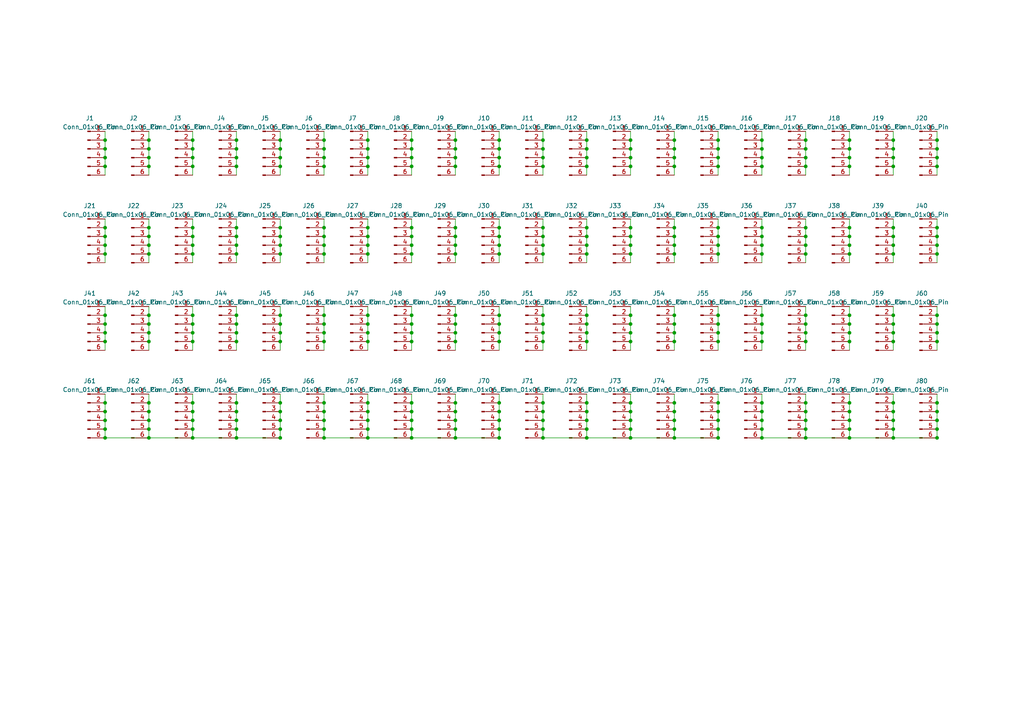
<source format=kicad_sch>
(kicad_sch (version 20230121) (generator eeschema)

  (uuid 386f80ba-2e3a-40de-b49c-6778562d9268)

  (paper "A4")

  (lib_symbols
    (symbol "Connector:Conn_01x06_Pin" (pin_names (offset 1.016) hide) (in_bom yes) (on_board yes)
      (property "Reference" "J" (at 0 7.62 0)
        (effects (font (size 1.27 1.27)))
      )
      (property "Value" "Conn_01x06_Pin" (at 0 -10.16 0)
        (effects (font (size 1.27 1.27)))
      )
      (property "Footprint" "" (at 0 0 0)
        (effects (font (size 1.27 1.27)) hide)
      )
      (property "Datasheet" "~" (at 0 0 0)
        (effects (font (size 1.27 1.27)) hide)
      )
      (property "ki_locked" "" (at 0 0 0)
        (effects (font (size 1.27 1.27)))
      )
      (property "ki_keywords" "connector" (at 0 0 0)
        (effects (font (size 1.27 1.27)) hide)
      )
      (property "ki_description" "Generic connector, single row, 01x06, script generated" (at 0 0 0)
        (effects (font (size 1.27 1.27)) hide)
      )
      (property "ki_fp_filters" "Connector*:*_1x??_*" (at 0 0 0)
        (effects (font (size 1.27 1.27)) hide)
      )
      (symbol "Conn_01x06_Pin_1_1"
        (polyline
          (pts
            (xy 1.27 -7.62)
            (xy 0.8636 -7.62)
          )
          (stroke (width 0.1524) (type default))
          (fill (type none))
        )
        (polyline
          (pts
            (xy 1.27 -5.08)
            (xy 0.8636 -5.08)
          )
          (stroke (width 0.1524) (type default))
          (fill (type none))
        )
        (polyline
          (pts
            (xy 1.27 -2.54)
            (xy 0.8636 -2.54)
          )
          (stroke (width 0.1524) (type default))
          (fill (type none))
        )
        (polyline
          (pts
            (xy 1.27 0)
            (xy 0.8636 0)
          )
          (stroke (width 0.1524) (type default))
          (fill (type none))
        )
        (polyline
          (pts
            (xy 1.27 2.54)
            (xy 0.8636 2.54)
          )
          (stroke (width 0.1524) (type default))
          (fill (type none))
        )
        (polyline
          (pts
            (xy 1.27 5.08)
            (xy 0.8636 5.08)
          )
          (stroke (width 0.1524) (type default))
          (fill (type none))
        )
        (rectangle (start 0.8636 -7.493) (end 0 -7.747)
          (stroke (width 0.1524) (type default))
          (fill (type outline))
        )
        (rectangle (start 0.8636 -4.953) (end 0 -5.207)
          (stroke (width 0.1524) (type default))
          (fill (type outline))
        )
        (rectangle (start 0.8636 -2.413) (end 0 -2.667)
          (stroke (width 0.1524) (type default))
          (fill (type outline))
        )
        (rectangle (start 0.8636 0.127) (end 0 -0.127)
          (stroke (width 0.1524) (type default))
          (fill (type outline))
        )
        (rectangle (start 0.8636 2.667) (end 0 2.413)
          (stroke (width 0.1524) (type default))
          (fill (type outline))
        )
        (rectangle (start 0.8636 5.207) (end 0 4.953)
          (stroke (width 0.1524) (type default))
          (fill (type outline))
        )
        (pin passive line (at 5.08 5.08 180) (length 3.81)
          (name "Pin_1" (effects (font (size 1.27 1.27))))
          (number "1" (effects (font (size 1.27 1.27))))
        )
        (pin passive line (at 5.08 2.54 180) (length 3.81)
          (name "Pin_2" (effects (font (size 1.27 1.27))))
          (number "2" (effects (font (size 1.27 1.27))))
        )
        (pin passive line (at 5.08 0 180) (length 3.81)
          (name "Pin_3" (effects (font (size 1.27 1.27))))
          (number "3" (effects (font (size 1.27 1.27))))
        )
        (pin passive line (at 5.08 -2.54 180) (length 3.81)
          (name "Pin_4" (effects (font (size 1.27 1.27))))
          (number "4" (effects (font (size 1.27 1.27))))
        )
        (pin passive line (at 5.08 -5.08 180) (length 3.81)
          (name "Pin_5" (effects (font (size 1.27 1.27))))
          (number "5" (effects (font (size 1.27 1.27))))
        )
        (pin passive line (at 5.08 -7.62 180) (length 3.81)
          (name "Pin_6" (effects (font (size 1.27 1.27))))
          (number "6" (effects (font (size 1.27 1.27))))
        )
      )
    )
  )

  (junction (at 259.08 43.18) (diameter 0) (color 0 0 0 0)
    (uuid 02116e84-0bbc-4aa3-abdd-4db57217d400)
  )
  (junction (at 55.88 93.98) (diameter 0) (color 0 0 0 0)
    (uuid 02511477-b0d2-4d26-a03b-d040b999cf1c)
  )
  (junction (at 208.28 93.98) (diameter 0) (color 0 0 0 0)
    (uuid 043620a7-cd99-4b5c-aed6-7fe1fdc6e954)
  )
  (junction (at 182.88 93.98) (diameter 0) (color 0 0 0 0)
    (uuid 0437a246-60f4-4f56-8731-653b95fa29f8)
  )
  (junction (at 220.98 99.06) (diameter 0) (color 0 0 0 0)
    (uuid 05d49a11-54bb-4928-858f-f27dc3646648)
  )
  (junction (at 144.78 124.46) (diameter 0) (color 0 0 0 0)
    (uuid 06371f5b-fe32-40fe-9b9b-6e3b06e92588)
  )
  (junction (at 271.78 66.04) (diameter 0) (color 0 0 0 0)
    (uuid 063b7fc4-83ed-43b1-85c5-bbe5e65dfc04)
  )
  (junction (at 132.08 40.64) (diameter 0) (color 0 0 0 0)
    (uuid 06d302eb-3cd2-4863-92a8-28a7a3a27d73)
  )
  (junction (at 220.98 40.64) (diameter 0) (color 0 0 0 0)
    (uuid 085be9a8-f757-42d1-ba51-432607449677)
  )
  (junction (at 208.28 71.12) (diameter 0) (color 0 0 0 0)
    (uuid 0926ba53-7eb3-481d-a6bb-294538929634)
  )
  (junction (at 68.58 121.92) (diameter 0) (color 0 0 0 0)
    (uuid 09aca24c-bc10-4723-b79b-3d4aaa316c92)
  )
  (junction (at 182.88 43.18) (diameter 0) (color 0 0 0 0)
    (uuid 0c1b5289-7d3b-4a31-827b-e9ec923a4171)
  )
  (junction (at 132.08 71.12) (diameter 0) (color 0 0 0 0)
    (uuid 0cd44017-c8a6-406a-800c-614bd3f7b1cd)
  )
  (junction (at 208.28 66.04) (diameter 0) (color 0 0 0 0)
    (uuid 0e4a909b-cd43-4e71-aaa4-4cbfbd9bf168)
  )
  (junction (at 157.48 96.52) (diameter 0) (color 0 0 0 0)
    (uuid 0ffc641a-1945-4050-9de6-628efdeb52f0)
  )
  (junction (at 208.28 40.64) (diameter 0) (color 0 0 0 0)
    (uuid 1062937c-f52c-443c-bd0a-ee7d1967e54c)
  )
  (junction (at 246.38 45.72) (diameter 0) (color 0 0 0 0)
    (uuid 108224ec-9051-4dcc-9f0a-d9e57d2ed172)
  )
  (junction (at 233.68 73.66) (diameter 0) (color 0 0 0 0)
    (uuid 108599c3-2fb3-4c55-8e62-a8e1edfe4797)
  )
  (junction (at 68.58 99.06) (diameter 0) (color 0 0 0 0)
    (uuid 11344916-fd61-4884-9f02-c8616652589a)
  )
  (junction (at 220.98 119.38) (diameter 0) (color 0 0 0 0)
    (uuid 11cf1d58-a135-471c-b41d-3fc654edb383)
  )
  (junction (at 157.48 127) (diameter 0) (color 0 0 0 0)
    (uuid 12668c79-1816-46df-8f45-367fef46e4e4)
  )
  (junction (at 233.68 45.72) (diameter 0) (color 0 0 0 0)
    (uuid 12ba0286-2f3e-4404-a3c2-8c3ab9c125ac)
  )
  (junction (at 182.88 45.72) (diameter 0) (color 0 0 0 0)
    (uuid 13f247f4-7c6b-4611-9794-db157c921afa)
  )
  (junction (at 132.08 93.98) (diameter 0) (color 0 0 0 0)
    (uuid 141c476a-ece8-4139-bc1a-5244e44355e6)
  )
  (junction (at 271.78 91.44) (diameter 0) (color 0 0 0 0)
    (uuid 14c99425-5296-40b5-baf7-d973e300dc50)
  )
  (junction (at 271.78 96.52) (diameter 0) (color 0 0 0 0)
    (uuid 14df287c-c369-40ce-ad34-bff36ef9215e)
  )
  (junction (at 106.68 99.06) (diameter 0) (color 0 0 0 0)
    (uuid 1514d86b-68be-4e80-bb10-41386d58a7e9)
  )
  (junction (at 119.38 124.46) (diameter 0) (color 0 0 0 0)
    (uuid 154dea34-312f-4140-9caf-86942ebf40a0)
  )
  (junction (at 233.68 48.26) (diameter 0) (color 0 0 0 0)
    (uuid 1612aa26-4f94-4e42-885c-e7b34c07e1c7)
  )
  (junction (at 43.18 40.64) (diameter 0) (color 0 0 0 0)
    (uuid 17e3fd40-9213-4bc6-a0f0-1a1d2a82c0a6)
  )
  (junction (at 195.58 45.72) (diameter 0) (color 0 0 0 0)
    (uuid 18be944e-4a55-4cfe-b85a-6885f79b694c)
  )
  (junction (at 93.98 93.98) (diameter 0) (color 0 0 0 0)
    (uuid 1ad628e3-1ed3-406c-8c2b-23dfe1b7a49e)
  )
  (junction (at 93.98 116.84) (diameter 0) (color 0 0 0 0)
    (uuid 1bea4d4e-4643-44cc-82cc-78f50b56910f)
  )
  (junction (at 144.78 127) (diameter 0) (color 0 0 0 0)
    (uuid 1c2ee62a-22cb-4d4d-bea2-ee9c352dd102)
  )
  (junction (at 30.48 68.58) (diameter 0) (color 0 0 0 0)
    (uuid 1ce10dd9-6717-45e3-a68e-aec4bac6c593)
  )
  (junction (at 195.58 119.38) (diameter 0) (color 0 0 0 0)
    (uuid 1cfb78b6-ec9d-4d0f-9c54-59cd2b8c6cbc)
  )
  (junction (at 30.48 73.66) (diameter 0) (color 0 0 0 0)
    (uuid 1e5f0d06-c10f-4c2e-9a03-23dcf562da80)
  )
  (junction (at 233.68 93.98) (diameter 0) (color 0 0 0 0)
    (uuid 1e640c80-9b01-4a86-88e6-0be9154230a2)
  )
  (junction (at 208.28 119.38) (diameter 0) (color 0 0 0 0)
    (uuid 1f463666-6f50-48b6-974e-cb0722347a9f)
  )
  (junction (at 55.88 45.72) (diameter 0) (color 0 0 0 0)
    (uuid 1f46977e-cff6-41c6-b7a7-af770e80b7ba)
  )
  (junction (at 195.58 116.84) (diameter 0) (color 0 0 0 0)
    (uuid 1f76374b-ced8-4899-88a8-8ad77c31f55d)
  )
  (junction (at 170.18 121.92) (diameter 0) (color 0 0 0 0)
    (uuid 1fd5b8e5-be6c-43ce-aa44-abcfd7c3f565)
  )
  (junction (at 81.28 124.46) (diameter 0) (color 0 0 0 0)
    (uuid 203db166-2397-4aca-922c-7568e60d51a9)
  )
  (junction (at 271.78 127) (diameter 0) (color 0 0 0 0)
    (uuid 20e6b061-bc8c-4913-9511-cd98eded8d5a)
  )
  (junction (at 259.08 66.04) (diameter 0) (color 0 0 0 0)
    (uuid 23b06165-f6f4-49d9-822b-5cc9617334ef)
  )
  (junction (at 93.98 43.18) (diameter 0) (color 0 0 0 0)
    (uuid 244c1760-066a-4678-a09d-4c344a5a2c75)
  )
  (junction (at 81.28 127) (diameter 0) (color 0 0 0 0)
    (uuid 2525cbcd-d376-4628-ae94-ce087b36bd1a)
  )
  (junction (at 170.18 116.84) (diameter 0) (color 0 0 0 0)
    (uuid 26398db8-92f7-4c07-98ac-521ddadf634f)
  )
  (junction (at 220.98 71.12) (diameter 0) (color 0 0 0 0)
    (uuid 27e48c7a-0d94-42a3-aaf4-1d2179361829)
  )
  (junction (at 132.08 121.92) (diameter 0) (color 0 0 0 0)
    (uuid 27ecf76d-8148-44d5-9f00-3f7431e83519)
  )
  (junction (at 195.58 121.92) (diameter 0) (color 0 0 0 0)
    (uuid 27f8d46b-2f6b-4f40-836a-56bdc73c2581)
  )
  (junction (at 233.68 121.92) (diameter 0) (color 0 0 0 0)
    (uuid 2b167a27-3ffb-40a3-8aa5-b68cd84ca597)
  )
  (junction (at 43.18 93.98) (diameter 0) (color 0 0 0 0)
    (uuid 2b30f351-383e-454b-acbc-4b95bedc9617)
  )
  (junction (at 119.38 68.58) (diameter 0) (color 0 0 0 0)
    (uuid 2c0f5ba1-abcc-4fb3-94ba-0fef093dbb94)
  )
  (junction (at 195.58 91.44) (diameter 0) (color 0 0 0 0)
    (uuid 2cae3ee0-155d-4d4b-8e83-a63141f4f8c8)
  )
  (junction (at 182.88 66.04) (diameter 0) (color 0 0 0 0)
    (uuid 2d1afef2-d22b-4c1a-a913-402b46b5ae27)
  )
  (junction (at 132.08 66.04) (diameter 0) (color 0 0 0 0)
    (uuid 2dbe38a0-442b-4965-a6ae-950065b7d5e4)
  )
  (junction (at 246.38 116.84) (diameter 0) (color 0 0 0 0)
    (uuid 2df13d77-4222-408f-8c31-7a83b8d69b01)
  )
  (junction (at 132.08 43.18) (diameter 0) (color 0 0 0 0)
    (uuid 2e48a488-ec63-46eb-bd6b-fc847f8d480b)
  )
  (junction (at 30.48 121.92) (diameter 0) (color 0 0 0 0)
    (uuid 30870850-f3ca-423c-b3e0-1733a5e94ee7)
  )
  (junction (at 43.18 127) (diameter 0) (color 0 0 0 0)
    (uuid 31d41005-fd8d-4946-b123-7db95a880ab2)
  )
  (junction (at 195.58 48.26) (diameter 0) (color 0 0 0 0)
    (uuid 32bba6f8-cacc-44cf-9681-0c331c18ba81)
  )
  (junction (at 220.98 66.04) (diameter 0) (color 0 0 0 0)
    (uuid 334f4486-03b9-41da-a253-ebd3e5422e6f)
  )
  (junction (at 170.18 96.52) (diameter 0) (color 0 0 0 0)
    (uuid 34506fa3-582a-48b4-81d4-a143a03e576e)
  )
  (junction (at 43.18 91.44) (diameter 0) (color 0 0 0 0)
    (uuid 350edb90-25ff-48e0-b691-d2eab0f1bc27)
  )
  (junction (at 30.48 124.46) (diameter 0) (color 0 0 0 0)
    (uuid 35883cc9-7029-4a18-8db7-f43b7507a7dd)
  )
  (junction (at 43.18 71.12) (diameter 0) (color 0 0 0 0)
    (uuid 3739751d-79ff-49ae-9b7f-39fb5431b903)
  )
  (junction (at 259.08 40.64) (diameter 0) (color 0 0 0 0)
    (uuid 3751d4ed-63dc-4f5a-978c-baa6ea5ea254)
  )
  (junction (at 157.48 48.26) (diameter 0) (color 0 0 0 0)
    (uuid 376d3104-aa1a-47ac-96be-6459f0ca08c9)
  )
  (junction (at 43.18 96.52) (diameter 0) (color 0 0 0 0)
    (uuid 37789c57-a65f-4b1d-ac77-16dc800c2bab)
  )
  (junction (at 157.48 66.04) (diameter 0) (color 0 0 0 0)
    (uuid 395054a2-9534-4db5-8133-169c4199bffd)
  )
  (junction (at 220.98 127) (diameter 0) (color 0 0 0 0)
    (uuid 396704ad-c7f8-4329-bef3-bca8c6ae5347)
  )
  (junction (at 119.38 127) (diameter 0) (color 0 0 0 0)
    (uuid 3b2db701-b850-4c3a-884d-6ddf09a8fa70)
  )
  (junction (at 195.58 99.06) (diameter 0) (color 0 0 0 0)
    (uuid 3b3f444f-2e17-4901-a55c-fdf406eecf8d)
  )
  (junction (at 55.88 73.66) (diameter 0) (color 0 0 0 0)
    (uuid 3baf4b96-68b3-474f-80dc-0ebc585c75a2)
  )
  (junction (at 144.78 71.12) (diameter 0) (color 0 0 0 0)
    (uuid 3e3ca43c-a00f-4afd-97d6-f29071c676ee)
  )
  (junction (at 157.48 43.18) (diameter 0) (color 0 0 0 0)
    (uuid 4201f851-ff2c-4db6-9cea-347f96e11240)
  )
  (junction (at 106.68 119.38) (diameter 0) (color 0 0 0 0)
    (uuid 423b1a82-18aa-418a-b7ad-e2a851a190cf)
  )
  (junction (at 106.68 116.84) (diameter 0) (color 0 0 0 0)
    (uuid 42609df2-73f1-48ef-96aa-dad5b51f7f57)
  )
  (junction (at 144.78 93.98) (diameter 0) (color 0 0 0 0)
    (uuid 429035c6-1461-491a-bce0-06be54dc17f7)
  )
  (junction (at 30.48 71.12) (diameter 0) (color 0 0 0 0)
    (uuid 42c6c3c6-58ba-456b-ac5e-9fcdcf7306bf)
  )
  (junction (at 119.38 45.72) (diameter 0) (color 0 0 0 0)
    (uuid 43bc1b77-9b25-4012-9747-1ef2148f23c2)
  )
  (junction (at 182.88 121.92) (diameter 0) (color 0 0 0 0)
    (uuid 43cdcc22-8a7c-4d9d-a597-449a5b2bfeaf)
  )
  (junction (at 55.88 66.04) (diameter 0) (color 0 0 0 0)
    (uuid 44abb19b-9d02-4397-ae50-68193c85e185)
  )
  (junction (at 68.58 91.44) (diameter 0) (color 0 0 0 0)
    (uuid 451c14de-99fa-47ba-879d-fd7195701745)
  )
  (junction (at 246.38 124.46) (diameter 0) (color 0 0 0 0)
    (uuid 456a15d2-6e6c-46bc-be46-bf29e7e481e0)
  )
  (junction (at 144.78 119.38) (diameter 0) (color 0 0 0 0)
    (uuid 45f0b2dd-9fc2-4f15-be23-75358d66d20c)
  )
  (junction (at 233.68 66.04) (diameter 0) (color 0 0 0 0)
    (uuid 461b82e4-c80c-49cb-a782-0105eaf32c66)
  )
  (junction (at 246.38 119.38) (diameter 0) (color 0 0 0 0)
    (uuid 46338176-a9c4-45f2-b488-a1b8a29d4a48)
  )
  (junction (at 170.18 127) (diameter 0) (color 0 0 0 0)
    (uuid 46e5cf28-1b4f-4229-b489-80df7d4e0aad)
  )
  (junction (at 55.88 68.58) (diameter 0) (color 0 0 0 0)
    (uuid 473e3042-760c-4512-9ec9-7d47027198d2)
  )
  (junction (at 81.28 91.44) (diameter 0) (color 0 0 0 0)
    (uuid 475c303c-9cc4-4f37-9f39-77f2998bc145)
  )
  (junction (at 220.98 124.46) (diameter 0) (color 0 0 0 0)
    (uuid 4856064a-3e77-4263-a9fe-ac94a5ea2455)
  )
  (junction (at 195.58 127) (diameter 0) (color 0 0 0 0)
    (uuid 48b7e5da-b42f-433d-b99f-b2524ac4e094)
  )
  (junction (at 132.08 127) (diameter 0) (color 0 0 0 0)
    (uuid 498bbb92-d3e4-4731-9d2b-4ee5f1eab7e3)
  )
  (junction (at 246.38 91.44) (diameter 0) (color 0 0 0 0)
    (uuid 49c269dd-e0f9-4d7b-aa48-f69299749de1)
  )
  (junction (at 132.08 48.26) (diameter 0) (color 0 0 0 0)
    (uuid 4b233cc9-c932-4d98-8655-c827bf8f1187)
  )
  (junction (at 208.28 116.84) (diameter 0) (color 0 0 0 0)
    (uuid 4ba7eeea-d52a-411a-a6cb-43ed9c8ba86b)
  )
  (junction (at 106.68 93.98) (diameter 0) (color 0 0 0 0)
    (uuid 4bbc2ab4-0103-4ee6-8a06-b79e8b809b04)
  )
  (junction (at 106.68 43.18) (diameter 0) (color 0 0 0 0)
    (uuid 4cd9216c-6c70-4a86-b064-40d2ac4d4da0)
  )
  (junction (at 93.98 121.92) (diameter 0) (color 0 0 0 0)
    (uuid 4d217f3c-643d-407d-a331-16d2b6091943)
  )
  (junction (at 68.58 68.58) (diameter 0) (color 0 0 0 0)
    (uuid 4d2c3ad4-04d9-4ac6-aa71-34eaa4837c0e)
  )
  (junction (at 182.88 68.58) (diameter 0) (color 0 0 0 0)
    (uuid 4e3054de-14b4-42d6-8754-317b9ee4b707)
  )
  (junction (at 106.68 121.92) (diameter 0) (color 0 0 0 0)
    (uuid 4f0de323-340b-4ec5-a849-fd7a8db5662d)
  )
  (junction (at 182.88 124.46) (diameter 0) (color 0 0 0 0)
    (uuid 51c050cc-817a-4b43-a3b0-3ead5b6c6c82)
  )
  (junction (at 55.88 40.64) (diameter 0) (color 0 0 0 0)
    (uuid 529ce3e1-2d4e-40e8-9f24-040bac5fc177)
  )
  (junction (at 43.18 48.26) (diameter 0) (color 0 0 0 0)
    (uuid 53f29a16-01a4-4218-b023-2c6dd66eeae4)
  )
  (junction (at 246.38 99.06) (diameter 0) (color 0 0 0 0)
    (uuid 53f58242-f9a4-45ae-b02c-fb78f0838e0d)
  )
  (junction (at 246.38 43.18) (diameter 0) (color 0 0 0 0)
    (uuid 53f9c219-a12f-47d0-9ff4-7033010d0713)
  )
  (junction (at 68.58 96.52) (diameter 0) (color 0 0 0 0)
    (uuid 5403a261-46f6-4bc2-9f05-2cfa995d8359)
  )
  (junction (at 30.48 99.06) (diameter 0) (color 0 0 0 0)
    (uuid 54dcabc6-eb6c-433d-8842-ea83624ded61)
  )
  (junction (at 81.28 40.64) (diameter 0) (color 0 0 0 0)
    (uuid 576858a3-8888-407b-b31b-8bfa9f409b2f)
  )
  (junction (at 55.88 43.18) (diameter 0) (color 0 0 0 0)
    (uuid 57beaf9b-c228-4963-9b34-1370a3813673)
  )
  (junction (at 220.98 73.66) (diameter 0) (color 0 0 0 0)
    (uuid 57d69eab-5f2d-4ca0-9645-21901c60e663)
  )
  (junction (at 30.48 66.04) (diameter 0) (color 0 0 0 0)
    (uuid 5858ddf3-1c12-4c1a-aebf-17f4140df385)
  )
  (junction (at 132.08 124.46) (diameter 0) (color 0 0 0 0)
    (uuid 58793b48-a2dd-4bad-8ee9-bbafbffdd4f3)
  )
  (junction (at 259.08 45.72) (diameter 0) (color 0 0 0 0)
    (uuid 587bce31-22f1-44f4-9053-da7b801e49e9)
  )
  (junction (at 233.68 68.58) (diameter 0) (color 0 0 0 0)
    (uuid 58b772c6-fd90-4780-86c2-fc38db5009c7)
  )
  (junction (at 208.28 96.52) (diameter 0) (color 0 0 0 0)
    (uuid 595769e2-7e5e-4660-afbb-2876bacc4e74)
  )
  (junction (at 43.18 73.66) (diameter 0) (color 0 0 0 0)
    (uuid 5a633842-ccf5-414e-a5bb-e637e791bcd9)
  )
  (junction (at 182.88 127) (diameter 0) (color 0 0 0 0)
    (uuid 5ac74121-3433-4ee8-9dd6-89e091628ac4)
  )
  (junction (at 157.48 91.44) (diameter 0) (color 0 0 0 0)
    (uuid 5b10c3a5-3f80-4596-9eeb-b6ae79ac113b)
  )
  (junction (at 170.18 43.18) (diameter 0) (color 0 0 0 0)
    (uuid 5cb180f8-3d1a-4c4a-bf43-a54a19642e08)
  )
  (junction (at 170.18 48.26) (diameter 0) (color 0 0 0 0)
    (uuid 5d0cb6d7-5298-4e46-94d8-48e2f7481b43)
  )
  (junction (at 119.38 121.92) (diameter 0) (color 0 0 0 0)
    (uuid 5d961da1-bcc8-427b-adea-4d9513dcc471)
  )
  (junction (at 144.78 40.64) (diameter 0) (color 0 0 0 0)
    (uuid 5e1d4d69-7641-430f-bbb5-ae05634b46d5)
  )
  (junction (at 93.98 99.06) (diameter 0) (color 0 0 0 0)
    (uuid 5ec5de5c-5b1b-4ee3-8673-cae16c05b83a)
  )
  (junction (at 182.88 119.38) (diameter 0) (color 0 0 0 0)
    (uuid 5ef05711-8247-4b6c-939b-efb49e9281b8)
  )
  (junction (at 119.38 99.06) (diameter 0) (color 0 0 0 0)
    (uuid 5fd99f09-c724-4457-8488-42e401a9aca3)
  )
  (junction (at 233.68 71.12) (diameter 0) (color 0 0 0 0)
    (uuid 5ff1f69a-3833-4ab0-9ee6-6a6a65cd9eb5)
  )
  (junction (at 55.88 124.46) (diameter 0) (color 0 0 0 0)
    (uuid 60652d62-1aa4-48e6-add4-3217f3a9898f)
  )
  (junction (at 119.38 40.64) (diameter 0) (color 0 0 0 0)
    (uuid 62afd015-65c6-4965-9972-56cb169e9d4e)
  )
  (junction (at 195.58 124.46) (diameter 0) (color 0 0 0 0)
    (uuid 635e4e53-a821-4d06-af4d-a38794e74249)
  )
  (junction (at 93.98 45.72) (diameter 0) (color 0 0 0 0)
    (uuid 64a9a0ce-94da-4b09-83a3-05d7657bedec)
  )
  (junction (at 68.58 127) (diameter 0) (color 0 0 0 0)
    (uuid 64d08e46-2f5a-4bb6-84cc-0350091a8f14)
  )
  (junction (at 68.58 66.04) (diameter 0) (color 0 0 0 0)
    (uuid 659e983b-263f-4f90-8c6c-bbe2cf541afa)
  )
  (junction (at 43.18 119.38) (diameter 0) (color 0 0 0 0)
    (uuid 664cb1b8-1097-4762-b52a-ddd883e7225c)
  )
  (junction (at 93.98 91.44) (diameter 0) (color 0 0 0 0)
    (uuid 66cafb4f-0bed-4540-b1b4-0c00e10a6f5f)
  )
  (junction (at 195.58 96.52) (diameter 0) (color 0 0 0 0)
    (uuid 68cb1c48-3066-47fe-beb8-47caded8dd7c)
  )
  (junction (at 68.58 73.66) (diameter 0) (color 0 0 0 0)
    (uuid 68de4a0f-291a-4d68-b292-45527463cbb9)
  )
  (junction (at 81.28 45.72) (diameter 0) (color 0 0 0 0)
    (uuid 69c3ea8e-3892-4e1a-b19f-a5122eff4fbf)
  )
  (junction (at 220.98 93.98) (diameter 0) (color 0 0 0 0)
    (uuid 6ab9c240-581d-4e1b-b938-7dc30edcd4fe)
  )
  (junction (at 43.18 116.84) (diameter 0) (color 0 0 0 0)
    (uuid 6b227ed3-1a2f-4715-9bc1-3670c544dd01)
  )
  (junction (at 55.88 99.06) (diameter 0) (color 0 0 0 0)
    (uuid 6b76179b-b237-4815-90c8-e3bad1fc754e)
  )
  (junction (at 30.48 116.84) (diameter 0) (color 0 0 0 0)
    (uuid 6bc002d8-7fb6-4c67-8fc4-6448e386b465)
  )
  (junction (at 182.88 116.84) (diameter 0) (color 0 0 0 0)
    (uuid 6c528b16-92ce-4067-a3ff-98c575d80c81)
  )
  (junction (at 208.28 68.58) (diameter 0) (color 0 0 0 0)
    (uuid 6e29a417-07f3-48b8-b8b7-b87bf3b38645)
  )
  (junction (at 43.18 45.72) (diameter 0) (color 0 0 0 0)
    (uuid 6e354588-8987-4878-8c7a-fe73104455c8)
  )
  (junction (at 220.98 121.92) (diameter 0) (color 0 0 0 0)
    (uuid 6e61f7a6-c4c4-4a60-9a12-75cd1cfcacd5)
  )
  (junction (at 246.38 68.58) (diameter 0) (color 0 0 0 0)
    (uuid 6f986227-1b03-46ed-be19-9dbd3b0c3cf2)
  )
  (junction (at 271.78 73.66) (diameter 0) (color 0 0 0 0)
    (uuid 70560037-e676-4025-b110-97bb491a1e04)
  )
  (junction (at 132.08 73.66) (diameter 0) (color 0 0 0 0)
    (uuid 717a2c91-d1bd-4e56-903d-dd1d5607bda5)
  )
  (junction (at 144.78 43.18) (diameter 0) (color 0 0 0 0)
    (uuid 71fb6068-7f2a-4ed8-96e0-a982c3844b81)
  )
  (junction (at 157.48 116.84) (diameter 0) (color 0 0 0 0)
    (uuid 72e8fae1-32ab-4422-89cd-c776c2bf57c8)
  )
  (junction (at 246.38 127) (diameter 0) (color 0 0 0 0)
    (uuid 730a2b0f-8f7d-46af-82b7-6629290df3c1)
  )
  (junction (at 81.28 66.04) (diameter 0) (color 0 0 0 0)
    (uuid 73cc1df5-cac4-4cb1-b169-70f1b8a6f590)
  )
  (junction (at 106.68 124.46) (diameter 0) (color 0 0 0 0)
    (uuid 7531521c-cce1-49f9-92ae-ee406ac71444)
  )
  (junction (at 93.98 68.58) (diameter 0) (color 0 0 0 0)
    (uuid 76d3b836-685e-4645-8b75-363d804faa85)
  )
  (junction (at 93.98 71.12) (diameter 0) (color 0 0 0 0)
    (uuid 770103f7-ab51-4931-aa61-d4c275be3040)
  )
  (junction (at 119.38 48.26) (diameter 0) (color 0 0 0 0)
    (uuid 77e0a309-4d01-4314-bf95-b938760c54b5)
  )
  (junction (at 132.08 99.06) (diameter 0) (color 0 0 0 0)
    (uuid 7848b1ea-62ba-44c2-9ca3-e9d25de4601f)
  )
  (junction (at 81.28 48.26) (diameter 0) (color 0 0 0 0)
    (uuid 7850fc5e-db36-4d99-8f6d-341ad3f8ab6a)
  )
  (junction (at 246.38 73.66) (diameter 0) (color 0 0 0 0)
    (uuid 788c2cec-1aa0-4e3c-ae25-b85141c0464c)
  )
  (junction (at 233.68 119.38) (diameter 0) (color 0 0 0 0)
    (uuid 795fb0d3-73ee-48de-bbe5-0e134684f5be)
  )
  (junction (at 208.28 43.18) (diameter 0) (color 0 0 0 0)
    (uuid 79715d4b-811d-4f59-a2e2-7b6e7266c9f3)
  )
  (junction (at 119.38 66.04) (diameter 0) (color 0 0 0 0)
    (uuid 79c27baf-175b-4301-b575-bb753b5408d5)
  )
  (junction (at 208.28 121.92) (diameter 0) (color 0 0 0 0)
    (uuid 7a82436c-0ecc-46f0-a09e-885e05086868)
  )
  (junction (at 106.68 91.44) (diameter 0) (color 0 0 0 0)
    (uuid 7ae78588-2873-4ef0-afac-9ce85d539c4c)
  )
  (junction (at 106.68 127) (diameter 0) (color 0 0 0 0)
    (uuid 7c218c15-c8c0-46f2-910a-e2f602c30487)
  )
  (junction (at 144.78 99.06) (diameter 0) (color 0 0 0 0)
    (uuid 7dd10568-0ff3-42bc-b5f3-0ab7659ac94d)
  )
  (junction (at 93.98 124.46) (diameter 0) (color 0 0 0 0)
    (uuid 7e3c48dd-56e8-4cb8-9db8-962c3cbda1d2)
  )
  (junction (at 259.08 121.92) (diameter 0) (color 0 0 0 0)
    (uuid 80734d48-1135-4989-9e2c-fd0698d19fa6)
  )
  (junction (at 208.28 91.44) (diameter 0) (color 0 0 0 0)
    (uuid 8163aa0e-93ab-4dab-9fa4-c9b566665343)
  )
  (junction (at 182.88 40.64) (diameter 0) (color 0 0 0 0)
    (uuid 81917c07-3f30-4742-a9ee-c50326019c31)
  )
  (junction (at 195.58 40.64) (diameter 0) (color 0 0 0 0)
    (uuid 81db9682-2f27-4a82-b51c-5fa102190729)
  )
  (junction (at 208.28 73.66) (diameter 0) (color 0 0 0 0)
    (uuid 83aeca8f-d942-4c1d-a798-d14c22b2a7c2)
  )
  (junction (at 246.38 40.64) (diameter 0) (color 0 0 0 0)
    (uuid 83d6a03d-83f0-4a83-9482-8386ed7533f9)
  )
  (junction (at 68.58 40.64) (diameter 0) (color 0 0 0 0)
    (uuid 8645979a-5516-4230-b3af-65972cc680d6)
  )
  (junction (at 30.48 40.64) (diameter 0) (color 0 0 0 0)
    (uuid 86c1b9db-7472-4df4-be33-2b3e53290399)
  )
  (junction (at 93.98 119.38) (diameter 0) (color 0 0 0 0)
    (uuid 86c3a8b5-c858-4c87-9e2e-e6ae7e2efbdf)
  )
  (junction (at 157.48 121.92) (diameter 0) (color 0 0 0 0)
    (uuid 8740a241-df53-4003-8e27-ce4f1e3bf6e2)
  )
  (junction (at 68.58 93.98) (diameter 0) (color 0 0 0 0)
    (uuid 8a217989-57c1-4eb5-a02a-455d7da652d9)
  )
  (junction (at 157.48 99.06) (diameter 0) (color 0 0 0 0)
    (uuid 8bce450e-667c-4ed7-b007-3fd767a2b8aa)
  )
  (junction (at 271.78 121.92) (diameter 0) (color 0 0 0 0)
    (uuid 8c0380e7-e206-434a-9cc0-4efe5baa1282)
  )
  (junction (at 68.58 43.18) (diameter 0) (color 0 0 0 0)
    (uuid 8c56f926-3d67-4993-a80c-c8d3ff534dc4)
  )
  (junction (at 132.08 96.52) (diameter 0) (color 0 0 0 0)
    (uuid 8c636eca-d33a-49e5-9fd0-0768b77f7797)
  )
  (junction (at 119.38 93.98) (diameter 0) (color 0 0 0 0)
    (uuid 8d70322d-579f-4e22-a424-961bb9f1a452)
  )
  (junction (at 259.08 48.26) (diameter 0) (color 0 0 0 0)
    (uuid 8dcd81b0-8aaf-4d2f-b77f-5ed43ab3bbfc)
  )
  (junction (at 93.98 73.66) (diameter 0) (color 0 0 0 0)
    (uuid 8e336521-a64d-47f5-a9e1-271a51491795)
  )
  (junction (at 170.18 99.06) (diameter 0) (color 0 0 0 0)
    (uuid 8eb67e5d-f583-47d6-8efe-f833ee93a146)
  )
  (junction (at 68.58 116.84) (diameter 0) (color 0 0 0 0)
    (uuid 90113ff1-53d1-4275-a141-b48e65ff96f7)
  )
  (junction (at 132.08 116.84) (diameter 0) (color 0 0 0 0)
    (uuid 909bdd0b-5f62-4f86-8b61-d79c902a4901)
  )
  (junction (at 271.78 93.98) (diameter 0) (color 0 0 0 0)
    (uuid 90a2e0c5-41fd-4efd-b5cb-10f1ec3a3850)
  )
  (junction (at 170.18 93.98) (diameter 0) (color 0 0 0 0)
    (uuid 91e01492-3782-419d-94df-bf014476f024)
  )
  (junction (at 81.28 119.38) (diameter 0) (color 0 0 0 0)
    (uuid 93626b58-2c66-4d98-9412-fa6285218a91)
  )
  (junction (at 106.68 66.04) (diameter 0) (color 0 0 0 0)
    (uuid 937a8f6f-976f-4416-9c5b-4d3e25cc5ff5)
  )
  (junction (at 119.38 96.52) (diameter 0) (color 0 0 0 0)
    (uuid 93809f46-e93e-4c96-8208-686f006c31a1)
  )
  (junction (at 106.68 73.66) (diameter 0) (color 0 0 0 0)
    (uuid 947dc0c1-3960-4a3a-a95a-f4d9869936f9)
  )
  (junction (at 220.98 43.18) (diameter 0) (color 0 0 0 0)
    (uuid 94e4f604-05ea-4a45-9a38-0c0478513759)
  )
  (junction (at 233.68 96.52) (diameter 0) (color 0 0 0 0)
    (uuid 95354e0b-1d61-4bd4-9749-48c9ba1174b3)
  )
  (junction (at 81.28 121.92) (diameter 0) (color 0 0 0 0)
    (uuid 95593a32-22b6-40dc-a7ca-54a8cd8a7d59)
  )
  (junction (at 30.48 91.44) (diameter 0) (color 0 0 0 0)
    (uuid 95c1a4a7-2a68-44aa-8d8a-1ae32d7c8682)
  )
  (junction (at 170.18 40.64) (diameter 0) (color 0 0 0 0)
    (uuid 96e9c230-13df-4b30-9830-12152b47aa2f)
  )
  (junction (at 208.28 48.26) (diameter 0) (color 0 0 0 0)
    (uuid 9711f93f-f1b2-4ae5-a6f4-a9eca516f48c)
  )
  (junction (at 233.68 127) (diameter 0) (color 0 0 0 0)
    (uuid 9876323f-5c6b-4d80-b633-c23d9c226118)
  )
  (junction (at 30.48 96.52) (diameter 0) (color 0 0 0 0)
    (uuid 9acf9e78-b3ea-40c5-aafb-d76ea951e83b)
  )
  (junction (at 30.48 45.72) (diameter 0) (color 0 0 0 0)
    (uuid 9b1f839c-0e20-4039-bd9a-3c797e154a96)
  )
  (junction (at 195.58 68.58) (diameter 0) (color 0 0 0 0)
    (uuid 9b24d401-1a0f-4331-a954-be73ccea970a)
  )
  (junction (at 144.78 121.92) (diameter 0) (color 0 0 0 0)
    (uuid 9bb6991a-9d2f-4ce0-8b94-a3cdc68ee33d)
  )
  (junction (at 246.38 96.52) (diameter 0) (color 0 0 0 0)
    (uuid 9c8db168-3aa3-43db-9cc0-62607f4c76cb)
  )
  (junction (at 157.48 93.98) (diameter 0) (color 0 0 0 0)
    (uuid 9d35b5be-c4f2-4870-b2c9-b40c50c97a91)
  )
  (junction (at 30.48 119.38) (diameter 0) (color 0 0 0 0)
    (uuid 9d42675d-184f-4862-84bc-75b283283e55)
  )
  (junction (at 43.18 68.58) (diameter 0) (color 0 0 0 0)
    (uuid 9ecc4177-6fea-4a1c-854b-b612ab17106d)
  )
  (junction (at 271.78 71.12) (diameter 0) (color 0 0 0 0)
    (uuid 9ee593f6-1de1-4141-b198-a305e029c008)
  )
  (junction (at 259.08 116.84) (diameter 0) (color 0 0 0 0)
    (uuid 9ef35c74-9a39-4219-9d80-ec17ef4d918c)
  )
  (junction (at 144.78 73.66) (diameter 0) (color 0 0 0 0)
    (uuid 9f61d50e-8e9a-4329-9764-070dda13e133)
  )
  (junction (at 195.58 66.04) (diameter 0) (color 0 0 0 0)
    (uuid a0acb03e-eb5f-4d34-921a-9ce48ba810ae)
  )
  (junction (at 119.38 116.84) (diameter 0) (color 0 0 0 0)
    (uuid a11d64bd-69b8-43a6-bc26-29a7b690a33b)
  )
  (junction (at 30.48 48.26) (diameter 0) (color 0 0 0 0)
    (uuid a134aa22-3c2b-40f8-a4e9-2af8d7421c70)
  )
  (junction (at 43.18 66.04) (diameter 0) (color 0 0 0 0)
    (uuid a1acc614-428a-41f4-8106-4b2a24a73fd5)
  )
  (junction (at 144.78 48.26) (diameter 0) (color 0 0 0 0)
    (uuid a345eb2e-4ef0-4b8f-9e74-188b4d6896ee)
  )
  (junction (at 271.78 124.46) (diameter 0) (color 0 0 0 0)
    (uuid a350705e-0119-4faf-8aba-a722281c5b64)
  )
  (junction (at 157.48 124.46) (diameter 0) (color 0 0 0 0)
    (uuid a578bee2-2c90-48d8-84b5-94c944631fd3)
  )
  (junction (at 271.78 48.26) (diameter 0) (color 0 0 0 0)
    (uuid a5cdafca-37ff-4805-b6c4-d5529a1c39cc)
  )
  (junction (at 246.38 121.92) (diameter 0) (color 0 0 0 0)
    (uuid a5e97bf4-d162-48ce-8551-14ac575a8973)
  )
  (junction (at 259.08 73.66) (diameter 0) (color 0 0 0 0)
    (uuid a706defa-7c41-4523-ad22-5a153acf78d3)
  )
  (junction (at 144.78 66.04) (diameter 0) (color 0 0 0 0)
    (uuid a7e82a8b-cfc3-4a8a-9650-cdee0a219aa8)
  )
  (junction (at 246.38 71.12) (diameter 0) (color 0 0 0 0)
    (uuid a856efec-0b07-47a4-bde7-a479ab057fc4)
  )
  (junction (at 68.58 71.12) (diameter 0) (color 0 0 0 0)
    (uuid a8944cb6-5b1c-4744-bfe5-bc5712098a2c)
  )
  (junction (at 106.68 45.72) (diameter 0) (color 0 0 0 0)
    (uuid a9099c92-0b0d-42b5-bf45-5ffc338aa529)
  )
  (junction (at 246.38 48.26) (diameter 0) (color 0 0 0 0)
    (uuid a91e2042-094d-4fe8-956a-6533d153ca91)
  )
  (junction (at 170.18 71.12) (diameter 0) (color 0 0 0 0)
    (uuid ab6e9ee8-374b-4ee8-bd51-4afb71687254)
  )
  (junction (at 271.78 99.06) (diameter 0) (color 0 0 0 0)
    (uuid ac2592da-ff99-42f7-b7c5-93cdeca761fd)
  )
  (junction (at 195.58 73.66) (diameter 0) (color 0 0 0 0)
    (uuid ac4a98f2-2e10-477a-bdeb-9f0b8a877cad)
  )
  (junction (at 132.08 91.44) (diameter 0) (color 0 0 0 0)
    (uuid acab9eb7-b2e8-43e1-ab6d-5eb38fbaf5ba)
  )
  (junction (at 271.78 40.64) (diameter 0) (color 0 0 0 0)
    (uuid ad245621-1ab2-413a-a102-377631160eef)
  )
  (junction (at 157.48 73.66) (diameter 0) (color 0 0 0 0)
    (uuid ae0c4fd1-73f5-4a6a-8327-6a1859675442)
  )
  (junction (at 259.08 99.06) (diameter 0) (color 0 0 0 0)
    (uuid ae2955a4-2c9a-497b-8d98-c91d58389eb4)
  )
  (junction (at 81.28 68.58) (diameter 0) (color 0 0 0 0)
    (uuid afba4dc5-3527-45a8-b865-9b4128e9c64a)
  )
  (junction (at 157.48 68.58) (diameter 0) (color 0 0 0 0)
    (uuid b0798c78-b7c1-4ddd-8916-82853e68ace8)
  )
  (junction (at 233.68 40.64) (diameter 0) (color 0 0 0 0)
    (uuid b0818884-481d-4e7c-9aa1-ce50f311c344)
  )
  (junction (at 144.78 68.58) (diameter 0) (color 0 0 0 0)
    (uuid b08c969d-646c-421f-a3ba-68c2696032a2)
  )
  (junction (at 55.88 127) (diameter 0) (color 0 0 0 0)
    (uuid b090c910-0f35-4cc9-9d81-cd2aa7963ede)
  )
  (junction (at 132.08 68.58) (diameter 0) (color 0 0 0 0)
    (uuid b0d692ab-a3f7-42d0-8177-b798277f051d)
  )
  (junction (at 182.88 71.12) (diameter 0) (color 0 0 0 0)
    (uuid b0da8d09-08aa-4a13-8275-be00ec35270d)
  )
  (junction (at 170.18 124.46) (diameter 0) (color 0 0 0 0)
    (uuid b0ffcfc6-e422-4c4a-903f-e6a627264781)
  )
  (junction (at 30.48 93.98) (diameter 0) (color 0 0 0 0)
    (uuid b114873d-b4fe-4ebe-b5d8-d61a2cc2535a)
  )
  (junction (at 30.48 127) (diameter 0) (color 0 0 0 0)
    (uuid b16caaea-c511-4260-b998-73f6dea6afde)
  )
  (junction (at 55.88 71.12) (diameter 0) (color 0 0 0 0)
    (uuid b2fe5f3c-8e07-42fd-a310-1ab43677c44b)
  )
  (junction (at 106.68 68.58) (diameter 0) (color 0 0 0 0)
    (uuid b46db1e4-9245-48b3-8e9f-77cf374e68f9)
  )
  (junction (at 170.18 45.72) (diameter 0) (color 0 0 0 0)
    (uuid b6a78fc1-5f5e-4e8e-8b83-e5f8b1dafbcc)
  )
  (junction (at 233.68 99.06) (diameter 0) (color 0 0 0 0)
    (uuid b86a03c4-77ee-49d1-befc-c12d8b2d3e10)
  )
  (junction (at 259.08 68.58) (diameter 0) (color 0 0 0 0)
    (uuid bb87583e-ebbb-4ebd-be81-c136b7cd48f5)
  )
  (junction (at 182.88 91.44) (diameter 0) (color 0 0 0 0)
    (uuid be1f22af-8279-4c56-a565-d68f6099a694)
  )
  (junction (at 259.08 96.52) (diameter 0) (color 0 0 0 0)
    (uuid be7feff2-16c6-4145-8615-356efd3a574a)
  )
  (junction (at 220.98 68.58) (diameter 0) (color 0 0 0 0)
    (uuid bf0916b0-ecb9-45ec-94d3-f3b4f0fd0985)
  )
  (junction (at 132.08 45.72) (diameter 0) (color 0 0 0 0)
    (uuid bfa6512f-ab93-4b28-aa6f-501f8dbd4408)
  )
  (junction (at 246.38 66.04) (diameter 0) (color 0 0 0 0)
    (uuid c021c691-4a71-447b-bd1b-84b3786f590f)
  )
  (junction (at 271.78 68.58) (diameter 0) (color 0 0 0 0)
    (uuid c12584ab-5200-491b-8a3c-a589c72e6500)
  )
  (junction (at 55.88 119.38) (diameter 0) (color 0 0 0 0)
    (uuid c3cb0419-ca78-4b18-8e91-d31908d3669a)
  )
  (junction (at 157.48 40.64) (diameter 0) (color 0 0 0 0)
    (uuid c45c87fb-7ca2-4518-8e89-da586cfc2508)
  )
  (junction (at 220.98 48.26) (diameter 0) (color 0 0 0 0)
    (uuid c48c165b-a482-41c0-bf15-dbaa826ceeee)
  )
  (junction (at 81.28 93.98) (diameter 0) (color 0 0 0 0)
    (uuid c5aca8e1-8adf-48a0-855c-fffae906296b)
  )
  (junction (at 233.68 124.46) (diameter 0) (color 0 0 0 0)
    (uuid c5dbd6bc-0002-44d3-97de-70122b6b8bc4)
  )
  (junction (at 220.98 96.52) (diameter 0) (color 0 0 0 0)
    (uuid c682d520-2fa9-4720-a81a-d3a0cd64fa5c)
  )
  (junction (at 119.38 119.38) (diameter 0) (color 0 0 0 0)
    (uuid c7551ebc-0f03-4da3-a416-a9e59768548e)
  )
  (junction (at 259.08 93.98) (diameter 0) (color 0 0 0 0)
    (uuid c7ccf639-dacd-470b-b429-ac210e779770)
  )
  (junction (at 195.58 93.98) (diameter 0) (color 0 0 0 0)
    (uuid cafc4198-2118-47b1-8e40-63ad80e2a77b)
  )
  (junction (at 119.38 43.18) (diameter 0) (color 0 0 0 0)
    (uuid cd3ae0f6-ecdb-46d1-8dbd-fb66224642ae)
  )
  (junction (at 81.28 99.06) (diameter 0) (color 0 0 0 0)
    (uuid cd5b4bd1-5a6f-4860-9645-9ffd10e2e03e)
  )
  (junction (at 157.48 71.12) (diameter 0) (color 0 0 0 0)
    (uuid cd9fd124-3dfb-4548-b04e-00a9e9341706)
  )
  (junction (at 81.28 71.12) (diameter 0) (color 0 0 0 0)
    (uuid ce0850aa-a04c-454a-a6ad-c8981e399eff)
  )
  (junction (at 68.58 48.26) (diameter 0) (color 0 0 0 0)
    (uuid ce2b88c1-7bc0-40c5-83d0-59e683a02c88)
  )
  (junction (at 93.98 127) (diameter 0) (color 0 0 0 0)
    (uuid d08095e9-5601-4fac-9bcd-f1a93fb905f6)
  )
  (junction (at 182.88 73.66) (diameter 0) (color 0 0 0 0)
    (uuid d083192d-1983-43ae-92c4-2ab14929b7e8)
  )
  (junction (at 55.88 91.44) (diameter 0) (color 0 0 0 0)
    (uuid d114dd17-6622-44c2-8934-cd7e1c266ffa)
  )
  (junction (at 43.18 121.92) (diameter 0) (color 0 0 0 0)
    (uuid d2befc48-0fc9-42bb-b89b-919d7d22fdd5)
  )
  (junction (at 68.58 45.72) (diameter 0) (color 0 0 0 0)
    (uuid d2c36333-40d0-45d3-b0b5-b64d0b063c2e)
  )
  (junction (at 144.78 45.72) (diameter 0) (color 0 0 0 0)
    (uuid d385ca15-1dfd-4f87-a271-d3274150fb9f)
  )
  (junction (at 55.88 121.92) (diameter 0) (color 0 0 0 0)
    (uuid d6ba6d93-ec5e-4059-b4ed-b184658f0d6c)
  )
  (junction (at 195.58 71.12) (diameter 0) (color 0 0 0 0)
    (uuid d708ba4c-1cb7-47aa-b593-11534cd186ab)
  )
  (junction (at 220.98 45.72) (diameter 0) (color 0 0 0 0)
    (uuid d71010eb-ed80-4a7d-8db6-f004c2d671a2)
  )
  (junction (at 271.78 119.38) (diameter 0) (color 0 0 0 0)
    (uuid d71bb3b7-67ec-43b2-9492-158ee413cb70)
  )
  (junction (at 182.88 99.06) (diameter 0) (color 0 0 0 0)
    (uuid d77d0f24-b415-44ea-bb8d-b44c69a4ede3)
  )
  (junction (at 93.98 40.64) (diameter 0) (color 0 0 0 0)
    (uuid d7cfd5d7-17bb-4673-bab9-8572b6269695)
  )
  (junction (at 119.38 71.12) (diameter 0) (color 0 0 0 0)
    (uuid d8ae73a1-5530-4e38-a7cd-562c7a731a23)
  )
  (junction (at 170.18 91.44) (diameter 0) (color 0 0 0 0)
    (uuid d908bab0-33fe-402b-85ca-40e8c2c9528d)
  )
  (junction (at 81.28 43.18) (diameter 0) (color 0 0 0 0)
    (uuid da0d1b0b-b25e-4eb4-a4f3-1d737461136d)
  )
  (junction (at 93.98 66.04) (diameter 0) (color 0 0 0 0)
    (uuid da40941d-930c-4207-be84-0714e770860d)
  )
  (junction (at 132.08 119.38) (diameter 0) (color 0 0 0 0)
    (uuid dbe4c7d0-5758-466c-83b0-662eb4e2b47d)
  )
  (junction (at 259.08 124.46) (diameter 0) (color 0 0 0 0)
    (uuid dccdea4e-39ca-4232-bb87-1c4c2cf795cd)
  )
  (junction (at 106.68 96.52) (diameter 0) (color 0 0 0 0)
    (uuid dd6577dd-2bec-464b-b44c-ec994d13504a)
  )
  (junction (at 43.18 124.46) (diameter 0) (color 0 0 0 0)
    (uuid ddcb0358-548f-46b3-84f4-b0b5382546d8)
  )
  (junction (at 30.48 43.18) (diameter 0) (color 0 0 0 0)
    (uuid dfe7a792-3c64-4764-b2a6-e932b88ac5fd)
  )
  (junction (at 81.28 116.84) (diameter 0) (color 0 0 0 0)
    (uuid dff8651d-3053-48ca-b04d-4d0f7dc2901a)
  )
  (junction (at 195.58 43.18) (diameter 0) (color 0 0 0 0)
    (uuid e112840f-e713-455d-9bcc-5f40e4669c92)
  )
  (junction (at 68.58 119.38) (diameter 0) (color 0 0 0 0)
    (uuid e139174c-2353-4d75-bdb2-f6caf0f93554)
  )
  (junction (at 144.78 116.84) (diameter 0) (color 0 0 0 0)
    (uuid e1fcada7-bb49-496a-a74c-81f5e2110355)
  )
  (junction (at 106.68 48.26) (diameter 0) (color 0 0 0 0)
    (uuid e3647fe5-75ea-4942-a9be-375eab1bd297)
  )
  (junction (at 55.88 48.26) (diameter 0) (color 0 0 0 0)
    (uuid e612d350-d9c7-42df-b4fd-04857cf374e2)
  )
  (junction (at 170.18 119.38) (diameter 0) (color 0 0 0 0)
    (uuid e645981b-1800-4d84-96c2-81a9ccdedf93)
  )
  (junction (at 55.88 116.84) (diameter 0) (color 0 0 0 0)
    (uuid e64efb37-1d1c-49a5-80a8-cc5508457b81)
  )
  (junction (at 119.38 73.66) (diameter 0) (color 0 0 0 0)
    (uuid e6cc437a-3d4b-41c4-8be1-22a9f1a482ba)
  )
  (junction (at 119.38 91.44) (diameter 0) (color 0 0 0 0)
    (uuid e860c227-0c13-4d76-8f44-d5c6f5a3abe3)
  )
  (junction (at 259.08 119.38) (diameter 0) (color 0 0 0 0)
    (uuid e88f0e95-d65f-4cd0-b9ff-fffa7d3e5f73)
  )
  (junction (at 43.18 99.06) (diameter 0) (color 0 0 0 0)
    (uuid e8a518e5-6649-4151-b77d-09ee88733504)
  )
  (junction (at 55.88 96.52) (diameter 0) (color 0 0 0 0)
    (uuid e919d43d-c759-4e2a-b413-3b284272571c)
  )
  (junction (at 157.48 119.38) (diameter 0) (color 0 0 0 0)
    (uuid e92f7420-2f24-4dae-965d-be9fcf121dd9)
  )
  (junction (at 157.48 45.72) (diameter 0) (color 0 0 0 0)
    (uuid ea4d206c-0f28-4665-82e1-8ed1be46dc5a)
  )
  (junction (at 68.58 124.46) (diameter 0) (color 0 0 0 0)
    (uuid ea4fa3ee-7728-4c72-914d-967c3f18740c)
  )
  (junction (at 144.78 91.44) (diameter 0) (color 0 0 0 0)
    (uuid ecebe916-5e66-421d-8483-021ee5b2bb02)
  )
  (junction (at 271.78 43.18) (diameter 0) (color 0 0 0 0)
    (uuid ed8e4c5c-f98f-453e-9c27-d029611ee4a9)
  )
  (junction (at 144.78 96.52) (diameter 0) (color 0 0 0 0)
    (uuid edaeb36d-f1a3-43a2-a5fb-695a4f120b83)
  )
  (junction (at 259.08 127) (diameter 0) (color 0 0 0 0)
    (uuid edc4a0ae-c578-4ad6-bdd1-c41b5c775a19)
  )
  (junction (at 220.98 116.84) (diameter 0) (color 0 0 0 0)
    (uuid ee0c656a-cb8d-4906-bd7e-6bc34cb8a9ee)
  )
  (junction (at 233.68 116.84) (diameter 0) (color 0 0 0 0)
    (uuid ef41aec5-85c9-421d-8871-5f08f03f2d65)
  )
  (junction (at 208.28 124.46) (diameter 0) (color 0 0 0 0)
    (uuid efc539df-d452-4bbf-a1a6-0fff7762886b)
  )
  (junction (at 208.28 99.06) (diameter 0) (color 0 0 0 0)
    (uuid efe6b941-f9d9-4080-b9d4-5950f8b59d29)
  )
  (junction (at 246.38 93.98) (diameter 0) (color 0 0 0 0)
    (uuid f0674fb0-bd8c-4e2e-9615-13cb47ac25c3)
  )
  (junction (at 271.78 45.72) (diameter 0) (color 0 0 0 0)
    (uuid f08d37b1-0bc0-4b3c-9993-143101083380)
  )
  (junction (at 93.98 96.52) (diameter 0) (color 0 0 0 0)
    (uuid f3eb0f7d-f1a3-4fab-a195-7ba7a140d2b4)
  )
  (junction (at 170.18 66.04) (diameter 0) (color 0 0 0 0)
    (uuid f4e109a7-6a8b-4e9e-a863-42530e13ae46)
  )
  (junction (at 170.18 73.66) (diameter 0) (color 0 0 0 0)
    (uuid f50aa0ca-ab35-47e4-a5a9-4ef0ae8ddcd7)
  )
  (junction (at 208.28 127) (diameter 0) (color 0 0 0 0)
    (uuid f55b4abd-00db-47bb-ba65-9a5fd0d21699)
  )
  (junction (at 81.28 73.66) (diameter 0) (color 0 0 0 0)
    (uuid f5e56b70-0a57-4832-9ed7-55bee67bfa22)
  )
  (junction (at 233.68 91.44) (diameter 0) (color 0 0 0 0)
    (uuid f65dd490-b365-4445-a8af-0487a88b6561)
  )
  (junction (at 43.18 43.18) (diameter 0) (color 0 0 0 0)
    (uuid f79b0452-1119-4b09-9298-21c3f796efe6)
  )
  (junction (at 233.68 43.18) (diameter 0) (color 0 0 0 0)
    (uuid f86df376-32c8-4039-ae2b-4b610449e05e)
  )
  (junction (at 106.68 71.12) (diameter 0) (color 0 0 0 0)
    (uuid f9b1d5f2-12b2-4315-b87e-1c4a482bc83a)
  )
  (junction (at 208.28 45.72) (diameter 0) (color 0 0 0 0)
    (uuid f9ddb533-ece1-4818-aa8c-1247e9883b6c)
  )
  (junction (at 106.68 40.64) (diameter 0) (color 0 0 0 0)
    (uuid fa75798f-6644-4e6e-b5d3-45a0d8ed0892)
  )
  (junction (at 81.28 96.52) (diameter 0) (color 0 0 0 0)
    (uuid fab92a7a-20e7-456b-b6bc-740fa4092310)
  )
  (junction (at 182.88 96.52) (diameter 0) (color 0 0 0 0)
    (uuid fac8aa56-1a0e-4bba-a5a5-3ffd74feb693)
  )
  (junction (at 220.98 91.44) (diameter 0) (color 0 0 0 0)
    (uuid fb39a3a4-0b7e-42b1-adbb-1ee05d889c5b)
  )
  (junction (at 271.78 116.84) (diameter 0) (color 0 0 0 0)
    (uuid fbb16e70-da48-4e33-a259-83d13389e8ad)
  )
  (junction (at 182.88 48.26) (diameter 0) (color 0 0 0 0)
    (uuid fc7c51ee-5d56-45ff-8e7f-e106ca28fd0c)
  )
  (junction (at 93.98 48.26) (diameter 0) (color 0 0 0 0)
    (uuid fca4a6bf-1306-42ba-ac80-4314e228b4e9)
  )
  (junction (at 259.08 71.12) (diameter 0) (color 0 0 0 0)
    (uuid ff6ac7ef-bda2-43a0-9707-a520b67adaa6)
  )
  (junction (at 170.18 68.58) (diameter 0) (color 0 0 0 0)
    (uuid ff9a2539-963a-4d19-945f-b41640b2fe56)
  )
  (junction (at 259.08 91.44) (diameter 0) (color 0 0 0 0)
    (uuid ffbf6f42-520e-4602-b840-9b464ccc5fab)
  )

  (wire (pts (xy 55.88 71.12) (xy 55.88 73.66))
    (stroke (width 0) (type default))
    (uuid 00557684-16db-4419-b7cf-0894c478bacc)
  )
  (wire (pts (xy 182.88 71.12) (xy 182.88 73.66))
    (stroke (width 0) (type default))
    (uuid 00860cad-9c34-40cb-9b67-23625da6d367)
  )
  (wire (pts (xy 81.28 63.5) (xy 81.28 66.04))
    (stroke (width 0) (type default))
    (uuid 016a92ae-5955-4035-9580-01f8bc1986bf)
  )
  (wire (pts (xy 157.48 124.46) (xy 157.48 127))
    (stroke (width 0) (type default))
    (uuid 019e1850-adbd-4a17-9621-3c3e609e55a0)
  )
  (wire (pts (xy 157.48 99.06) (xy 157.48 101.6))
    (stroke (width 0) (type default))
    (uuid 03d43bc3-70ea-4708-861c-1a016be1c108)
  )
  (wire (pts (xy 43.18 114.3) (xy 43.18 116.84))
    (stroke (width 0) (type default))
    (uuid 03e6b083-a599-437c-82e0-2a9fe4f607d3)
  )
  (wire (pts (xy 246.38 93.98) (xy 246.38 96.52))
    (stroke (width 0) (type default))
    (uuid 04d74dd8-1fcb-4830-9666-14f3c735a741)
  )
  (wire (pts (xy 119.38 88.9) (xy 119.38 91.44))
    (stroke (width 0) (type default))
    (uuid 06c1fedd-c908-423f-80dc-d01311d447e0)
  )
  (wire (pts (xy 43.18 99.06) (xy 43.18 101.6))
    (stroke (width 0) (type default))
    (uuid 0befccb5-cfbb-400e-a622-7b4f9b6c539a)
  )
  (wire (pts (xy 30.48 114.3) (xy 30.48 116.84))
    (stroke (width 0) (type default))
    (uuid 0c1d4886-0c76-4ce7-b4b7-49cf8ba723ca)
  )
  (wire (pts (xy 55.88 114.3) (xy 55.88 116.84))
    (stroke (width 0) (type default))
    (uuid 0c20d5ef-e426-404e-a23e-686733f88e88)
  )
  (wire (pts (xy 132.08 91.44) (xy 132.08 93.98))
    (stroke (width 0) (type default))
    (uuid 0c3d4860-ca59-436a-94ac-43267f356963)
  )
  (wire (pts (xy 170.18 63.5) (xy 170.18 66.04))
    (stroke (width 0) (type default))
    (uuid 0d25939d-8570-4b13-a8b8-2a16a3c79dcf)
  )
  (wire (pts (xy 43.18 40.64) (xy 43.18 43.18))
    (stroke (width 0) (type default))
    (uuid 0d357588-252b-4f41-9ad2-45b4c9c8342f)
  )
  (wire (pts (xy 81.28 119.38) (xy 81.28 121.92))
    (stroke (width 0) (type default))
    (uuid 0ddea47f-74c0-490c-a0bb-95c2f59b5971)
  )
  (wire (pts (xy 43.18 127) (xy 55.88 127))
    (stroke (width 0) (type default))
    (uuid 0e1568ef-ae0f-4ab1-919d-dd14a2f45c2f)
  )
  (wire (pts (xy 246.38 124.46) (xy 246.38 127))
    (stroke (width 0) (type default))
    (uuid 0e908dfc-9ee9-42a2-8c10-fd05b9284147)
  )
  (wire (pts (xy 157.48 66.04) (xy 157.48 68.58))
    (stroke (width 0) (type default))
    (uuid 0f1df9dc-693b-43f5-9aad-b07e658f7c9e)
  )
  (wire (pts (xy 132.08 119.38) (xy 132.08 121.92))
    (stroke (width 0) (type default))
    (uuid 0f34eb61-ee0d-4d92-92c7-71c8f2fa8c23)
  )
  (wire (pts (xy 144.78 71.12) (xy 144.78 73.66))
    (stroke (width 0) (type default))
    (uuid 1224aa64-30b7-44df-ba67-b4bf23258c24)
  )
  (wire (pts (xy 106.68 93.98) (xy 106.68 96.52))
    (stroke (width 0) (type default))
    (uuid 128f094c-4818-4208-b1dc-7694dddea759)
  )
  (wire (pts (xy 30.48 121.92) (xy 30.48 124.46))
    (stroke (width 0) (type default))
    (uuid 12e2d400-e885-419c-a67c-962f49513a32)
  )
  (wire (pts (xy 182.88 116.84) (xy 182.88 119.38))
    (stroke (width 0) (type default))
    (uuid 13391f4c-d20c-4564-9b87-04c0e5d8ddf3)
  )
  (wire (pts (xy 55.88 40.64) (xy 55.88 43.18))
    (stroke (width 0) (type default))
    (uuid 135369d2-570b-4c75-849e-0cc73bef3e40)
  )
  (wire (pts (xy 208.28 114.3) (xy 208.28 116.84))
    (stroke (width 0) (type default))
    (uuid 1441558a-bff4-41e2-9816-5de032963fbd)
  )
  (wire (pts (xy 208.28 68.58) (xy 208.28 71.12))
    (stroke (width 0) (type default))
    (uuid 1527f276-f1eb-413e-b934-7cb3dac3ee7e)
  )
  (wire (pts (xy 170.18 124.46) (xy 170.18 127))
    (stroke (width 0) (type default))
    (uuid 153ec995-35f6-4f3b-a259-43fa4b899aba)
  )
  (wire (pts (xy 68.58 114.3) (xy 68.58 116.84))
    (stroke (width 0) (type default))
    (uuid 1554f805-a721-4525-a4c2-c3217a4824ae)
  )
  (wire (pts (xy 220.98 124.46) (xy 220.98 127))
    (stroke (width 0) (type default))
    (uuid 16f5e6a3-4661-44d0-9c34-cade5720de09)
  )
  (wire (pts (xy 132.08 127) (xy 144.78 127))
    (stroke (width 0) (type default))
    (uuid 17478ea1-1ce6-4bc0-84bd-d03ec35657cc)
  )
  (wire (pts (xy 81.28 96.52) (xy 81.28 99.06))
    (stroke (width 0) (type default))
    (uuid 17b49df4-714e-49f5-9402-0f67155676e9)
  )
  (wire (pts (xy 259.08 114.3) (xy 259.08 116.84))
    (stroke (width 0) (type default))
    (uuid 1859ca83-49d0-474b-95b9-c21c3dbb4c45)
  )
  (wire (pts (xy 220.98 99.06) (xy 220.98 101.6))
    (stroke (width 0) (type default))
    (uuid 18f55af4-44c0-49f4-9da7-5cb0e0fb03bf)
  )
  (wire (pts (xy 220.98 68.58) (xy 220.98 71.12))
    (stroke (width 0) (type default))
    (uuid 1b246835-1222-4b19-a4d6-8ad68716f60f)
  )
  (wire (pts (xy 208.28 40.64) (xy 208.28 43.18))
    (stroke (width 0) (type default))
    (uuid 1b3c8fff-2b34-43a4-9444-8572425c5499)
  )
  (wire (pts (xy 30.48 73.66) (xy 30.48 76.2))
    (stroke (width 0) (type default))
    (uuid 1b8cfbbd-c2aa-4877-92ce-294a677ab5e5)
  )
  (wire (pts (xy 81.28 73.66) (xy 81.28 76.2))
    (stroke (width 0) (type default))
    (uuid 1c020520-2477-42ab-a8b7-a03d549170e2)
  )
  (wire (pts (xy 93.98 124.46) (xy 93.98 127))
    (stroke (width 0) (type default))
    (uuid 1c5701b0-c4b9-427d-a453-bb72fde04ab5)
  )
  (wire (pts (xy 233.68 88.9) (xy 233.68 91.44))
    (stroke (width 0) (type default))
    (uuid 1d0dd329-abca-443b-b334-4032256cb6bd)
  )
  (wire (pts (xy 271.78 124.46) (xy 271.78 127))
    (stroke (width 0) (type default))
    (uuid 1d736a4c-f929-4a03-a0ad-23359288750c)
  )
  (wire (pts (xy 182.88 63.5) (xy 182.88 66.04))
    (stroke (width 0) (type default))
    (uuid 1d8d2284-d730-43f1-a73a-7fa0967e27ca)
  )
  (wire (pts (xy 132.08 93.98) (xy 132.08 96.52))
    (stroke (width 0) (type default))
    (uuid 1e9c1b80-432e-4e80-8b91-ffc8f43785f6)
  )
  (wire (pts (xy 246.38 71.12) (xy 246.38 73.66))
    (stroke (width 0) (type default))
    (uuid 1eec2bb9-52a3-426a-8314-991ffd0b0adf)
  )
  (wire (pts (xy 195.58 71.12) (xy 195.58 73.66))
    (stroke (width 0) (type default))
    (uuid 1f4cb606-360e-4d0f-98d2-f9f1f926234a)
  )
  (wire (pts (xy 220.98 119.38) (xy 220.98 121.92))
    (stroke (width 0) (type default))
    (uuid 20056844-c4e7-41ee-ba61-2ede0a38d0c3)
  )
  (wire (pts (xy 93.98 127) (xy 106.68 127))
    (stroke (width 0) (type default))
    (uuid 2026c6b5-c224-4f51-bd5f-3db10f6d506c)
  )
  (wire (pts (xy 81.28 38.1) (xy 81.28 40.64))
    (stroke (width 0) (type default))
    (uuid 21a7ca15-9513-467e-bb5e-7a3a9f63323b)
  )
  (wire (pts (xy 43.18 68.58) (xy 43.18 71.12))
    (stroke (width 0) (type default))
    (uuid 22472ae3-0082-4eaf-b0f8-33053f002d35)
  )
  (wire (pts (xy 144.78 43.18) (xy 144.78 45.72))
    (stroke (width 0) (type default))
    (uuid 224ebc8e-7cc5-4d89-b144-e9450556ff53)
  )
  (wire (pts (xy 170.18 114.3) (xy 170.18 116.84))
    (stroke (width 0) (type default))
    (uuid 2251257e-7bb0-4d1e-835f-27e85da9f916)
  )
  (wire (pts (xy 119.38 45.72) (xy 119.38 48.26))
    (stroke (width 0) (type default))
    (uuid 22c28ecc-8246-4559-9308-20029ba30b1d)
  )
  (wire (pts (xy 271.78 38.1) (xy 271.78 40.64))
    (stroke (width 0) (type default))
    (uuid 22d57b27-c949-4a9d-9cd4-75f8f2335664)
  )
  (wire (pts (xy 220.98 66.04) (xy 220.98 68.58))
    (stroke (width 0) (type default))
    (uuid 230a3be1-435f-4f08-b10e-498b16d946a5)
  )
  (wire (pts (xy 233.68 114.3) (xy 233.68 116.84))
    (stroke (width 0) (type default))
    (uuid 2420e65b-9b54-4d6d-8239-074caca4c11e)
  )
  (wire (pts (xy 132.08 124.46) (xy 132.08 127))
    (stroke (width 0) (type default))
    (uuid 242c8fde-7508-47f5-9383-872e2590a998)
  )
  (wire (pts (xy 195.58 93.98) (xy 195.58 96.52))
    (stroke (width 0) (type default))
    (uuid 243e7527-c529-4675-9254-79c1a978e966)
  )
  (wire (pts (xy 259.08 96.52) (xy 259.08 99.06))
    (stroke (width 0) (type default))
    (uuid 245bc360-2307-41b3-afc2-f78fe8fa607b)
  )
  (wire (pts (xy 157.48 45.72) (xy 157.48 48.26))
    (stroke (width 0) (type default))
    (uuid 24af4ff3-5bbf-4f5a-b6c5-9f1659c4c365)
  )
  (wire (pts (xy 246.38 73.66) (xy 246.38 76.2))
    (stroke (width 0) (type default))
    (uuid 26528d7b-73c4-4eab-a97e-9db1ff652f68)
  )
  (wire (pts (xy 68.58 121.92) (xy 68.58 124.46))
    (stroke (width 0) (type default))
    (uuid 269bc0ec-c744-4061-b61f-23dd30bc6aed)
  )
  (wire (pts (xy 182.88 45.72) (xy 182.88 48.26))
    (stroke (width 0) (type default))
    (uuid 26dd9080-38cb-40e7-a7b9-18ab1287fd74)
  )
  (wire (pts (xy 68.58 40.64) (xy 68.58 43.18))
    (stroke (width 0) (type default))
    (uuid 274a337e-d98d-4b18-a377-d3052fe2e671)
  )
  (wire (pts (xy 93.98 119.38) (xy 93.98 121.92))
    (stroke (width 0) (type default))
    (uuid 27997510-8038-4851-9cda-1db79dbdc1ac)
  )
  (wire (pts (xy 182.88 88.9) (xy 182.88 91.44))
    (stroke (width 0) (type default))
    (uuid 27a2129c-569a-467b-a87f-ea7e6986f1bd)
  )
  (wire (pts (xy 195.58 43.18) (xy 195.58 45.72))
    (stroke (width 0) (type default))
    (uuid 27f78257-4b12-44ec-86f8-b9183e3abfc7)
  )
  (wire (pts (xy 259.08 124.46) (xy 259.08 127))
    (stroke (width 0) (type default))
    (uuid 28ba5231-23aa-4fc4-af84-9c39149893b8)
  )
  (wire (pts (xy 233.68 124.46) (xy 233.68 127))
    (stroke (width 0) (type default))
    (uuid 296e518f-7606-4ef8-8cfe-9eb726dc2a09)
  )
  (wire (pts (xy 81.28 45.72) (xy 81.28 48.26))
    (stroke (width 0) (type default))
    (uuid 298dd06e-df5c-4d42-94a5-d28711c8238a)
  )
  (wire (pts (xy 220.98 91.44) (xy 220.98 93.98))
    (stroke (width 0) (type default))
    (uuid 29a8bb33-eebe-4a14-afa5-860705654df0)
  )
  (wire (pts (xy 233.68 43.18) (xy 233.68 45.72))
    (stroke (width 0) (type default))
    (uuid 2a39f077-e13c-409d-a132-27d5b84b1459)
  )
  (wire (pts (xy 119.38 91.44) (xy 119.38 93.98))
    (stroke (width 0) (type default))
    (uuid 2a56c4be-5646-490d-8a5b-fec4bdcb1350)
  )
  (wire (pts (xy 208.28 91.44) (xy 208.28 93.98))
    (stroke (width 0) (type default))
    (uuid 2b123fc9-3bf3-499f-b0be-ce158c590b70)
  )
  (wire (pts (xy 233.68 68.58) (xy 233.68 71.12))
    (stroke (width 0) (type default))
    (uuid 2bf06b11-1075-4288-9dfd-4d36967630e0)
  )
  (wire (pts (xy 30.48 38.1) (xy 30.48 40.64))
    (stroke (width 0) (type default))
    (uuid 2d2f42b6-82f7-474e-a6f4-6a233d7b079b)
  )
  (wire (pts (xy 233.68 38.1) (xy 233.68 40.64))
    (stroke (width 0) (type default))
    (uuid 2d4231af-390b-493e-808a-910ebab04534)
  )
  (wire (pts (xy 93.98 96.52) (xy 93.98 99.06))
    (stroke (width 0) (type default))
    (uuid 2de51327-3c0b-4924-a57b-db7dae4ea6ec)
  )
  (wire (pts (xy 220.98 121.92) (xy 220.98 124.46))
    (stroke (width 0) (type default))
    (uuid 2ec02386-46c3-4819-803b-b67f2cb3a567)
  )
  (wire (pts (xy 259.08 45.72) (xy 259.08 48.26))
    (stroke (width 0) (type default))
    (uuid 2fa9be7d-ef29-4950-9c95-85f6e982267a)
  )
  (wire (pts (xy 119.38 68.58) (xy 119.38 71.12))
    (stroke (width 0) (type default))
    (uuid 2fadb560-108b-48dc-a0ff-1dbd3f7eed94)
  )
  (wire (pts (xy 119.38 71.12) (xy 119.38 73.66))
    (stroke (width 0) (type default))
    (uuid 2fb00641-6399-42c8-80c1-2763cd8281b9)
  )
  (wire (pts (xy 43.18 43.18) (xy 43.18 45.72))
    (stroke (width 0) (type default))
    (uuid 302786a4-6e0f-4da0-9f06-d4db6860f7ac)
  )
  (wire (pts (xy 43.18 91.44) (xy 43.18 93.98))
    (stroke (width 0) (type default))
    (uuid 30db9539-80c5-48d3-893f-f1047de257db)
  )
  (wire (pts (xy 68.58 119.38) (xy 68.58 121.92))
    (stroke (width 0) (type default))
    (uuid 3217dc97-acdf-4c1e-b6e6-1815e9f892b7)
  )
  (wire (pts (xy 68.58 45.72) (xy 68.58 48.26))
    (stroke (width 0) (type default))
    (uuid 32f6ef67-4b53-420b-b854-bf3f73e9511d)
  )
  (wire (pts (xy 106.68 68.58) (xy 106.68 71.12))
    (stroke (width 0) (type default))
    (uuid 3306d0fd-162e-4924-90ae-3bbd5b87290b)
  )
  (wire (pts (xy 93.98 93.98) (xy 93.98 96.52))
    (stroke (width 0) (type default))
    (uuid 3390641a-bd12-4116-9935-768886b7484b)
  )
  (wire (pts (xy 208.28 93.98) (xy 208.28 96.52))
    (stroke (width 0) (type default))
    (uuid 33b25560-0d5a-4879-aa90-7ce88097e7fb)
  )
  (wire (pts (xy 144.78 91.44) (xy 144.78 93.98))
    (stroke (width 0) (type default))
    (uuid 33e3e724-dd60-44e1-89c7-9c80741ccbc7)
  )
  (wire (pts (xy 144.78 114.3) (xy 144.78 116.84))
    (stroke (width 0) (type default))
    (uuid 3489c4cb-a0b8-4502-9a5e-b38fdda0179f)
  )
  (wire (pts (xy 93.98 38.1) (xy 93.98 40.64))
    (stroke (width 0) (type default))
    (uuid 35e9cf4b-7497-4221-b5e0-8234d0e1dc39)
  )
  (wire (pts (xy 68.58 68.58) (xy 68.58 71.12))
    (stroke (width 0) (type default))
    (uuid 36d980de-0dbb-41a9-8aec-3643bbf75974)
  )
  (wire (pts (xy 93.98 121.92) (xy 93.98 124.46))
    (stroke (width 0) (type default))
    (uuid 3795391d-d601-463a-81a6-116abdcebef1)
  )
  (wire (pts (xy 259.08 73.66) (xy 259.08 76.2))
    (stroke (width 0) (type default))
    (uuid 37a9e1c9-b05a-41eb-b8b3-131d7def4262)
  )
  (wire (pts (xy 182.88 119.38) (xy 182.88 121.92))
    (stroke (width 0) (type default))
    (uuid 3808a4ab-0978-4b43-a90b-8fa4f025b7e8)
  )
  (wire (pts (xy 220.98 63.5) (xy 220.98 66.04))
    (stroke (width 0) (type default))
    (uuid 381795e6-8a23-474c-bd5c-05e4701d24c2)
  )
  (wire (pts (xy 68.58 99.06) (xy 68.58 101.6))
    (stroke (width 0) (type default))
    (uuid 39530c62-eae7-48f6-a176-c3c6a31f5d63)
  )
  (wire (pts (xy 68.58 96.52) (xy 68.58 99.06))
    (stroke (width 0) (type default))
    (uuid 396587c4-d415-4dcb-80bb-8b1434ded7e6)
  )
  (wire (pts (xy 144.78 66.04) (xy 144.78 68.58))
    (stroke (width 0) (type default))
    (uuid 39dc0b47-e2ff-4621-b583-d940fd31c964)
  )
  (wire (pts (xy 144.78 96.52) (xy 144.78 99.06))
    (stroke (width 0) (type default))
    (uuid 3a303a73-458e-48aa-b06f-508058b7cf47)
  )
  (wire (pts (xy 246.38 121.92) (xy 246.38 124.46))
    (stroke (width 0) (type default))
    (uuid 3a6249ea-f7fe-4834-8c8a-3d5dcc839e47)
  )
  (wire (pts (xy 43.18 96.52) (xy 43.18 99.06))
    (stroke (width 0) (type default))
    (uuid 3a6db8d6-194c-4b5d-85c7-4b3a8d655c1b)
  )
  (wire (pts (xy 246.38 38.1) (xy 246.38 40.64))
    (stroke (width 0) (type default))
    (uuid 3aae618c-867a-456f-9823-b492a0d69b2d)
  )
  (wire (pts (xy 30.48 124.46) (xy 30.48 127))
    (stroke (width 0) (type default))
    (uuid 3b77fe84-b266-42fa-b435-9121b6decd41)
  )
  (wire (pts (xy 132.08 48.26) (xy 132.08 50.8))
    (stroke (width 0) (type default))
    (uuid 3bd3172b-9cc2-448c-b3c9-42e1f977e7c0)
  )
  (wire (pts (xy 259.08 71.12) (xy 259.08 73.66))
    (stroke (width 0) (type default))
    (uuid 3c15645b-e53d-4b5d-b473-ee6ac6f0dae1)
  )
  (wire (pts (xy 93.98 48.26) (xy 93.98 50.8))
    (stroke (width 0) (type default))
    (uuid 3d39df66-d574-4aeb-a0e4-a01dd8272892)
  )
  (wire (pts (xy 170.18 88.9) (xy 170.18 91.44))
    (stroke (width 0) (type default))
    (uuid 3ebf381f-6a74-478f-bd5e-e35df218d195)
  )
  (wire (pts (xy 259.08 48.26) (xy 259.08 50.8))
    (stroke (width 0) (type default))
    (uuid 3fdd01ae-9196-4257-97ed-25b955f2c014)
  )
  (wire (pts (xy 119.38 99.06) (xy 119.38 101.6))
    (stroke (width 0) (type default))
    (uuid 40ada9ea-b8b6-4f84-b052-6f8e1ed1a24a)
  )
  (wire (pts (xy 55.88 45.72) (xy 55.88 48.26))
    (stroke (width 0) (type default))
    (uuid 411fba23-84b6-46cf-b8ce-b449f38b23ac)
  )
  (wire (pts (xy 195.58 119.38) (xy 195.58 121.92))
    (stroke (width 0) (type default))
    (uuid 417a7d09-e971-4f2b-ba4d-46d5703cdbf8)
  )
  (wire (pts (xy 246.38 91.44) (xy 246.38 93.98))
    (stroke (width 0) (type default))
    (uuid 43016945-9f58-41be-a011-a377f54771c0)
  )
  (wire (pts (xy 106.68 73.66) (xy 106.68 76.2))
    (stroke (width 0) (type default))
    (uuid 438f576a-04ea-4e8a-ab07-5000d2ec8956)
  )
  (wire (pts (xy 55.88 48.26) (xy 55.88 50.8))
    (stroke (width 0) (type default))
    (uuid 4393650d-c8ce-4014-91ae-8780d2a8be07)
  )
  (wire (pts (xy 119.38 93.98) (xy 119.38 96.52))
    (stroke (width 0) (type default))
    (uuid 4476a155-1822-48e5-adcf-10df0cc48434)
  )
  (wire (pts (xy 170.18 71.12) (xy 170.18 73.66))
    (stroke (width 0) (type default))
    (uuid 452186fc-85cf-420a-aab3-133e49c03545)
  )
  (wire (pts (xy 233.68 91.44) (xy 233.68 93.98))
    (stroke (width 0) (type default))
    (uuid 460dcc38-f287-4275-9cb5-47bfd13520a1)
  )
  (wire (pts (xy 68.58 127) (xy 81.28 127))
    (stroke (width 0) (type default))
    (uuid 46dd74a7-ec54-4f63-87c7-1c6c8eb5d6c9)
  )
  (wire (pts (xy 246.38 40.64) (xy 246.38 43.18))
    (stroke (width 0) (type default))
    (uuid 47269b7a-b621-40c2-80bd-36084773692c)
  )
  (wire (pts (xy 55.88 38.1) (xy 55.88 40.64))
    (stroke (width 0) (type default))
    (uuid 474a0a06-954d-4032-9cbf-94f2bcdcb116)
  )
  (wire (pts (xy 271.78 71.12) (xy 271.78 73.66))
    (stroke (width 0) (type default))
    (uuid 475bd93c-5f77-4f9c-9396-bb2ea61ea07c)
  )
  (wire (pts (xy 195.58 48.26) (xy 195.58 50.8))
    (stroke (width 0) (type default))
    (uuid 47969398-22dd-40e4-a6ce-d54c331aac01)
  )
  (wire (pts (xy 246.38 116.84) (xy 246.38 119.38))
    (stroke (width 0) (type default))
    (uuid 47c3d978-7964-464c-860c-cba4ad39ef64)
  )
  (wire (pts (xy 106.68 127) (xy 119.38 127))
    (stroke (width 0) (type default))
    (uuid 48086b44-3010-47be-9cf8-66a36869b4aa)
  )
  (wire (pts (xy 106.68 116.84) (xy 106.68 119.38))
    (stroke (width 0) (type default))
    (uuid 4894e7d9-1bbb-47a2-a241-1835d3b0c559)
  )
  (wire (pts (xy 81.28 43.18) (xy 81.28 45.72))
    (stroke (width 0) (type default))
    (uuid 4914806d-c66f-421d-bac8-c6c2023a3b1a)
  )
  (wire (pts (xy 195.58 99.06) (xy 195.58 101.6))
    (stroke (width 0) (type default))
    (uuid 4970e5cd-4608-4839-94ca-ea2ad47f5969)
  )
  (wire (pts (xy 55.88 99.06) (xy 55.88 101.6))
    (stroke (width 0) (type default))
    (uuid 4ae69afc-88e7-4255-916b-9d98ee4d6e10)
  )
  (wire (pts (xy 220.98 88.9) (xy 220.98 91.44))
    (stroke (width 0) (type default))
    (uuid 4b3a8d3e-2347-498b-94eb-4112ae3bd022)
  )
  (wire (pts (xy 106.68 38.1) (xy 106.68 40.64))
    (stroke (width 0) (type default))
    (uuid 4caae7be-c11e-4b2a-8b88-909d87827f1a)
  )
  (wire (pts (xy 157.48 68.58) (xy 157.48 71.12))
    (stroke (width 0) (type default))
    (uuid 4d4e2c6a-8112-4bed-a410-fb151208dc70)
  )
  (wire (pts (xy 119.38 96.52) (xy 119.38 99.06))
    (stroke (width 0) (type default))
    (uuid 4d5e078e-d03c-4832-a0ba-ca36186b031b)
  )
  (wire (pts (xy 182.88 114.3) (xy 182.88 116.84))
    (stroke (width 0) (type default))
    (uuid 4f6bdd62-51de-4697-b7e4-9b39e7838d12)
  )
  (wire (pts (xy 182.88 121.92) (xy 182.88 124.46))
    (stroke (width 0) (type default))
    (uuid 507589a6-a296-45dc-a9a1-a1360e4e0d23)
  )
  (wire (pts (xy 30.48 93.98) (xy 30.48 96.52))
    (stroke (width 0) (type default))
    (uuid 51c94dff-bd08-4364-a796-d82d50bbb457)
  )
  (wire (pts (xy 233.68 71.12) (xy 233.68 73.66))
    (stroke (width 0) (type default))
    (uuid 52825634-32d6-45b2-bc79-621108579163)
  )
  (wire (pts (xy 68.58 91.44) (xy 68.58 93.98))
    (stroke (width 0) (type default))
    (uuid 52ce8f1a-1fa6-4b02-ad1e-6e7fec039a40)
  )
  (wire (pts (xy 170.18 121.92) (xy 170.18 124.46))
    (stroke (width 0) (type default))
    (uuid 52fe7f0e-8f2e-4c0f-aee2-170c4d299834)
  )
  (wire (pts (xy 246.38 119.38) (xy 246.38 121.92))
    (stroke (width 0) (type default))
    (uuid 5353e1bd-4550-40c6-b19f-9544eac4a9df)
  )
  (wire (pts (xy 170.18 119.38) (xy 170.18 121.92))
    (stroke (width 0) (type default))
    (uuid 551f8cfc-5091-4655-8f2f-6e01573c6046)
  )
  (wire (pts (xy 132.08 40.64) (xy 132.08 43.18))
    (stroke (width 0) (type default))
    (uuid 55e15a1f-76fc-4873-ba86-1924370a9e89)
  )
  (wire (pts (xy 259.08 91.44) (xy 259.08 93.98))
    (stroke (width 0) (type default))
    (uuid 56542f2c-7a70-4493-bed8-e2ad89097359)
  )
  (wire (pts (xy 106.68 88.9) (xy 106.68 91.44))
    (stroke (width 0) (type default))
    (uuid 567cf5e6-6bf2-43a8-af04-d7de64c08e50)
  )
  (wire (pts (xy 233.68 121.92) (xy 233.68 124.46))
    (stroke (width 0) (type default))
    (uuid 5799aab2-4ee2-4e91-9218-4700f82e95f1)
  )
  (wire (pts (xy 132.08 71.12) (xy 132.08 73.66))
    (stroke (width 0) (type default))
    (uuid 584945e1-9277-45d7-93df-5fc1a72d8a23)
  )
  (wire (pts (xy 119.38 114.3) (xy 119.38 116.84))
    (stroke (width 0) (type default))
    (uuid 5872d65a-2284-49dc-9992-3b9cd62d900e)
  )
  (wire (pts (xy 246.38 88.9) (xy 246.38 91.44))
    (stroke (width 0) (type default))
    (uuid 58c91e6d-464f-4924-8690-55dc89232683)
  )
  (wire (pts (xy 220.98 43.18) (xy 220.98 45.72))
    (stroke (width 0) (type default))
    (uuid 598b26c3-a2f0-47f3-8c23-47869f7c7151)
  )
  (wire (pts (xy 43.18 121.92) (xy 43.18 124.46))
    (stroke (width 0) (type default))
    (uuid 59fb0e1a-2052-4267-812b-1afff45beeb6)
  )
  (wire (pts (xy 271.78 63.5) (xy 271.78 66.04))
    (stroke (width 0) (type default))
    (uuid 5ac0da69-aca8-4153-bbc9-976dc87c89c0)
  )
  (wire (pts (xy 81.28 114.3) (xy 81.28 116.84))
    (stroke (width 0) (type default))
    (uuid 5bc50dab-48cd-4dd0-9a4f-35085c700bd4)
  )
  (wire (pts (xy 55.88 116.84) (xy 55.88 119.38))
    (stroke (width 0) (type default))
    (uuid 5c21b59a-20d3-49e9-9c32-8802cd7a0bce)
  )
  (wire (pts (xy 144.78 99.06) (xy 144.78 101.6))
    (stroke (width 0) (type default))
    (uuid 5c8219f3-9c53-4145-8006-6a5d5b996d75)
  )
  (wire (pts (xy 119.38 124.46) (xy 119.38 127))
    (stroke (width 0) (type default))
    (uuid 5ec90248-124f-436e-aaa6-60d9bc3da3ba)
  )
  (wire (pts (xy 93.98 43.18) (xy 93.98 45.72))
    (stroke (width 0) (type default))
    (uuid 5f0101bd-fa12-4e12-b0e7-569ee0dae11f)
  )
  (wire (pts (xy 106.68 40.64) (xy 106.68 43.18))
    (stroke (width 0) (type default))
    (uuid 5f81ba79-feef-4e6c-9b91-1423c472bc00)
  )
  (wire (pts (xy 68.58 116.84) (xy 68.58 119.38))
    (stroke (width 0) (type default))
    (uuid 5f86bd00-cdee-4465-a411-eca3fbcf4aa3)
  )
  (wire (pts (xy 195.58 63.5) (xy 195.58 66.04))
    (stroke (width 0) (type default))
    (uuid 5fc1620a-3e75-46f2-b641-2323ca52c64b)
  )
  (wire (pts (xy 195.58 114.3) (xy 195.58 116.84))
    (stroke (width 0) (type default))
    (uuid 60602f3e-ddea-4247-8bba-fb238d37452c)
  )
  (wire (pts (xy 170.18 99.06) (xy 170.18 101.6))
    (stroke (width 0) (type default))
    (uuid 615e8376-9234-4214-8991-2b80e758e6fa)
  )
  (wire (pts (xy 157.48 48.26) (xy 157.48 50.8))
    (stroke (width 0) (type default))
    (uuid 617a1d39-8cc9-409d-b51b-29fb7975933a)
  )
  (wire (pts (xy 30.48 68.58) (xy 30.48 71.12))
    (stroke (width 0) (type default))
    (uuid 62a7545c-c59d-49f5-8a3a-e15b0c867898)
  )
  (wire (pts (xy 157.48 40.64) (xy 157.48 43.18))
    (stroke (width 0) (type default))
    (uuid 63f08965-c6d7-4959-afe5-716d0c12e0ef)
  )
  (wire (pts (xy 195.58 73.66) (xy 195.58 76.2))
    (stroke (width 0) (type default))
    (uuid 64aa277b-1faf-4cd4-ba59-51fddd9265eb)
  )
  (wire (pts (xy 246.38 43.18) (xy 246.38 45.72))
    (stroke (width 0) (type default))
    (uuid 653624bd-59b0-4906-9097-0c757d1d6eed)
  )
  (wire (pts (xy 81.28 88.9) (xy 81.28 91.44))
    (stroke (width 0) (type default))
    (uuid 661dd3b9-8e07-4d21-8e26-44a3ba1e8042)
  )
  (wire (pts (xy 106.68 71.12) (xy 106.68 73.66))
    (stroke (width 0) (type default))
    (uuid 66e1589c-64c5-4201-bd57-de8857cca1df)
  )
  (wire (pts (xy 119.38 73.66) (xy 119.38 76.2))
    (stroke (width 0) (type default))
    (uuid 67748fb6-57e6-45e3-aaf7-9162e07644d2)
  )
  (wire (pts (xy 132.08 43.18) (xy 132.08 45.72))
    (stroke (width 0) (type default))
    (uuid 68267e24-5b36-47ef-98ee-f07d1797dc55)
  )
  (wire (pts (xy 119.38 116.84) (xy 119.38 119.38))
    (stroke (width 0) (type default))
    (uuid 68a78432-6a79-43f0-899b-0230a4bb2d18)
  )
  (wire (pts (xy 233.68 116.84) (xy 233.68 119.38))
    (stroke (width 0) (type default))
    (uuid 68d2390e-b34f-429f-b4e4-993f4205b892)
  )
  (wire (pts (xy 144.78 40.64) (xy 144.78 43.18))
    (stroke (width 0) (type default))
    (uuid 6a0bcdad-1dc7-48cf-ae20-89062caa26a8)
  )
  (wire (pts (xy 119.38 121.92) (xy 119.38 124.46))
    (stroke (width 0) (type default))
    (uuid 6a367bec-d8aa-43e7-8526-906b07503f94)
  )
  (wire (pts (xy 233.68 45.72) (xy 233.68 48.26))
    (stroke (width 0) (type default))
    (uuid 6a6acadb-460c-4f31-9fb6-31b1405cc71c)
  )
  (wire (pts (xy 170.18 66.04) (xy 170.18 68.58))
    (stroke (width 0) (type default))
    (uuid 6cb415a8-9007-4bd4-873a-d9b32de331eb)
  )
  (wire (pts (xy 182.88 93.98) (xy 182.88 96.52))
    (stroke (width 0) (type default))
    (uuid 6cf6e710-4d9f-4417-b182-73dac92bffc5)
  )
  (wire (pts (xy 55.88 127) (xy 68.58 127))
    (stroke (width 0) (type default))
    (uuid 6dcf7bd6-14d4-4920-ab21-133cedbb70c9)
  )
  (wire (pts (xy 220.98 45.72) (xy 220.98 48.26))
    (stroke (width 0) (type default))
    (uuid 6e148c41-bb91-4fe8-b2c4-4dd06e8ff5f2)
  )
  (wire (pts (xy 170.18 48.26) (xy 170.18 50.8))
    (stroke (width 0) (type default))
    (uuid 6e47e3bf-7ec7-45ef-a9f3-2850e5b770cd)
  )
  (wire (pts (xy 81.28 68.58) (xy 81.28 71.12))
    (stroke (width 0) (type default))
    (uuid 6f0ea35e-9bae-45e4-ab67-bc6929956838)
  )
  (wire (pts (xy 220.98 40.64) (xy 220.98 43.18))
    (stroke (width 0) (type default))
    (uuid 6f46b74b-2cdb-4736-b1f1-c8b538fb5373)
  )
  (wire (pts (xy 106.68 63.5) (xy 106.68 66.04))
    (stroke (width 0) (type default))
    (uuid 7040c2d4-9339-4dcf-8c93-c0dec59ddfec)
  )
  (wire (pts (xy 55.88 63.5) (xy 55.88 66.04))
    (stroke (width 0) (type default))
    (uuid 70ca5966-1af8-4b04-80ed-bd59612f110d)
  )
  (wire (pts (xy 43.18 119.38) (xy 43.18 121.92))
    (stroke (width 0) (type default))
    (uuid 7177df9a-a2e5-41b7-bd96-39732aa2de00)
  )
  (wire (pts (xy 93.98 88.9) (xy 93.98 91.44))
    (stroke (width 0) (type default))
    (uuid 71c68298-2575-4f57-a13d-8bbfcbadaf1e)
  )
  (wire (pts (xy 68.58 73.66) (xy 68.58 76.2))
    (stroke (width 0) (type default))
    (uuid 71c77f7f-a256-4f29-85ef-028e623419f5)
  )
  (wire (pts (xy 106.68 119.38) (xy 106.68 121.92))
    (stroke (width 0) (type default))
    (uuid 71cae284-fba9-4ae8-ab70-2404f1491364)
  )
  (wire (pts (xy 119.38 38.1) (xy 119.38 40.64))
    (stroke (width 0) (type default))
    (uuid 730a15c5-27b5-4c66-8cc9-ca44dbd0bee1)
  )
  (wire (pts (xy 106.68 48.26) (xy 106.68 50.8))
    (stroke (width 0) (type default))
    (uuid 7379213b-1dd8-433a-b37e-e6fdedfbbfc1)
  )
  (wire (pts (xy 81.28 121.92) (xy 81.28 124.46))
    (stroke (width 0) (type default))
    (uuid 746cc3bb-ac50-4fd1-ba03-755e9008e7c4)
  )
  (wire (pts (xy 246.38 99.06) (xy 246.38 101.6))
    (stroke (width 0) (type default))
    (uuid 766a380c-fc64-4673-bf3b-6e9a5cd56048)
  )
  (wire (pts (xy 233.68 48.26) (xy 233.68 50.8))
    (stroke (width 0) (type default))
    (uuid 766c23f1-8c9f-4e2b-b819-55d3012b8fac)
  )
  (wire (pts (xy 106.68 124.46) (xy 106.68 127))
    (stroke (width 0) (type default))
    (uuid 7731b417-01c2-4dc9-a90f-3cc3fea007c0)
  )
  (wire (pts (xy 144.78 88.9) (xy 144.78 91.44))
    (stroke (width 0) (type default))
    (uuid 773abf91-9e67-4ec5-b5e8-fdc1153ca501)
  )
  (wire (pts (xy 132.08 38.1) (xy 132.08 40.64))
    (stroke (width 0) (type default))
    (uuid 77a69acd-efd5-4e93-ab9a-618743f6572e)
  )
  (wire (pts (xy 170.18 96.52) (xy 170.18 99.06))
    (stroke (width 0) (type default))
    (uuid 77bd56a7-d3ac-49b4-919e-ebf5bdd0be7c)
  )
  (wire (pts (xy 30.48 48.26) (xy 30.48 50.8))
    (stroke (width 0) (type default))
    (uuid 77cf0a52-6f0b-4a4f-bbd1-5fae919710df)
  )
  (wire (pts (xy 119.38 66.04) (xy 119.38 68.58))
    (stroke (width 0) (type default))
    (uuid 78437f5f-32ba-4c77-a90a-5f1b6f33e7b4)
  )
  (wire (pts (xy 43.18 88.9) (xy 43.18 91.44))
    (stroke (width 0) (type default))
    (uuid 79017a33-c6d1-43fa-912f-394cbcf67755)
  )
  (wire (pts (xy 208.28 121.92) (xy 208.28 124.46))
    (stroke (width 0) (type default))
    (uuid 797b1e8a-a2c3-4a3e-ac37-198d2a6c7f74)
  )
  (wire (pts (xy 132.08 73.66) (xy 132.08 76.2))
    (stroke (width 0) (type default))
    (uuid 7a7ceb14-7eb7-4170-83dc-12b039c29838)
  )
  (wire (pts (xy 208.28 71.12) (xy 208.28 73.66))
    (stroke (width 0) (type default))
    (uuid 7b030437-7fc8-4f5c-93d0-b9128788573e)
  )
  (wire (pts (xy 81.28 48.26) (xy 81.28 50.8))
    (stroke (width 0) (type default))
    (uuid 7b6c3c96-cf0e-44f7-beff-ea756899a5d8)
  )
  (wire (pts (xy 246.38 114.3) (xy 246.38 116.84))
    (stroke (width 0) (type default))
    (uuid 7c7b1af1-02cd-4da5-8640-8ce62deb8d8d)
  )
  (wire (pts (xy 195.58 96.52) (xy 195.58 99.06))
    (stroke (width 0) (type default))
    (uuid 7c910d03-aa3f-43c5-8c8e-6c3266bb066b)
  )
  (wire (pts (xy 106.68 121.92) (xy 106.68 124.46))
    (stroke (width 0) (type default))
    (uuid 7cf68fe3-2696-424e-8b68-a7400a08bdde)
  )
  (wire (pts (xy 208.28 124.46) (xy 208.28 127))
    (stroke (width 0) (type default))
    (uuid 7da08319-ea7c-4181-ac6c-ab22147d2806)
  )
  (wire (pts (xy 144.78 45.72) (xy 144.78 48.26))
    (stroke (width 0) (type default))
    (uuid 7dacace4-84b6-41e0-ae81-a8533ede6785)
  )
  (wire (pts (xy 43.18 45.72) (xy 43.18 48.26))
    (stroke (width 0) (type default))
    (uuid 7e5a4170-b153-484b-914a-c9ced448437c)
  )
  (wire (pts (xy 30.48 99.06) (xy 30.48 101.6))
    (stroke (width 0) (type default))
    (uuid 7ea6fdaf-8023-400e-8331-161378684b4a)
  )
  (wire (pts (xy 81.28 71.12) (xy 81.28 73.66))
    (stroke (width 0) (type default))
    (uuid 7eea8d05-b65f-4072-8c4a-27c05e906b62)
  )
  (wire (pts (xy 30.48 63.5) (xy 30.48 66.04))
    (stroke (width 0) (type default))
    (uuid 8046f4d1-781a-4303-b954-7f42e50d2ac9)
  )
  (wire (pts (xy 182.88 127) (xy 195.58 127))
    (stroke (width 0) (type default))
    (uuid 80474d92-0cb3-4ec9-8281-cda4e1396575)
  )
  (wire (pts (xy 55.88 68.58) (xy 55.88 71.12))
    (stroke (width 0) (type default))
    (uuid 80d32d11-22fb-44a6-97a9-cb3348541c07)
  )
  (wire (pts (xy 208.28 66.04) (xy 208.28 68.58))
    (stroke (width 0) (type default))
    (uuid 81cdd182-4412-4607-a46a-7bb4955feca6)
  )
  (wire (pts (xy 55.88 124.46) (xy 55.88 127))
    (stroke (width 0) (type default))
    (uuid 81dc068c-9918-4e53-9186-7d9bf0a9ac8d)
  )
  (wire (pts (xy 195.58 38.1) (xy 195.58 40.64))
    (stroke (width 0) (type default))
    (uuid 824595f6-3b62-4f55-a325-b4f6ad376783)
  )
  (wire (pts (xy 68.58 48.26) (xy 68.58 50.8))
    (stroke (width 0) (type default))
    (uuid 829b361f-e301-4780-bf01-d91d3bb10806)
  )
  (wire (pts (xy 93.98 40.64) (xy 93.98 43.18))
    (stroke (width 0) (type default))
    (uuid 82a87692-105c-4b7d-89f7-d274f312ad0a)
  )
  (wire (pts (xy 30.48 116.84) (xy 30.48 119.38))
    (stroke (width 0) (type default))
    (uuid 82d7ba4c-e419-4bc7-9a54-55f32ea680ba)
  )
  (wire (pts (xy 195.58 66.04) (xy 195.58 68.58))
    (stroke (width 0) (type default))
    (uuid 837e6fa0-6605-4499-a5ad-43b6de8bd931)
  )
  (wire (pts (xy 93.98 71.12) (xy 93.98 73.66))
    (stroke (width 0) (type default))
    (uuid 843d374b-1bbc-4904-ab1b-d24ee1f12758)
  )
  (wire (pts (xy 195.58 91.44) (xy 195.58 93.98))
    (stroke (width 0) (type default))
    (uuid 84f2c258-9eb3-4d71-88ee-a6be9615f550)
  )
  (wire (pts (xy 43.18 93.98) (xy 43.18 96.52))
    (stroke (width 0) (type default))
    (uuid 8522e10c-ecaf-416d-b73c-6d8bdde10268)
  )
  (wire (pts (xy 106.68 45.72) (xy 106.68 48.26))
    (stroke (width 0) (type default))
    (uuid 856439bb-9da7-4a15-8b0e-da2b97421caa)
  )
  (wire (pts (xy 119.38 43.18) (xy 119.38 45.72))
    (stroke (width 0) (type default))
    (uuid 8620fdb1-6b06-405e-988d-df828d58dbb8)
  )
  (wire (pts (xy 246.38 66.04) (xy 246.38 68.58))
    (stroke (width 0) (type default))
    (uuid 86f416ce-8d56-4f7a-9ff2-4d42b9390938)
  )
  (wire (pts (xy 132.08 121.92) (xy 132.08 124.46))
    (stroke (width 0) (type default))
    (uuid 8742f0b0-a487-4428-aa93-405430637d1d)
  )
  (wire (pts (xy 119.38 119.38) (xy 119.38 121.92))
    (stroke (width 0) (type default))
    (uuid 87b39e86-795b-4710-9e7b-7b31d61f3c71)
  )
  (wire (pts (xy 43.18 66.04) (xy 43.18 68.58))
    (stroke (width 0) (type default))
    (uuid 87e17c62-e4a4-405e-8d5b-170273a5cb9d)
  )
  (wire (pts (xy 246.38 127) (xy 259.08 127))
    (stroke (width 0) (type default))
    (uuid 880157e7-8249-4bbf-9255-3a5672887e24)
  )
  (wire (pts (xy 271.78 88.9) (xy 271.78 91.44))
    (stroke (width 0) (type default))
    (uuid 882a74f5-ba56-44c5-ad0f-d04f6c349eed)
  )
  (wire (pts (xy 132.08 66.04) (xy 132.08 68.58))
    (stroke (width 0) (type default))
    (uuid 882f9dfc-ebb8-4071-9ed3-68c4cf5e9a5f)
  )
  (wire (pts (xy 106.68 43.18) (xy 106.68 45.72))
    (stroke (width 0) (type default))
    (uuid 88f5bf98-aca7-40d8-afed-ba40967b310b)
  )
  (wire (pts (xy 233.68 66.04) (xy 233.68 68.58))
    (stroke (width 0) (type default))
    (uuid 893617dc-028f-4e76-bdd0-cb1396697fa3)
  )
  (wire (pts (xy 81.28 99.06) (xy 81.28 101.6))
    (stroke (width 0) (type default))
    (uuid 8a1bd8be-1e56-4605-94f1-4515eed60540)
  )
  (wire (pts (xy 220.98 48.26) (xy 220.98 50.8))
    (stroke (width 0) (type default))
    (uuid 8a1d6851-9265-4071-8c1c-208c0e7898d7)
  )
  (wire (pts (xy 170.18 73.66) (xy 170.18 76.2))
    (stroke (width 0) (type default))
    (uuid 8a721d6c-2131-4dfb-b228-9484f8daffec)
  )
  (wire (pts (xy 271.78 119.38) (xy 271.78 121.92))
    (stroke (width 0) (type default))
    (uuid 8b41330b-210e-44ae-912b-7803deb565ac)
  )
  (wire (pts (xy 132.08 99.06) (xy 132.08 101.6))
    (stroke (width 0) (type default))
    (uuid 8ba2d023-cc18-4078-bd27-25b153dc5843)
  )
  (wire (pts (xy 233.68 73.66) (xy 233.68 76.2))
    (stroke (width 0) (type default))
    (uuid 8bc61775-134b-4309-b15f-a6bb0906407a)
  )
  (wire (pts (xy 208.28 88.9) (xy 208.28 91.44))
    (stroke (width 0) (type default))
    (uuid 8bf2bebb-564b-435d-a65e-8b6f4f388ca3)
  )
  (wire (pts (xy 157.48 38.1) (xy 157.48 40.64))
    (stroke (width 0) (type default))
    (uuid 8c44085a-bbe0-4bd3-9746-29a55c00e79f)
  )
  (wire (pts (xy 220.98 73.66) (xy 220.98 76.2))
    (stroke (width 0) (type default))
    (uuid 8c99e23b-5641-4f56-b69a-d93dd6424492)
  )
  (wire (pts (xy 271.78 40.64) (xy 271.78 43.18))
    (stroke (width 0) (type default))
    (uuid 8d50f391-e75e-4675-83a7-4c576f4cd8e0)
  )
  (wire (pts (xy 43.18 48.26) (xy 43.18 50.8))
    (stroke (width 0) (type default))
    (uuid 8d69047f-7364-4db3-8b1a-a19e7115333a)
  )
  (wire (pts (xy 259.08 93.98) (xy 259.08 96.52))
    (stroke (width 0) (type default))
    (uuid 8df8672b-69d5-404d-9834-0e6711602d7e)
  )
  (wire (pts (xy 195.58 121.92) (xy 195.58 124.46))
    (stroke (width 0) (type default))
    (uuid 8e2857fc-a9ab-4952-824b-11a63f2db120)
  )
  (wire (pts (xy 157.48 73.66) (xy 157.48 76.2))
    (stroke (width 0) (type default))
    (uuid 8e2ad0d7-fdb9-4944-841f-ab7447649957)
  )
  (wire (pts (xy 68.58 43.18) (xy 68.58 45.72))
    (stroke (width 0) (type default))
    (uuid 8ff28594-4fa3-481c-85df-73e2944d930e)
  )
  (wire (pts (xy 68.58 93.98) (xy 68.58 96.52))
    (stroke (width 0) (type default))
    (uuid 91d0df77-c26e-44d6-a10b-043e2defe3fd)
  )
  (wire (pts (xy 157.48 71.12) (xy 157.48 73.66))
    (stroke (width 0) (type default))
    (uuid 9211f4a3-da06-41b6-956d-fca46d5099d9)
  )
  (wire (pts (xy 233.68 40.64) (xy 233.68 43.18))
    (stroke (width 0) (type default))
    (uuid 9791e908-03d1-4411-9c66-55de583372e5)
  )
  (wire (pts (xy 55.88 91.44) (xy 55.88 93.98))
    (stroke (width 0) (type default))
    (uuid 98e8ed69-4cb5-4cd0-aedb-837fab6fa05c)
  )
  (wire (pts (xy 246.38 45.72) (xy 246.38 48.26))
    (stroke (width 0) (type default))
    (uuid 99355b5a-b056-4b2d-942b-2ba236d83161)
  )
  (wire (pts (xy 259.08 127) (xy 271.78 127))
    (stroke (width 0) (type default))
    (uuid 9a8144c2-6160-4697-b40a-64abf953be0c)
  )
  (wire (pts (xy 55.88 93.98) (xy 55.88 96.52))
    (stroke (width 0) (type default))
    (uuid 9b303cc3-caf4-4062-ad05-c003a4cc8153)
  )
  (wire (pts (xy 93.98 91.44) (xy 93.98 93.98))
    (stroke (width 0) (type default))
    (uuid 9b66bae3-4adf-4d2d-ada8-cf38dd6c677b)
  )
  (wire (pts (xy 81.28 116.84) (xy 81.28 119.38))
    (stroke (width 0) (type default))
    (uuid 9b67601b-8cf8-46c1-b1eb-284db688689c)
  )
  (wire (pts (xy 144.78 93.98) (xy 144.78 96.52))
    (stroke (width 0) (type default))
    (uuid 9b72b713-f47d-48c0-9fcd-d21855a6e9e3)
  )
  (wire (pts (xy 144.78 121.92) (xy 144.78 124.46))
    (stroke (width 0) (type default))
    (uuid 9bb2f4d1-0220-42ff-af2e-c48fd27178e1)
  )
  (wire (pts (xy 93.98 73.66) (xy 93.98 76.2))
    (stroke (width 0) (type default))
    (uuid 9c2e5ffb-b6f2-4e15-94b0-64178f6be879)
  )
  (wire (pts (xy 271.78 114.3) (xy 271.78 116.84))
    (stroke (width 0) (type default))
    (uuid 9d27cd75-aa56-4542-b2c1-f97aca94b812)
  )
  (wire (pts (xy 259.08 88.9) (xy 259.08 91.44))
    (stroke (width 0) (type default))
    (uuid 9e01200f-ca36-409e-92a5-9584047ed6dd)
  )
  (wire (pts (xy 43.18 38.1) (xy 43.18 40.64))
    (stroke (width 0) (type default))
    (uuid 9e24ae3e-58bd-4d47-a413-d6273430f4bd)
  )
  (wire (pts (xy 68.58 88.9) (xy 68.58 91.44))
    (stroke (width 0) (type default))
    (uuid 9e69efe5-4dde-4075-8bae-3836af2bc866)
  )
  (wire (pts (xy 157.48 43.18) (xy 157.48 45.72))
    (stroke (width 0) (type default))
    (uuid 9eb7ac3c-5a1a-4ce0-883a-68ef35412b73)
  )
  (wire (pts (xy 195.58 45.72) (xy 195.58 48.26))
    (stroke (width 0) (type default))
    (uuid 9f25264b-5dab-4f49-bd37-9f406780b4fc)
  )
  (wire (pts (xy 182.88 73.66) (xy 182.88 76.2))
    (stroke (width 0) (type default))
    (uuid 9ffe11c7-2324-4caf-a82a-d7e30b60e4c1)
  )
  (wire (pts (xy 233.68 99.06) (xy 233.68 101.6))
    (stroke (width 0) (type default))
    (uuid a0868ac6-fedb-4e39-b299-a3d2d850b070)
  )
  (wire (pts (xy 144.78 73.66) (xy 144.78 76.2))
    (stroke (width 0) (type default))
    (uuid a1190f0c-fa68-46eb-a9dd-9bbadac85f48)
  )
  (wire (pts (xy 170.18 68.58) (xy 170.18 71.12))
    (stroke (width 0) (type default))
    (uuid a14b075b-4f7c-4f55-aef7-1a2d21a6141c)
  )
  (wire (pts (xy 132.08 96.52) (xy 132.08 99.06))
    (stroke (width 0) (type default))
    (uuid a1c47a82-7275-4077-88bb-5a73144ea3a7)
  )
  (wire (pts (xy 144.78 48.26) (xy 144.78 50.8))
    (stroke (width 0) (type default))
    (uuid a1f80ea4-9118-4e86-904b-3cea37fdc1cd)
  )
  (wire (pts (xy 55.88 119.38) (xy 55.88 121.92))
    (stroke (width 0) (type default))
    (uuid a20a518c-9862-49bc-97a4-0d2a32818224)
  )
  (wire (pts (xy 157.48 93.98) (xy 157.48 96.52))
    (stroke (width 0) (type default))
    (uuid a257bd56-e2cf-46f2-a02a-55fd603a1226)
  )
  (wire (pts (xy 220.98 114.3) (xy 220.98 116.84))
    (stroke (width 0) (type default))
    (uuid a27effc3-1838-4abd-9701-25c6d7590a1a)
  )
  (wire (pts (xy 170.18 93.98) (xy 170.18 96.52))
    (stroke (width 0) (type default))
    (uuid a393eab9-c916-48e5-be7e-06b09912555b)
  )
  (wire (pts (xy 271.78 68.58) (xy 271.78 71.12))
    (stroke (width 0) (type default))
    (uuid a56db47d-fcda-4235-a9e4-eeebf50e4fa6)
  )
  (wire (pts (xy 68.58 66.04) (xy 68.58 68.58))
    (stroke (width 0) (type default))
    (uuid a5e48b85-88e6-486a-a2ad-ac34616d4810)
  )
  (wire (pts (xy 157.48 63.5) (xy 157.48 66.04))
    (stroke (width 0) (type default))
    (uuid a656b91d-e109-4ca4-9c50-c673a46745d7)
  )
  (wire (pts (xy 182.88 43.18) (xy 182.88 45.72))
    (stroke (width 0) (type default))
    (uuid a70f4f46-c05c-43f0-85b7-79f59172ec69)
  )
  (wire (pts (xy 182.88 38.1) (xy 182.88 40.64))
    (stroke (width 0) (type default))
    (uuid a75ee3aa-057d-41ac-a8db-9a1162a19a22)
  )
  (wire (pts (xy 208.28 96.52) (xy 208.28 99.06))
    (stroke (width 0) (type default))
    (uuid a7cc94c3-377c-43c8-a228-7565bea2d68c)
  )
  (wire (pts (xy 132.08 45.72) (xy 132.08 48.26))
    (stroke (width 0) (type default))
    (uuid a8ac69f6-f833-410e-976a-e8dc0be12337)
  )
  (wire (pts (xy 271.78 45.72) (xy 271.78 48.26))
    (stroke (width 0) (type default))
    (uuid a9a8118d-1c47-4fac-bd04-6e6716731af4)
  )
  (wire (pts (xy 271.78 91.44) (xy 271.78 93.98))
    (stroke (width 0) (type default))
    (uuid aa52e847-196d-4b8e-ad5e-6e9c8a19e9a3)
  )
  (wire (pts (xy 220.98 127) (xy 233.68 127))
    (stroke (width 0) (type default))
    (uuid ac04b821-e7bd-4ffc-9460-6f8ec46d7841)
  )
  (wire (pts (xy 30.48 66.04) (xy 30.48 68.58))
    (stroke (width 0) (type default))
    (uuid ac970224-d9f4-4471-80b7-bbf7d6b5f8b2)
  )
  (wire (pts (xy 208.28 43.18) (xy 208.28 45.72))
    (stroke (width 0) (type default))
    (uuid ac97089e-77b4-4a0b-a086-90cdf7dae948)
  )
  (wire (pts (xy 93.98 45.72) (xy 93.98 48.26))
    (stroke (width 0) (type default))
    (uuid ad6fac45-f989-474e-ba6b-23ec3db9ce83)
  )
  (wire (pts (xy 55.88 73.66) (xy 55.88 76.2))
    (stroke (width 0) (type default))
    (uuid adeb19d5-9875-4dd8-a9e2-1b369ca81296)
  )
  (wire (pts (xy 81.28 66.04) (xy 81.28 68.58))
    (stroke (width 0) (type default))
    (uuid b01deeb0-027b-4179-93bb-2585a891a660)
  )
  (wire (pts (xy 68.58 63.5) (xy 68.58 66.04))
    (stroke (width 0) (type default))
    (uuid b0efdb76-8890-4320-84a5-b49faae2433e)
  )
  (wire (pts (xy 93.98 68.58) (xy 93.98 71.12))
    (stroke (width 0) (type default))
    (uuid b10a5660-07af-417d-887e-a66c6eec0d6e)
  )
  (wire (pts (xy 144.78 119.38) (xy 144.78 121.92))
    (stroke (width 0) (type default))
    (uuid b124b738-efcc-4156-9132-bb14aa29712d)
  )
  (wire (pts (xy 271.78 93.98) (xy 271.78 96.52))
    (stroke (width 0) (type default))
    (uuid b46d64eb-168d-4b38-a8ed-f9ff19b9ab65)
  )
  (wire (pts (xy 93.98 114.3) (xy 93.98 116.84))
    (stroke (width 0) (type default))
    (uuid b4fece88-57f8-43e1-bd08-c96029d6d7a4)
  )
  (wire (pts (xy 119.38 40.64) (xy 119.38 43.18))
    (stroke (width 0) (type default))
    (uuid b6d9f684-99af-4313-b9b3-67a583536ec3)
  )
  (wire (pts (xy 43.18 63.5) (xy 43.18 66.04))
    (stroke (width 0) (type default))
    (uuid b7343b8d-1cb9-4f37-8fbe-36040236e2a3)
  )
  (wire (pts (xy 195.58 116.84) (xy 195.58 119.38))
    (stroke (width 0) (type default))
    (uuid b751127e-e8f5-4894-9da1-f3dc11a2be9e)
  )
  (wire (pts (xy 68.58 124.46) (xy 68.58 127))
    (stroke (width 0) (type default))
    (uuid b7cab917-8879-4d36-b5b4-092386843a46)
  )
  (wire (pts (xy 106.68 66.04) (xy 106.68 68.58))
    (stroke (width 0) (type default))
    (uuid bb12d8f1-1942-4c70-9859-339d493fc19c)
  )
  (wire (pts (xy 233.68 127) (xy 246.38 127))
    (stroke (width 0) (type default))
    (uuid bb3815e4-e5f8-4f94-9afe-d69e1f81e36d)
  )
  (wire (pts (xy 68.58 38.1) (xy 68.58 40.64))
    (stroke (width 0) (type default))
    (uuid bb7d8376-c958-45e2-8775-65a22038b0b7)
  )
  (wire (pts (xy 259.08 121.92) (xy 259.08 124.46))
    (stroke (width 0) (type default))
    (uuid bbc78e8f-b8c1-4195-8c53-5b09f041eac2)
  )
  (wire (pts (xy 93.98 63.5) (xy 93.98 66.04))
    (stroke (width 0) (type default))
    (uuid bcc91784-1472-40a4-b3c4-3c3b3b55c710)
  )
  (wire (pts (xy 30.48 91.44) (xy 30.48 93.98))
    (stroke (width 0) (type default))
    (uuid bd77064b-dd64-4eea-91e7-fb2087a42a40)
  )
  (wire (pts (xy 55.88 88.9) (xy 55.88 91.44))
    (stroke (width 0) (type default))
    (uuid bd9e34c1-e183-4bcb-8ed2-264472404e41)
  )
  (wire (pts (xy 195.58 127) (xy 208.28 127))
    (stroke (width 0) (type default))
    (uuid bda81cc5-7dbc-4f38-a9f1-e20f482f9b18)
  )
  (wire (pts (xy 93.98 99.06) (xy 93.98 101.6))
    (stroke (width 0) (type default))
    (uuid bdd2d2bf-ef41-402f-b844-796ee74b0473)
  )
  (wire (pts (xy 182.88 68.58) (xy 182.88 71.12))
    (stroke (width 0) (type default))
    (uuid be280f68-4d8e-43b2-8f94-7c166e4de533)
  )
  (wire (pts (xy 93.98 116.84) (xy 93.98 119.38))
    (stroke (width 0) (type default))
    (uuid be2afd89-e48c-494d-b8a7-e56c4e372cb8)
  )
  (wire (pts (xy 208.28 45.72) (xy 208.28 48.26))
    (stroke (width 0) (type default))
    (uuid c0c163c5-a61a-4955-833a-53b2e744d38d)
  )
  (wire (pts (xy 30.48 96.52) (xy 30.48 99.06))
    (stroke (width 0) (type default))
    (uuid c0e57599-37f8-4346-8934-66deb29b0121)
  )
  (wire (pts (xy 43.18 73.66) (xy 43.18 76.2))
    (stroke (width 0) (type default))
    (uuid c11832cb-cc43-4b99-a8da-79b9ebab4247)
  )
  (wire (pts (xy 208.28 38.1) (xy 208.28 40.64))
    (stroke (width 0) (type default))
    (uuid c12d04a0-7928-46d6-9d6c-b8b2e64eb411)
  )
  (wire (pts (xy 208.28 63.5) (xy 208.28 66.04))
    (stroke (width 0) (type default))
    (uuid c1a0010a-bc22-4115-9ccb-220e43f2bd64)
  )
  (wire (pts (xy 55.88 43.18) (xy 55.88 45.72))
    (stroke (width 0) (type default))
    (uuid c29719a0-8526-407b-8e76-150680f18e7e)
  )
  (wire (pts (xy 259.08 116.84) (xy 259.08 119.38))
    (stroke (width 0) (type default))
    (uuid c4f012ff-315d-4bd3-ad8c-33f0d67c9437)
  )
  (wire (pts (xy 271.78 43.18) (xy 271.78 45.72))
    (stroke (width 0) (type default))
    (uuid c563d7bd-bb2d-4763-ab18-173611092f25)
  )
  (wire (pts (xy 271.78 99.06) (xy 271.78 101.6))
    (stroke (width 0) (type default))
    (uuid c690f109-2e9e-4b2f-888a-1597e9074625)
  )
  (wire (pts (xy 170.18 43.18) (xy 170.18 45.72))
    (stroke (width 0) (type default))
    (uuid c6a5ace0-6f0a-44ad-a379-8c7410a7ba0a)
  )
  (wire (pts (xy 271.78 48.26) (xy 271.78 50.8))
    (stroke (width 0) (type default))
    (uuid c796d5d4-5525-45f2-acd3-dfec9f0f2530)
  )
  (wire (pts (xy 30.48 88.9) (xy 30.48 91.44))
    (stroke (width 0) (type default))
    (uuid c7b4c9e7-9115-4e49-a9da-2216200e9340)
  )
  (wire (pts (xy 132.08 88.9) (xy 132.08 91.44))
    (stroke (width 0) (type default))
    (uuid c7f8a712-c2d1-4406-a571-9b566f7995fa)
  )
  (wire (pts (xy 246.38 68.58) (xy 246.38 71.12))
    (stroke (width 0) (type default))
    (uuid c90ff5ec-9e70-44e8-802b-b23f66068aad)
  )
  (wire (pts (xy 271.78 96.52) (xy 271.78 99.06))
    (stroke (width 0) (type default))
    (uuid c93bacbd-9cdf-474f-a1de-f04a6809efd8)
  )
  (wire (pts (xy 157.48 127) (xy 170.18 127))
    (stroke (width 0) (type default))
    (uuid ca7dd014-288d-4e85-afb8-bd9bc57ff1fe)
  )
  (wire (pts (xy 81.28 91.44) (xy 81.28 93.98))
    (stroke (width 0) (type default))
    (uuid caa9bb9c-33ea-48bd-bc8b-ba94bbd65978)
  )
  (wire (pts (xy 220.98 93.98) (xy 220.98 96.52))
    (stroke (width 0) (type default))
    (uuid caad65d1-55c5-4065-908d-9ae563822a2a)
  )
  (wire (pts (xy 195.58 124.46) (xy 195.58 127))
    (stroke (width 0) (type default))
    (uuid cb38432b-3173-42d9-9ec6-a5bbd296a009)
  )
  (wire (pts (xy 246.38 96.52) (xy 246.38 99.06))
    (stroke (width 0) (type default))
    (uuid cd3bd123-c35d-477f-85dd-04194686ec50)
  )
  (wire (pts (xy 157.48 121.92) (xy 157.48 124.46))
    (stroke (width 0) (type default))
    (uuid cd421853-deb2-466d-a88b-9470f5c43ecb)
  )
  (wire (pts (xy 157.48 119.38) (xy 157.48 121.92))
    (stroke (width 0) (type default))
    (uuid cd508531-07f4-4ea6-b300-42ab1c62b9fa)
  )
  (wire (pts (xy 182.88 48.26) (xy 182.88 50.8))
    (stroke (width 0) (type default))
    (uuid cd82a267-1f1f-4ecb-96b0-06b84f15d77f)
  )
  (wire (pts (xy 170.18 45.72) (xy 170.18 48.26))
    (stroke (width 0) (type default))
    (uuid cd83cf18-7a58-4001-886f-a3585dc9d398)
  )
  (wire (pts (xy 157.48 114.3) (xy 157.48 116.84))
    (stroke (width 0) (type default))
    (uuid ce1d21f5-f5c6-444c-b2d4-59a6ba45a7e2)
  )
  (wire (pts (xy 170.18 40.64) (xy 170.18 43.18))
    (stroke (width 0) (type default))
    (uuid ce5b1b5b-5d23-4220-8b30-77f53018eb64)
  )
  (wire (pts (xy 170.18 38.1) (xy 170.18 40.64))
    (stroke (width 0) (type default))
    (uuid cf6d4666-4705-4ad8-a561-065d41501ff7)
  )
  (wire (pts (xy 220.98 71.12) (xy 220.98 73.66))
    (stroke (width 0) (type default))
    (uuid cfd1effe-11b0-455d-b5cb-1df045556ac7)
  )
  (wire (pts (xy 157.48 96.52) (xy 157.48 99.06))
    (stroke (width 0) (type default))
    (uuid cfda647f-ba93-4781-88da-8f4c8c20bab3)
  )
  (wire (pts (xy 259.08 40.64) (xy 259.08 43.18))
    (stroke (width 0) (type default))
    (uuid cfdcfa1c-b3a6-4775-aea2-3bb48bec52c2)
  )
  (wire (pts (xy 119.38 48.26) (xy 119.38 50.8))
    (stroke (width 0) (type default))
    (uuid cff681b6-6b99-4770-a0b0-d9b868c2954f)
  )
  (wire (pts (xy 81.28 124.46) (xy 81.28 127))
    (stroke (width 0) (type default))
    (uuid d1831d33-ed0f-472d-b9ac-1e9606c5999f)
  )
  (wire (pts (xy 182.88 99.06) (xy 182.88 101.6))
    (stroke (width 0) (type default))
    (uuid d2930088-964b-44d5-8a9c-667773ad991b)
  )
  (wire (pts (xy 132.08 114.3) (xy 132.08 116.84))
    (stroke (width 0) (type default))
    (uuid d2d6ac9b-2337-482b-9384-34f1eb9320ab)
  )
  (wire (pts (xy 182.88 91.44) (xy 182.88 93.98))
    (stroke (width 0) (type default))
    (uuid d3b43f6c-9401-4b71-bb87-f6cf0eb0af4c)
  )
  (wire (pts (xy 68.58 71.12) (xy 68.58 73.66))
    (stroke (width 0) (type default))
    (uuid d3b72de4-4851-49bb-ba32-d157fbaa66ea)
  )
  (wire (pts (xy 55.88 121.92) (xy 55.88 124.46))
    (stroke (width 0) (type default))
    (uuid d7b7e069-e687-41ec-9078-ebc4d8a510a4)
  )
  (wire (pts (xy 30.48 45.72) (xy 30.48 48.26))
    (stroke (width 0) (type default))
    (uuid d9310529-78a7-4ebc-8914-6009460ba8ac)
  )
  (wire (pts (xy 259.08 66.04) (xy 259.08 68.58))
    (stroke (width 0) (type default))
    (uuid da780d1a-f947-432f-804b-4d228bdb1c8e)
  )
  (wire (pts (xy 259.08 68.58) (xy 259.08 71.12))
    (stroke (width 0) (type default))
    (uuid daa02b19-e80d-4425-8c91-8d51206c9a0f)
  )
  (wire (pts (xy 208.28 48.26) (xy 208.28 50.8))
    (stroke (width 0) (type default))
    (uuid db07f2c0-ce25-4122-a7fc-78d2bfb4714e)
  )
  (wire (pts (xy 30.48 127) (xy 43.18 127))
    (stroke (width 0) (type default))
    (uuid dc63f757-0440-4ee9-b4f9-69c20c73973a)
  )
  (wire (pts (xy 208.28 116.84) (xy 208.28 119.38))
    (stroke (width 0) (type default))
    (uuid dcb17feb-8f72-4ae2-ab6d-1f49b5f38682)
  )
  (wire (pts (xy 43.18 124.46) (xy 43.18 127))
    (stroke (width 0) (type default))
    (uuid de619315-bfe4-4177-b97f-57a71b79df1b)
  )
  (wire (pts (xy 30.48 43.18) (xy 30.48 45.72))
    (stroke (width 0) (type default))
    (uuid df5456ed-ef01-49e6-8a25-92ce4ea29481)
  )
  (wire (pts (xy 144.78 116.84) (xy 144.78 119.38))
    (stroke (width 0) (type default))
    (uuid dff08ffe-f313-43d4-9868-6c37052e508e)
  )
  (wire (pts (xy 144.78 38.1) (xy 144.78 40.64))
    (stroke (width 0) (type default))
    (uuid e09aa75b-eb3f-4927-9f7b-6f5c7b86396e)
  )
  (wire (pts (xy 106.68 96.52) (xy 106.68 99.06))
    (stroke (width 0) (type default))
    (uuid e09d1c00-7e8f-4258-a4fa-d50808007d55)
  )
  (wire (pts (xy 220.98 116.84) (xy 220.98 119.38))
    (stroke (width 0) (type default))
    (uuid e11a78a3-ebd3-4587-a52c-8772267a9884)
  )
  (wire (pts (xy 132.08 63.5) (xy 132.08 66.04))
    (stroke (width 0) (type default))
    (uuid e1b8d520-e429-48da-a641-4d857fbfdced)
  )
  (wire (pts (xy 259.08 119.38) (xy 259.08 121.92))
    (stroke (width 0) (type default))
    (uuid e1e987e9-6b8b-4645-aeb9-5d5e587094d5)
  )
  (wire (pts (xy 106.68 114.3) (xy 106.68 116.84))
    (stroke (width 0) (type default))
    (uuid e315d3e7-2b53-4e89-b0e4-4a852657a6aa)
  )
  (wire (pts (xy 271.78 66.04) (xy 271.78 68.58))
    (stroke (width 0) (type default))
    (uuid e576b353-000f-4d2a-bc0f-07afcdbf070b)
  )
  (wire (pts (xy 271.78 121.92) (xy 271.78 124.46))
    (stroke (width 0) (type default))
    (uuid e5a55c1a-ddca-4bbc-91d4-75f4265d08c5)
  )
  (wire (pts (xy 157.48 116.84) (xy 157.48 119.38))
    (stroke (width 0) (type default))
    (uuid e5be7c66-1b26-4abc-b220-e91c53cafb68)
  )
  (wire (pts (xy 157.48 91.44) (xy 157.48 93.98))
    (stroke (width 0) (type default))
    (uuid e6a61638-75d3-44fd-a60a-77dad127931d)
  )
  (wire (pts (xy 233.68 63.5) (xy 233.68 66.04))
    (stroke (width 0) (type default))
    (uuid e6cb03c0-f519-43ab-96fd-b3585f438cc2)
  )
  (wire (pts (xy 259.08 99.06) (xy 259.08 101.6))
    (stroke (width 0) (type default))
    (uuid e6d1258c-481f-4c58-a670-3518b0ae2d28)
  )
  (wire (pts (xy 55.88 96.52) (xy 55.88 99.06))
    (stroke (width 0) (type default))
    (uuid e79f0228-c2e4-4868-a595-0aeb2ba70abb)
  )
  (wire (pts (xy 182.88 66.04) (xy 182.88 68.58))
    (stroke (width 0) (type default))
    (uuid e96f0305-0cff-4d33-a36e-e455ea388308)
  )
  (wire (pts (xy 132.08 116.84) (xy 132.08 119.38))
    (stroke (width 0) (type default))
    (uuid eb9cd63a-84b1-41ba-9ed3-e48a47dc302b)
  )
  (wire (pts (xy 81.28 93.98) (xy 81.28 96.52))
    (stroke (width 0) (type default))
    (uuid eba9c14c-0435-4863-9054-3490bca4db4c)
  )
  (wire (pts (xy 30.48 40.64) (xy 30.48 43.18))
    (stroke (width 0) (type default))
    (uuid ec0638b8-c87b-4b88-9aee-06a74d07fc63)
  )
  (wire (pts (xy 106.68 91.44) (xy 106.68 93.98))
    (stroke (width 0) (type default))
    (uuid ec83384d-4dfe-4b32-9485-e95dcbab5f4d)
  )
  (wire (pts (xy 271.78 116.84) (xy 271.78 119.38))
    (stroke (width 0) (type default))
    (uuid eca22242-54b4-4fc5-ab2c-7c86a1c6645a)
  )
  (wire (pts (xy 246.38 63.5) (xy 246.38 66.04))
    (stroke (width 0) (type default))
    (uuid ed960e4c-b41e-40d1-af95-e881688eb9ff)
  )
  (wire (pts (xy 106.68 99.06) (xy 106.68 101.6))
    (stroke (width 0) (type default))
    (uuid eda652b6-8de5-4145-b7b2-e7bbfde08410)
  )
  (wire (pts (xy 132.08 68.58) (xy 132.08 71.12))
    (stroke (width 0) (type default))
    (uuid ee9e601f-ad76-4342-aab9-d9e0a703f79c)
  )
  (wire (pts (xy 119.38 127) (xy 132.08 127))
    (stroke (width 0) (type default))
    (uuid efdae884-0393-48cf-9d46-5cdc2fc2a5ab)
  )
  (wire (pts (xy 170.18 91.44) (xy 170.18 93.98))
    (stroke (width 0) (type default))
    (uuid f05374bc-622e-47ec-9186-a3bd9cc52f75)
  )
  (wire (pts (xy 233.68 119.38) (xy 233.68 121.92))
    (stroke (width 0) (type default))
    (uuid f0598398-f215-44ab-9e94-13374ceb4498)
  )
  (wire (pts (xy 157.48 88.9) (xy 157.48 91.44))
    (stroke (width 0) (type default))
    (uuid f0681c44-75b1-49f4-87cd-1ad3ebce08ef)
  )
  (wire (pts (xy 170.18 116.84) (xy 170.18 119.38))
    (stroke (width 0) (type default))
    (uuid f1b3a8fe-06c3-4aa9-8623-96ad2d42fc70)
  )
  (wire (pts (xy 195.58 68.58) (xy 195.58 71.12))
    (stroke (width 0) (type default))
    (uuid f26f016e-5ec5-4816-b431-f81ac8abcd60)
  )
  (wire (pts (xy 182.88 124.46) (xy 182.88 127))
    (stroke (width 0) (type default))
    (uuid f295c8a4-039e-4d1a-ba8b-f22e062c785a)
  )
  (wire (pts (xy 259.08 38.1) (xy 259.08 40.64))
    (stroke (width 0) (type default))
    (uuid f2d03b43-0211-49ab-b37f-a67e6c89d2b8)
  )
  (wire (pts (xy 220.98 38.1) (xy 220.98 40.64))
    (stroke (width 0) (type default))
    (uuid f303010f-a638-45ad-a90a-4327441bff7f)
  )
  (wire (pts (xy 208.28 119.38) (xy 208.28 121.92))
    (stroke (width 0) (type default))
    (uuid f316d179-685f-42c8-bfe0-4cb55306dde4)
  )
  (wire (pts (xy 271.78 73.66) (xy 271.78 76.2))
    (stroke (width 0) (type default))
    (uuid f3a22f3e-98bf-4c04-8834-7faf55aea819)
  )
  (wire (pts (xy 195.58 40.64) (xy 195.58 43.18))
    (stroke (width 0) (type default))
    (uuid f3e262d3-18c5-4b1b-8a88-d202ed5e5fdf)
  )
  (wire (pts (xy 43.18 71.12) (xy 43.18 73.66))
    (stroke (width 0) (type default))
    (uuid f43973d3-b3a8-4832-93ee-34777fd3aa2e)
  )
  (wire (pts (xy 259.08 43.18) (xy 259.08 45.72))
    (stroke (width 0) (type default))
    (uuid f44593ea-8e51-40ca-9988-63fd6fbb2554)
  )
  (wire (pts (xy 93.98 66.04) (xy 93.98 68.58))
    (stroke (width 0) (type default))
    (uuid f48796fa-5cff-4b0e-88c7-39d4d2bd0002)
  )
  (wire (pts (xy 208.28 99.06) (xy 208.28 101.6))
    (stroke (width 0) (type default))
    (uuid f642e9db-db20-4bc9-b4ff-366d73d65ea6)
  )
  (wire (pts (xy 30.48 71.12) (xy 30.48 73.66))
    (stroke (width 0) (type default))
    (uuid f7dafd00-c06f-4eb5-a283-c29f13605b84)
  )
  (wire (pts (xy 81.28 40.64) (xy 81.28 43.18))
    (stroke (width 0) (type default))
    (uuid f85bc049-0855-4305-bb37-4c442e9a0ac5)
  )
  (wire (pts (xy 144.78 124.46) (xy 144.78 127))
    (stroke (width 0) (type default))
    (uuid f927befb-d0cb-45a3-b541-a7014f4bb232)
  )
  (wire (pts (xy 43.18 116.84) (xy 43.18 119.38))
    (stroke (width 0) (type default))
    (uuid f92c1a5a-aaa1-4209-a7aa-fb3719c16151)
  )
  (wire (pts (xy 195.58 88.9) (xy 195.58 91.44))
    (stroke (width 0) (type default))
    (uuid f934125f-a321-4a3c-825a-1102ae638bdc)
  )
  (wire (pts (xy 182.88 40.64) (xy 182.88 43.18))
    (stroke (width 0) (type default))
    (uuid f94bdcbb-b2ad-47d6-a6c0-7134665abb8f)
  )
  (wire (pts (xy 233.68 96.52) (xy 233.68 99.06))
    (stroke (width 0) (type default))
    (uuid f95b290f-eca8-4a20-85e9-5dbca0e38a76)
  )
  (wire (pts (xy 259.08 63.5) (xy 259.08 66.04))
    (stroke (width 0) (type default))
    (uuid fa342b5e-3f65-47c0-a3cb-535ad4ee5a7d)
  )
  (wire (pts (xy 30.48 119.38) (xy 30.48 121.92))
    (stroke (width 0) (type default))
    (uuid fabedfe1-f96c-4854-91fd-1c2a73113f08)
  )
  (wire (pts (xy 220.98 96.52) (xy 220.98 99.06))
    (stroke (width 0) (type default))
    (uuid fac46d71-5f07-4d16-863d-ffe67062160f)
  )
  (wire (pts (xy 55.88 66.04) (xy 55.88 68.58))
    (stroke (width 0) (type default))
    (uuid faeedc65-ac47-469f-86aa-dfe5287dc894)
  )
  (wire (pts (xy 170.18 127) (xy 182.88 127))
    (stroke (width 0) (type default))
    (uuid fca794e9-7474-484f-a546-53183157802a)
  )
  (wire (pts (xy 233.68 93.98) (xy 233.68 96.52))
    (stroke (width 0) (type default))
    (uuid fd52c834-cf36-4ac1-bf2d-9d661c392e7b)
  )
  (wire (pts (xy 144.78 63.5) (xy 144.78 66.04))
    (stroke (width 0) (type default))
    (uuid fd950903-37d1-4983-a009-1b234f756bf2)
  )
  (wire (pts (xy 119.38 63.5) (xy 119.38 66.04))
    (stroke (width 0) (type default))
    (uuid fe579774-a4be-4dce-8f9c-6a181868b6d5)
  )
  (wire (pts (xy 208.28 73.66) (xy 208.28 76.2))
    (stroke (width 0) (type default))
    (uuid fe7f547f-ae51-445b-877d-828cbba57568)
  )
  (wire (pts (xy 246.38 48.26) (xy 246.38 50.8))
    (stroke (width 0) (type default))
    (uuid fea4dd4a-c699-4922-bd05-24be064eb71b)
  )
  (wire (pts (xy 182.88 96.52) (xy 182.88 99.06))
    (stroke (width 0) (type default))
    (uuid ff2fa9b7-6544-451a-ae6e-366290e1abed)
  )
  (wire (pts (xy 144.78 68.58) (xy 144.78 71.12))
    (stroke (width 0) (type default))
    (uuid ffe023dd-498c-49db-8405-7d585108c24b)
  )

  (symbol (lib_id "Connector:Conn_01x06_Pin") (at 241.3 119.38 0) (unit 1)
    (in_bom yes) (on_board yes) (dnp no) (fields_autoplaced)
    (uuid 006cde4a-ef20-43cd-860d-67bc6122be41)
    (property "Reference" "J78" (at 241.935 110.49 0)
      (effects (font (size 1.27 1.27)))
    )
    (property "Value" "Conn_01x06_Pin" (at 241.935 113.03 0)
      (effects (font (size 1.27 1.27)))
    )
    (property "Footprint" "pins:Pins" (at 241.3 119.38 0)
      (effects (font (size 1.27 1.27)) hide)
    )
    (property "Datasheet" "~" (at 241.3 119.38 0)
      (effects (font (size 1.27 1.27)) hide)
    )
    (pin "1" (uuid 6c37c97d-00d3-444b-a58f-68801f6a399c))
    (pin "2" (uuid 90000299-52cd-472f-a0e5-d6d8b09174fb))
    (pin "3" (uuid 543be084-84fe-4259-9efb-0d70988dc147))
    (pin "4" (uuid 5b4cacf9-df72-4f38-9d64-a2934d99a1fd))
    (pin "5" (uuid e137f3c7-3a42-423a-9b8f-18d0f4bf1003))
    (pin "6" (uuid 98acbdce-bb3c-46ee-8674-95147fd2eb05))
    (instances
      (project "UniversalBreadBoard"
        (path "/386f80ba-2e3a-40de-b49c-6778562d9268"
          (reference "J78") (unit 1)
        )
      )
    )
  )

  (symbol (lib_id "Connector:Conn_01x06_Pin") (at 76.2 43.18 0) (unit 1)
    (in_bom yes) (on_board yes) (dnp no) (fields_autoplaced)
    (uuid 01d92a5e-1c95-4286-8b02-25898925d18e)
    (property "Reference" "J5" (at 76.835 34.29 0)
      (effects (font (size 1.27 1.27)))
    )
    (property "Value" "Conn_01x06_Pin" (at 76.835 36.83 0)
      (effects (font (size 1.27 1.27)))
    )
    (property "Footprint" "pins:Pins" (at 76.2 43.18 0)
      (effects (font (size 1.27 1.27)) hide)
    )
    (property "Datasheet" "~" (at 76.2 43.18 0)
      (effects (font (size 1.27 1.27)) hide)
    )
    (pin "1" (uuid d813bbd9-ff8e-4a60-a229-d83ff016cacd))
    (pin "2" (uuid b4124058-9a3f-4ae0-a7e7-f6c48bb87143))
    (pin "3" (uuid d9ef5c1e-f576-40bb-b596-c5070a6ac191))
    (pin "4" (uuid 0dde8686-21b6-4175-a25e-72cd927f873a))
    (pin "5" (uuid 201faebb-d8eb-42b7-abb5-6cb2958872e1))
    (pin "6" (uuid d76d4ca8-7b50-48db-9422-0a10a896b3ee))
    (instances
      (project "UniversalBreadBoard"
        (path "/386f80ba-2e3a-40de-b49c-6778562d9268"
          (reference "J5") (unit 1)
        )
      )
    )
  )

  (symbol (lib_id "Connector:Conn_01x06_Pin") (at 50.8 119.38 0) (unit 1)
    (in_bom yes) (on_board yes) (dnp no) (fields_autoplaced)
    (uuid 02e27607-c689-426b-bb16-f32dec03292e)
    (property "Reference" "J63" (at 51.435 110.49 0)
      (effects (font (size 1.27 1.27)))
    )
    (property "Value" "Conn_01x06_Pin" (at 51.435 113.03 0)
      (effects (font (size 1.27 1.27)))
    )
    (property "Footprint" "pins:Pins" (at 50.8 119.38 0)
      (effects (font (size 1.27 1.27)) hide)
    )
    (property "Datasheet" "~" (at 50.8 119.38 0)
      (effects (font (size 1.27 1.27)) hide)
    )
    (pin "1" (uuid a761970b-a9af-4d7c-8147-db9ab8669e93))
    (pin "2" (uuid a8342e23-dd9f-42d7-ba29-fe475b80cf4a))
    (pin "3" (uuid 48a3f08a-ba78-4157-a2e3-620b4f5a1c3c))
    (pin "4" (uuid 8457f7e5-7a88-4ccd-a30a-3a09403e3cb1))
    (pin "5" (uuid 5533667f-553f-4abf-a726-e8333bd8061b))
    (pin "6" (uuid bc7517aa-3590-40c9-971f-033dec62b694))
    (instances
      (project "UniversalBreadBoard"
        (path "/386f80ba-2e3a-40de-b49c-6778562d9268"
          (reference "J63") (unit 1)
        )
      )
    )
  )

  (symbol (lib_id "Connector:Conn_01x06_Pin") (at 241.3 93.98 0) (unit 1)
    (in_bom yes) (on_board yes) (dnp no) (fields_autoplaced)
    (uuid 0566a9a9-b882-48ac-a481-c01b2b3df79d)
    (property "Reference" "J58" (at 241.935 85.09 0)
      (effects (font (size 1.27 1.27)))
    )
    (property "Value" "Conn_01x06_Pin" (at 241.935 87.63 0)
      (effects (font (size 1.27 1.27)))
    )
    (property "Footprint" "pins:Pins" (at 241.3 93.98 0)
      (effects (font (size 1.27 1.27)) hide)
    )
    (property "Datasheet" "~" (at 241.3 93.98 0)
      (effects (font (size 1.27 1.27)) hide)
    )
    (pin "1" (uuid 21c3660c-e79b-46e1-810c-920e65f46397))
    (pin "2" (uuid a07a9d5b-3ce1-4346-857a-068cc9aea836))
    (pin "3" (uuid daba563c-9929-477b-8676-127464992917))
    (pin "4" (uuid 5381e8a2-155b-47d1-b39e-fb3bcf470b01))
    (pin "5" (uuid 9a498b5e-bb70-4675-a52b-8e7ef6b2e0bd))
    (pin "6" (uuid 3591c1b8-5834-4f77-9782-d41c301e1cd2))
    (instances
      (project "UniversalBreadBoard"
        (path "/386f80ba-2e3a-40de-b49c-6778562d9268"
          (reference "J58") (unit 1)
        )
      )
    )
  )

  (symbol (lib_id "Connector:Conn_01x06_Pin") (at 254 68.58 0) (unit 1)
    (in_bom yes) (on_board yes) (dnp no) (fields_autoplaced)
    (uuid 05bcd03e-6fe6-41a8-92c8-6879828e72ac)
    (property "Reference" "J39" (at 254.635 59.69 0)
      (effects (font (size 1.27 1.27)))
    )
    (property "Value" "Conn_01x06_Pin" (at 254.635 62.23 0)
      (effects (font (size 1.27 1.27)))
    )
    (property "Footprint" "pins:Pins" (at 254 68.58 0)
      (effects (font (size 1.27 1.27)) hide)
    )
    (property "Datasheet" "~" (at 254 68.58 0)
      (effects (font (size 1.27 1.27)) hide)
    )
    (pin "1" (uuid 6a2ca51a-af83-40a1-8405-142a8f20f059))
    (pin "2" (uuid 847c613e-3950-4816-96f0-095b8b54f08c))
    (pin "3" (uuid 5635c4c5-6f0e-4274-a015-414374103e2a))
    (pin "4" (uuid 72f1b212-c595-4576-b26d-d48eca0992ea))
    (pin "5" (uuid 00806e8c-804c-4eaa-8948-79f0e71f0ea4))
    (pin "6" (uuid cf12e221-faaa-4987-aba9-92992205a64a))
    (instances
      (project "UniversalBreadBoard"
        (path "/386f80ba-2e3a-40de-b49c-6778562d9268"
          (reference "J39") (unit 1)
        )
      )
    )
  )

  (symbol (lib_id "Connector:Conn_01x06_Pin") (at 203.2 93.98 0) (unit 1)
    (in_bom yes) (on_board yes) (dnp no) (fields_autoplaced)
    (uuid 0949e48e-da4f-4324-b06a-35139ce2784a)
    (property "Reference" "J55" (at 203.835 85.09 0)
      (effects (font (size 1.27 1.27)))
    )
    (property "Value" "Conn_01x06_Pin" (at 203.835 87.63 0)
      (effects (font (size 1.27 1.27)))
    )
    (property "Footprint" "pins:Pins" (at 203.2 93.98 0)
      (effects (font (size 1.27 1.27)) hide)
    )
    (property "Datasheet" "~" (at 203.2 93.98 0)
      (effects (font (size 1.27 1.27)) hide)
    )
    (pin "1" (uuid 43a79ffd-6ad9-48d7-b56d-524a438249ed))
    (pin "2" (uuid 4cc8aa7e-15b1-47e5-a455-f96e22a42457))
    (pin "3" (uuid 3c2d3bf2-df31-4c32-88e1-ceee0e018408))
    (pin "4" (uuid a07a86f2-3cb7-4e49-91c7-6fcf78a143c5))
    (pin "5" (uuid 88654106-182f-4abb-9d56-22e0fc6df181))
    (pin "6" (uuid 909787c8-721c-40dd-bd04-43ceff5542d8))
    (instances
      (project "UniversalBreadBoard"
        (path "/386f80ba-2e3a-40de-b49c-6778562d9268"
          (reference "J55") (unit 1)
        )
      )
    )
  )

  (symbol (lib_id "Connector:Conn_01x06_Pin") (at 114.3 119.38 0) (unit 1)
    (in_bom yes) (on_board yes) (dnp no) (fields_autoplaced)
    (uuid 0c0793d8-9fcf-40a6-a063-e425c620045f)
    (property "Reference" "J68" (at 114.935 110.49 0)
      (effects (font (size 1.27 1.27)))
    )
    (property "Value" "Conn_01x06_Pin" (at 114.935 113.03 0)
      (effects (font (size 1.27 1.27)))
    )
    (property "Footprint" "pins:Pins" (at 114.3 119.38 0)
      (effects (font (size 1.27 1.27)) hide)
    )
    (property "Datasheet" "~" (at 114.3 119.38 0)
      (effects (font (size 1.27 1.27)) hide)
    )
    (pin "1" (uuid 1e203fea-27c7-410b-83ad-d5abc40d6ad2))
    (pin "2" (uuid 4169fac2-a559-415e-9ce4-7654f535b37a))
    (pin "3" (uuid 17f26487-503a-4a84-a338-8819c5c80a68))
    (pin "4" (uuid c71e4c4a-9a55-4b78-8d12-945e0f28496f))
    (pin "5" (uuid 6e68a7f9-984a-4d14-8fcd-3651ab2f9a4f))
    (pin "6" (uuid 94a5b77e-cb8d-4726-b87c-281d51862568))
    (instances
      (project "UniversalBreadBoard"
        (path "/386f80ba-2e3a-40de-b49c-6778562d9268"
          (reference "J68") (unit 1)
        )
      )
    )
  )

  (symbol (lib_id "Connector:Conn_01x06_Pin") (at 203.2 43.18 0) (unit 1)
    (in_bom yes) (on_board yes) (dnp no) (fields_autoplaced)
    (uuid 0cfa295d-f957-4c06-8a9b-10e3896cbc82)
    (property "Reference" "J15" (at 203.835 34.29 0)
      (effects (font (size 1.27 1.27)))
    )
    (property "Value" "Conn_01x06_Pin" (at 203.835 36.83 0)
      (effects (font (size 1.27 1.27)))
    )
    (property "Footprint" "pins:Pins" (at 203.2 43.18 0)
      (effects (font (size 1.27 1.27)) hide)
    )
    (property "Datasheet" "~" (at 203.2 43.18 0)
      (effects (font (size 1.27 1.27)) hide)
    )
    (pin "1" (uuid 3734d8ba-064d-4fce-9a9a-cb066596c1a1))
    (pin "2" (uuid ad06097c-ee30-4c8f-9e96-c610b2aa7fa3))
    (pin "3" (uuid cc28f32f-f167-4928-8230-1a79a09706d2))
    (pin "4" (uuid 7f080286-99c4-4b57-99f4-dc47e51542af))
    (pin "5" (uuid e8915773-a482-47d8-8f8a-55163fc912e9))
    (pin "6" (uuid ada0bd56-08fa-4c0f-bf3d-e62766b758c0))
    (instances
      (project "UniversalBreadBoard"
        (path "/386f80ba-2e3a-40de-b49c-6778562d9268"
          (reference "J15") (unit 1)
        )
      )
    )
  )

  (symbol (lib_id "Connector:Conn_01x06_Pin") (at 38.1 68.58 0) (unit 1)
    (in_bom yes) (on_board yes) (dnp no) (fields_autoplaced)
    (uuid 0f506f7a-3dd4-4a79-91b7-a56060eac012)
    (property "Reference" "J22" (at 38.735 59.69 0)
      (effects (font (size 1.27 1.27)))
    )
    (property "Value" "Conn_01x06_Pin" (at 38.735 62.23 0)
      (effects (font (size 1.27 1.27)))
    )
    (property "Footprint" "pins:Pins" (at 38.1 68.58 0)
      (effects (font (size 1.27 1.27)) hide)
    )
    (property "Datasheet" "~" (at 38.1 68.58 0)
      (effects (font (size 1.27 1.27)) hide)
    )
    (pin "1" (uuid a351f466-7fed-462a-869f-0a0ff46aee98))
    (pin "2" (uuid bb958ad1-80f9-4383-9854-cc9616f058d7))
    (pin "3" (uuid 205d1d66-d599-4fdb-b412-23ccdbfa74ff))
    (pin "4" (uuid 939f5dfc-1144-4434-8144-940ecbb7dddc))
    (pin "5" (uuid dd3953bf-0db7-4f3b-8399-f7575f2bf3b9))
    (pin "6" (uuid 557f3cdb-ac75-4f75-9959-071cd22be77c))
    (instances
      (project "UniversalBreadBoard"
        (path "/386f80ba-2e3a-40de-b49c-6778562d9268"
          (reference "J22") (unit 1)
        )
      )
    )
  )

  (symbol (lib_id "Connector:Conn_01x06_Pin") (at 165.1 68.58 0) (unit 1)
    (in_bom yes) (on_board yes) (dnp no) (fields_autoplaced)
    (uuid 10f0bb1d-8f70-4e3e-8703-0a0d0c943b23)
    (property "Reference" "J32" (at 165.735 59.69 0)
      (effects (font (size 1.27 1.27)))
    )
    (property "Value" "Conn_01x06_Pin" (at 165.735 62.23 0)
      (effects (font (size 1.27 1.27)))
    )
    (property "Footprint" "pins:Pins" (at 165.1 68.58 0)
      (effects (font (size 1.27 1.27)) hide)
    )
    (property "Datasheet" "~" (at 165.1 68.58 0)
      (effects (font (size 1.27 1.27)) hide)
    )
    (pin "1" (uuid f3a8ca58-df27-48cc-aba6-cc1fd1ea51b8))
    (pin "2" (uuid 883590d8-4241-42f6-9984-e95a7ae29e9a))
    (pin "3" (uuid 01874d5e-4332-4a36-9b42-06213d25285b))
    (pin "4" (uuid 8f33c1bd-d0f1-4e3e-9f5f-ce22619defe1))
    (pin "5" (uuid 833fdaaa-8f8d-4dec-b5ba-5983cbf6448c))
    (pin "6" (uuid eb87c2bd-36ba-48cd-aee2-72928e1f9f37))
    (instances
      (project "UniversalBreadBoard"
        (path "/386f80ba-2e3a-40de-b49c-6778562d9268"
          (reference "J32") (unit 1)
        )
      )
    )
  )

  (symbol (lib_id "Connector:Conn_01x06_Pin") (at 76.2 68.58 0) (unit 1)
    (in_bom yes) (on_board yes) (dnp no) (fields_autoplaced)
    (uuid 1487fada-90ec-444a-afe1-298d8d49fc2e)
    (property "Reference" "J25" (at 76.835 59.69 0)
      (effects (font (size 1.27 1.27)))
    )
    (property "Value" "Conn_01x06_Pin" (at 76.835 62.23 0)
      (effects (font (size 1.27 1.27)))
    )
    (property "Footprint" "pins:Pins" (at 76.2 68.58 0)
      (effects (font (size 1.27 1.27)) hide)
    )
    (property "Datasheet" "~" (at 76.2 68.58 0)
      (effects (font (size 1.27 1.27)) hide)
    )
    (pin "1" (uuid 724a3ee9-5f44-4e0b-9f4a-89c725458db5))
    (pin "2" (uuid 65e88c4b-7a2e-4e37-a4f6-676cb5048921))
    (pin "3" (uuid 6b990ed4-37d8-473d-9fa9-55982c307ba2))
    (pin "4" (uuid 59568046-2833-49f4-b06d-344163774992))
    (pin "5" (uuid 9f0f5783-e4df-4954-8ec5-9c879e6f1f50))
    (pin "6" (uuid 2e880135-2d61-42ac-8048-5d80c95c6f7c))
    (instances
      (project "UniversalBreadBoard"
        (path "/386f80ba-2e3a-40de-b49c-6778562d9268"
          (reference "J25") (unit 1)
        )
      )
    )
  )

  (symbol (lib_id "Connector:Conn_01x06_Pin") (at 190.5 119.38 0) (unit 1)
    (in_bom yes) (on_board yes) (dnp no) (fields_autoplaced)
    (uuid 19dfc251-44e2-405c-9e5c-ea2b6f25d207)
    (property "Reference" "J74" (at 191.135 110.49 0)
      (effects (font (size 1.27 1.27)))
    )
    (property "Value" "Conn_01x06_Pin" (at 191.135 113.03 0)
      (effects (font (size 1.27 1.27)))
    )
    (property "Footprint" "pins:Pins" (at 190.5 119.38 0)
      (effects (font (size 1.27 1.27)) hide)
    )
    (property "Datasheet" "~" (at 190.5 119.38 0)
      (effects (font (size 1.27 1.27)) hide)
    )
    (pin "1" (uuid c6dba1e7-6d06-4e84-85a8-d78ba1787431))
    (pin "2" (uuid b5485686-94f1-411e-86fd-d7258f1bfb44))
    (pin "3" (uuid 6062c6c8-558e-4129-954c-b0ade682bb50))
    (pin "4" (uuid ede5391e-0967-419a-ad7d-04c160320eec))
    (pin "5" (uuid 9419ccf4-328c-4a90-9eee-e5faacbab27c))
    (pin "6" (uuid fb74a762-3d88-462e-8d1d-76e28988fa02))
    (instances
      (project "UniversalBreadBoard"
        (path "/386f80ba-2e3a-40de-b49c-6778562d9268"
          (reference "J74") (unit 1)
        )
      )
    )
  )

  (symbol (lib_id "Connector:Conn_01x06_Pin") (at 215.9 43.18 0) (unit 1)
    (in_bom yes) (on_board yes) (dnp no) (fields_autoplaced)
    (uuid 1a0f9328-ff19-4d84-b86c-b2ab3e127fa8)
    (property "Reference" "J16" (at 216.535 34.29 0)
      (effects (font (size 1.27 1.27)))
    )
    (property "Value" "Conn_01x06_Pin" (at 216.535 36.83 0)
      (effects (font (size 1.27 1.27)))
    )
    (property "Footprint" "pins:Pins" (at 215.9 43.18 0)
      (effects (font (size 1.27 1.27)) hide)
    )
    (property "Datasheet" "~" (at 215.9 43.18 0)
      (effects (font (size 1.27 1.27)) hide)
    )
    (pin "1" (uuid 60534f03-0cc0-404a-974d-f0293e8bd36c))
    (pin "2" (uuid 0957de66-1c4d-45ec-b80f-904bb13e72fc))
    (pin "3" (uuid 29eeb430-abc8-4266-830d-fd4121ee4aa8))
    (pin "4" (uuid be836759-718c-4ae2-a8b0-fc2483b44d78))
    (pin "5" (uuid d8b78f1d-e2e8-48bd-93e2-fab440763ad0))
    (pin "6" (uuid 47a1864d-44a0-41bb-994b-14f7e70aab8e))
    (instances
      (project "UniversalBreadBoard"
        (path "/386f80ba-2e3a-40de-b49c-6778562d9268"
          (reference "J16") (unit 1)
        )
      )
    )
  )

  (symbol (lib_id "Connector:Conn_01x06_Pin") (at 38.1 43.18 0) (unit 1)
    (in_bom yes) (on_board yes) (dnp no) (fields_autoplaced)
    (uuid 1dfc8772-2760-47a2-9b88-efabaf41519c)
    (property "Reference" "J2" (at 38.735 34.29 0)
      (effects (font (size 1.27 1.27)))
    )
    (property "Value" "Conn_01x06_Pin" (at 38.735 36.83 0)
      (effects (font (size 1.27 1.27)))
    )
    (property "Footprint" "pins:Pins" (at 38.1 43.18 0)
      (effects (font (size 1.27 1.27)) hide)
    )
    (property "Datasheet" "~" (at 38.1 43.18 0)
      (effects (font (size 1.27 1.27)) hide)
    )
    (pin "1" (uuid edb8fb7c-e8e5-4047-89e3-58b1c51191da))
    (pin "2" (uuid b152844d-6cea-41b2-9c15-b5abd124340f))
    (pin "3" (uuid c7308f7f-48a7-4ce8-ad6f-7d3f9e55c569))
    (pin "4" (uuid 730b5413-7ac1-4c21-ba37-ea23be48a542))
    (pin "5" (uuid e9658e72-f2b5-48af-bc84-ef65cc7586f0))
    (pin "6" (uuid cc77d68f-6703-456f-b37c-01334f815f76))
    (instances
      (project "UniversalBreadBoard"
        (path "/386f80ba-2e3a-40de-b49c-6778562d9268"
          (reference "J2") (unit 1)
        )
      )
    )
  )

  (symbol (lib_id "Connector:Conn_01x06_Pin") (at 266.7 68.58 0) (unit 1)
    (in_bom yes) (on_board yes) (dnp no) (fields_autoplaced)
    (uuid 1e94543f-e048-40d0-ba30-7005a15dfd08)
    (property "Reference" "J40" (at 267.335 59.69 0)
      (effects (font (size 1.27 1.27)))
    )
    (property "Value" "Conn_01x06_Pin" (at 267.335 62.23 0)
      (effects (font (size 1.27 1.27)))
    )
    (property "Footprint" "pins:Pins" (at 266.7 68.58 0)
      (effects (font (size 1.27 1.27)) hide)
    )
    (property "Datasheet" "~" (at 266.7 68.58 0)
      (effects (font (size 1.27 1.27)) hide)
    )
    (pin "1" (uuid 23c9031b-1b48-470d-8e6e-194e26356087))
    (pin "2" (uuid 6b63c3a3-5095-4377-ac33-0be6a50bd353))
    (pin "3" (uuid 23eced78-86df-41a7-8602-6ce969ad15cb))
    (pin "4" (uuid 23be473b-1db7-4495-a2aa-154df9b9cd99))
    (pin "5" (uuid e3c2609c-6480-4416-b3d9-0c1ca0bcc635))
    (pin "6" (uuid 63336c59-6dd2-4131-a711-294898539c5d))
    (instances
      (project "UniversalBreadBoard"
        (path "/386f80ba-2e3a-40de-b49c-6778562d9268"
          (reference "J40") (unit 1)
        )
      )
    )
  )

  (symbol (lib_id "Connector:Conn_01x06_Pin") (at 88.9 119.38 0) (unit 1)
    (in_bom yes) (on_board yes) (dnp no) (fields_autoplaced)
    (uuid 29431a57-c59a-4512-b8aa-fd7e7fceb1da)
    (property "Reference" "J66" (at 89.535 110.49 0)
      (effects (font (size 1.27 1.27)))
    )
    (property "Value" "Conn_01x06_Pin" (at 89.535 113.03 0)
      (effects (font (size 1.27 1.27)))
    )
    (property "Footprint" "pins:Pins" (at 88.9 119.38 0)
      (effects (font (size 1.27 1.27)) hide)
    )
    (property "Datasheet" "~" (at 88.9 119.38 0)
      (effects (font (size 1.27 1.27)) hide)
    )
    (pin "1" (uuid f5b37c92-9ac0-48dc-8d95-1d5a67877fa4))
    (pin "2" (uuid 29fc126e-8e06-480d-a12b-fdbdd792ba65))
    (pin "3" (uuid bc074ca9-909e-463e-a076-3f7a965cb4be))
    (pin "4" (uuid 84c39403-77e8-48a9-85e1-9640abe807c1))
    (pin "5" (uuid 6e4e2d25-c2b9-4429-b8d9-a780b1d55797))
    (pin "6" (uuid 9acf56c8-833d-47ed-99c2-961a66c505f9))
    (instances
      (project "UniversalBreadBoard"
        (path "/386f80ba-2e3a-40de-b49c-6778562d9268"
          (reference "J66") (unit 1)
        )
      )
    )
  )

  (symbol (lib_id "Connector:Conn_01x06_Pin") (at 254 43.18 0) (unit 1)
    (in_bom yes) (on_board yes) (dnp no) (fields_autoplaced)
    (uuid 2966a5b3-db78-48f5-bbd3-9e41641f006b)
    (property "Reference" "J19" (at 254.635 34.29 0)
      (effects (font (size 1.27 1.27)))
    )
    (property "Value" "Conn_01x06_Pin" (at 254.635 36.83 0)
      (effects (font (size 1.27 1.27)))
    )
    (property "Footprint" "pins:Pins" (at 254 43.18 0)
      (effects (font (size 1.27 1.27)) hide)
    )
    (property "Datasheet" "~" (at 254 43.18 0)
      (effects (font (size 1.27 1.27)) hide)
    )
    (pin "1" (uuid 0b7c6e16-69a9-445c-be7c-728cad290083))
    (pin "2" (uuid 0368ce33-4353-491c-b26b-30fbcf0a64c3))
    (pin "3" (uuid e2fed413-17af-4e0b-9e39-68420330a30c))
    (pin "4" (uuid 850e8027-eb2f-4acc-8c48-1e77bdb82134))
    (pin "5" (uuid f58f08e7-4d85-4d66-a779-139e1f503320))
    (pin "6" (uuid d1a52682-2d76-48bc-8801-5a7168323d95))
    (instances
      (project "UniversalBreadBoard"
        (path "/386f80ba-2e3a-40de-b49c-6778562d9268"
          (reference "J19") (unit 1)
        )
      )
    )
  )

  (symbol (lib_id "Connector:Conn_01x06_Pin") (at 152.4 93.98 0) (unit 1)
    (in_bom yes) (on_board yes) (dnp no) (fields_autoplaced)
    (uuid 2bf4ec89-6d43-4352-9aef-a99f6b89f3f9)
    (property "Reference" "J51" (at 153.035 85.09 0)
      (effects (font (size 1.27 1.27)))
    )
    (property "Value" "Conn_01x06_Pin" (at 153.035 87.63 0)
      (effects (font (size 1.27 1.27)))
    )
    (property "Footprint" "pins:Pins" (at 152.4 93.98 0)
      (effects (font (size 1.27 1.27)) hide)
    )
    (property "Datasheet" "~" (at 152.4 93.98 0)
      (effects (font (size 1.27 1.27)) hide)
    )
    (pin "1" (uuid eb873f34-0b42-48aa-9506-f458715e4bcf))
    (pin "2" (uuid a01e7082-a40d-4b9e-91f3-2e5a3a5362f9))
    (pin "3" (uuid 7fccb53e-d3f6-470d-84c2-d5b4cf9e4ef9))
    (pin "4" (uuid 22f4e6ba-56d9-48a2-b4a6-3ad1474ec372))
    (pin "5" (uuid 5398c0e0-fb46-415f-9308-8f83f4053f3e))
    (pin "6" (uuid eb76b822-1d57-4c4e-b183-a01a1f349b91))
    (instances
      (project "UniversalBreadBoard"
        (path "/386f80ba-2e3a-40de-b49c-6778562d9268"
          (reference "J51") (unit 1)
        )
      )
    )
  )

  (symbol (lib_id "Connector:Conn_01x06_Pin") (at 203.2 68.58 0) (unit 1)
    (in_bom yes) (on_board yes) (dnp no) (fields_autoplaced)
    (uuid 30e5f32f-cd7f-4802-bbe7-8a90c7e8a967)
    (property "Reference" "J35" (at 203.835 59.69 0)
      (effects (font (size 1.27 1.27)))
    )
    (property "Value" "Conn_01x06_Pin" (at 203.835 62.23 0)
      (effects (font (size 1.27 1.27)))
    )
    (property "Footprint" "pins:Pins" (at 203.2 68.58 0)
      (effects (font (size 1.27 1.27)) hide)
    )
    (property "Datasheet" "~" (at 203.2 68.58 0)
      (effects (font (size 1.27 1.27)) hide)
    )
    (pin "1" (uuid 65dff06f-9aee-4797-921d-7407e711d3c5))
    (pin "2" (uuid 333bba74-0cac-4e8a-98b3-79890a4acc66))
    (pin "3" (uuid 5e2d8a7a-6f90-4e1d-8fce-3cbd386cb6cb))
    (pin "4" (uuid e0370d04-eb31-4e0f-b103-ea8906e21bda))
    (pin "5" (uuid 4afb79d2-0cb5-41f1-8017-1cc4a3594120))
    (pin "6" (uuid f3fe3ef5-5e56-4d9b-bdb6-f51572d367d5))
    (instances
      (project "UniversalBreadBoard"
        (path "/386f80ba-2e3a-40de-b49c-6778562d9268"
          (reference "J35") (unit 1)
        )
      )
    )
  )

  (symbol (lib_id "Connector:Conn_01x06_Pin") (at 25.4 43.18 0) (unit 1)
    (in_bom yes) (on_board yes) (dnp no) (fields_autoplaced)
    (uuid 376c0d47-78db-4bf3-a9f4-263eb1d5fdab)
    (property "Reference" "J1" (at 26.035 34.29 0)
      (effects (font (size 1.27 1.27)))
    )
    (property "Value" "Conn_01x06_Pin" (at 26.035 36.83 0)
      (effects (font (size 1.27 1.27)))
    )
    (property "Footprint" "pins:Pins" (at 25.4 43.18 0)
      (effects (font (size 1.27 1.27)) hide)
    )
    (property "Datasheet" "~" (at 25.4 43.18 0)
      (effects (font (size 1.27 1.27)) hide)
    )
    (pin "1" (uuid bd737ea7-59cc-444c-ad24-08c3228d749c))
    (pin "2" (uuid b38cf201-c595-4fa4-99ec-dd93129cae72))
    (pin "3" (uuid 710bd1f5-f173-4965-a5fb-163c1ddbb528))
    (pin "4" (uuid 36faf452-a8f9-4113-a1ec-b55e129b3e0c))
    (pin "5" (uuid 23faf0f6-871f-4ba9-a466-cb7ac5299ef8))
    (pin "6" (uuid 3699652e-740e-4557-8267-565e9f56f167))
    (instances
      (project "UniversalBreadBoard"
        (path "/386f80ba-2e3a-40de-b49c-6778562d9268"
          (reference "J1") (unit 1)
        )
      )
    )
  )

  (symbol (lib_id "Connector:Conn_01x06_Pin") (at 88.9 43.18 0) (unit 1)
    (in_bom yes) (on_board yes) (dnp no) (fields_autoplaced)
    (uuid 3adc3d07-9e86-4027-bfb9-72f5ced9e197)
    (property "Reference" "J6" (at 89.535 34.29 0)
      (effects (font (size 1.27 1.27)))
    )
    (property "Value" "Conn_01x06_Pin" (at 89.535 36.83 0)
      (effects (font (size 1.27 1.27)))
    )
    (property "Footprint" "pins:Pins" (at 88.9 43.18 0)
      (effects (font (size 1.27 1.27)) hide)
    )
    (property "Datasheet" "~" (at 88.9 43.18 0)
      (effects (font (size 1.27 1.27)) hide)
    )
    (pin "1" (uuid 3fc19c6a-de0f-4337-a458-14150e0cd6f9))
    (pin "2" (uuid 1e30b6fd-13fe-4098-9c08-c27e2943d0ee))
    (pin "3" (uuid ae8105e0-efe3-48e2-8851-1284053a0d59))
    (pin "4" (uuid b996a8f1-e2f5-4f47-8c20-065453970710))
    (pin "5" (uuid 9edab734-1bfc-47d6-9276-6ae01973cbd6))
    (pin "6" (uuid 66914bb4-24bb-4e2f-a349-f57c34096353))
    (instances
      (project "UniversalBreadBoard"
        (path "/386f80ba-2e3a-40de-b49c-6778562d9268"
          (reference "J6") (unit 1)
        )
      )
    )
  )

  (symbol (lib_id "Connector:Conn_01x06_Pin") (at 165.1 119.38 0) (unit 1)
    (in_bom yes) (on_board yes) (dnp no) (fields_autoplaced)
    (uuid 3d9699d4-dc11-443b-a1b5-54ea25c2ebf8)
    (property "Reference" "J72" (at 165.735 110.49 0)
      (effects (font (size 1.27 1.27)))
    )
    (property "Value" "Conn_01x06_Pin" (at 165.735 113.03 0)
      (effects (font (size 1.27 1.27)))
    )
    (property "Footprint" "pins:Pins" (at 165.1 119.38 0)
      (effects (font (size 1.27 1.27)) hide)
    )
    (property "Datasheet" "~" (at 165.1 119.38 0)
      (effects (font (size 1.27 1.27)) hide)
    )
    (pin "1" (uuid 0db46593-702f-4cde-9f2a-13316576719b))
    (pin "2" (uuid abb167b9-cecb-4b60-b2e1-707614287618))
    (pin "3" (uuid 57cd4e5f-a449-4f7b-80b9-27625c776cc0))
    (pin "4" (uuid 4f11ea46-b207-41f8-925c-9cc97a90ab9f))
    (pin "5" (uuid d48ce2c8-eab7-4eca-81e2-03bf1333c1e8))
    (pin "6" (uuid bab9497b-a132-444f-b3b9-34f20d457252))
    (instances
      (project "UniversalBreadBoard"
        (path "/386f80ba-2e3a-40de-b49c-6778562d9268"
          (reference "J72") (unit 1)
        )
      )
    )
  )

  (symbol (lib_id "Connector:Conn_01x06_Pin") (at 266.7 93.98 0) (unit 1)
    (in_bom yes) (on_board yes) (dnp no) (fields_autoplaced)
    (uuid 429d1d92-c493-43b5-a3c8-5df489f76ceb)
    (property "Reference" "J60" (at 267.335 85.09 0)
      (effects (font (size 1.27 1.27)))
    )
    (property "Value" "Conn_01x06_Pin" (at 267.335 87.63 0)
      (effects (font (size 1.27 1.27)))
    )
    (property "Footprint" "pins:Pins" (at 266.7 93.98 0)
      (effects (font (size 1.27 1.27)) hide)
    )
    (property "Datasheet" "~" (at 266.7 93.98 0)
      (effects (font (size 1.27 1.27)) hide)
    )
    (pin "1" (uuid 0176a959-7556-4e4b-8f2b-38003e111f00))
    (pin "2" (uuid 561c157f-059f-4da9-8c95-38b7c9061176))
    (pin "3" (uuid a1307aa9-d7d8-481a-9df4-5bbcf671f2ea))
    (pin "4" (uuid 64ea6c09-c9be-492c-b705-0aee6f582802))
    (pin "5" (uuid 6b6f892d-af08-424f-8abe-6bdc5193c482))
    (pin "6" (uuid 9fa534b2-20db-438c-a4c8-3177c37f2307))
    (instances
      (project "UniversalBreadBoard"
        (path "/386f80ba-2e3a-40de-b49c-6778562d9268"
          (reference "J60") (unit 1)
        )
      )
    )
  )

  (symbol (lib_id "Connector:Conn_01x06_Pin") (at 63.5 43.18 0) (unit 1)
    (in_bom yes) (on_board yes) (dnp no) (fields_autoplaced)
    (uuid 45aaf22d-7fcc-44e0-838c-3af2834bdd69)
    (property "Reference" "J4" (at 64.135 34.29 0)
      (effects (font (size 1.27 1.27)))
    )
    (property "Value" "Conn_01x06_Pin" (at 64.135 36.83 0)
      (effects (font (size 1.27 1.27)))
    )
    (property "Footprint" "pins:Pins" (at 63.5 43.18 0)
      (effects (font (size 1.27 1.27)) hide)
    )
    (property "Datasheet" "~" (at 63.5 43.18 0)
      (effects (font (size 1.27 1.27)) hide)
    )
    (pin "1" (uuid 5b2e8711-9c79-4d61-bbca-b2a23898d4d8))
    (pin "2" (uuid 5e2258c1-92be-4386-a00a-93795778f608))
    (pin "3" (uuid 354d66ae-23a8-4b9d-bd51-2cae52dd1428))
    (pin "4" (uuid 5786cfc2-0da7-4580-b884-05ba2d10bf44))
    (pin "5" (uuid 1a4fb370-3147-4264-baff-a14daa0d72fe))
    (pin "6" (uuid b0547b94-fc75-436b-91df-f64e73c74968))
    (instances
      (project "UniversalBreadBoard"
        (path "/386f80ba-2e3a-40de-b49c-6778562d9268"
          (reference "J4") (unit 1)
        )
      )
    )
  )

  (symbol (lib_id "Connector:Conn_01x06_Pin") (at 139.7 43.18 0) (unit 1)
    (in_bom yes) (on_board yes) (dnp no) (fields_autoplaced)
    (uuid 46493b74-c171-46db-8d04-53b2f3bd715a)
    (property "Reference" "J10" (at 140.335 34.29 0)
      (effects (font (size 1.27 1.27)))
    )
    (property "Value" "Conn_01x06_Pin" (at 140.335 36.83 0)
      (effects (font (size 1.27 1.27)))
    )
    (property "Footprint" "pins:Pins" (at 139.7 43.18 0)
      (effects (font (size 1.27 1.27)) hide)
    )
    (property "Datasheet" "~" (at 139.7 43.18 0)
      (effects (font (size 1.27 1.27)) hide)
    )
    (pin "1" (uuid 6668281f-806f-4a81-be97-0cd190a46e2c))
    (pin "2" (uuid ae163603-7728-47b9-bdf7-bb661bb9916c))
    (pin "3" (uuid 1c142f16-2b46-4000-bea6-a040f8a67b11))
    (pin "4" (uuid 7bb7fe0b-ab4e-488b-8d5c-4c9a8782abef))
    (pin "5" (uuid 7598f997-3910-42c1-93f8-822ae8bbaa96))
    (pin "6" (uuid 84d20340-67b0-40c0-a770-c2d85976f737))
    (instances
      (project "UniversalBreadBoard"
        (path "/386f80ba-2e3a-40de-b49c-6778562d9268"
          (reference "J10") (unit 1)
        )
      )
    )
  )

  (symbol (lib_id "Connector:Conn_01x06_Pin") (at 127 93.98 0) (unit 1)
    (in_bom yes) (on_board yes) (dnp no) (fields_autoplaced)
    (uuid 4b242d97-3d4d-4d31-9432-c0f677e8ac30)
    (property "Reference" "J49" (at 127.635 85.09 0)
      (effects (font (size 1.27 1.27)))
    )
    (property "Value" "Conn_01x06_Pin" (at 127.635 87.63 0)
      (effects (font (size 1.27 1.27)))
    )
    (property "Footprint" "pins:Pins" (at 127 93.98 0)
      (effects (font (size 1.27 1.27)) hide)
    )
    (property "Datasheet" "~" (at 127 93.98 0)
      (effects (font (size 1.27 1.27)) hide)
    )
    (pin "1" (uuid bca24a31-dc1a-4791-8286-0c361e95e787))
    (pin "2" (uuid c4aeadfb-b320-431f-a73b-cbac9cb27b1b))
    (pin "3" (uuid 0cecb293-3945-49db-94dc-0af4ceb904a1))
    (pin "4" (uuid 2f9135ee-a66f-4472-bd39-45ecda93d692))
    (pin "5" (uuid e1fe9535-6a5f-4860-8424-d395d29a3d7f))
    (pin "6" (uuid f00fd603-f439-4f8c-805e-db6be343cf30))
    (instances
      (project "UniversalBreadBoard"
        (path "/386f80ba-2e3a-40de-b49c-6778562d9268"
          (reference "J49") (unit 1)
        )
      )
    )
  )

  (symbol (lib_id "Connector:Conn_01x06_Pin") (at 228.6 43.18 0) (unit 1)
    (in_bom yes) (on_board yes) (dnp no) (fields_autoplaced)
    (uuid 4bcc620d-0576-4914-a242-adb7cadd7ae4)
    (property "Reference" "J17" (at 229.235 34.29 0)
      (effects (font (size 1.27 1.27)))
    )
    (property "Value" "Conn_01x06_Pin" (at 229.235 36.83 0)
      (effects (font (size 1.27 1.27)))
    )
    (property "Footprint" "pins:Pins" (at 228.6 43.18 0)
      (effects (font (size 1.27 1.27)) hide)
    )
    (property "Datasheet" "~" (at 228.6 43.18 0)
      (effects (font (size 1.27 1.27)) hide)
    )
    (pin "1" (uuid 4118c1bf-0681-45ab-bab3-97b175bf3eac))
    (pin "2" (uuid 3f732b06-665d-4b72-8256-de1268a7271a))
    (pin "3" (uuid 361c0415-4884-45cc-8d51-56e793d64ee9))
    (pin "4" (uuid 95e98510-13b5-4795-90f7-388bde79aa3c))
    (pin "5" (uuid d7e14a8e-06e5-45bf-ad8f-b90b7ee45414))
    (pin "6" (uuid c6401011-aca1-4ee5-9dc4-145317600663))
    (instances
      (project "UniversalBreadBoard"
        (path "/386f80ba-2e3a-40de-b49c-6778562d9268"
          (reference "J17") (unit 1)
        )
      )
    )
  )

  (symbol (lib_id "Connector:Conn_01x06_Pin") (at 114.3 43.18 0) (unit 1)
    (in_bom yes) (on_board yes) (dnp no) (fields_autoplaced)
    (uuid 4c9bc90d-74e4-43a1-8ad3-a23cbb47661c)
    (property "Reference" "J8" (at 114.935 34.29 0)
      (effects (font (size 1.27 1.27)))
    )
    (property "Value" "Conn_01x06_Pin" (at 114.935 36.83 0)
      (effects (font (size 1.27 1.27)))
    )
    (property "Footprint" "pins:Pins" (at 114.3 43.18 0)
      (effects (font (size 1.27 1.27)) hide)
    )
    (property "Datasheet" "~" (at 114.3 43.18 0)
      (effects (font (size 1.27 1.27)) hide)
    )
    (pin "1" (uuid ecdebbff-3e83-4690-9b53-24bb19935824))
    (pin "2" (uuid bce4ca64-13a7-45a3-9563-48d015ca0085))
    (pin "3" (uuid 6dada9f0-99c3-42f7-b544-895c1ebd9d8c))
    (pin "4" (uuid 364985c3-59c5-4f57-a1f7-23755ea90836))
    (pin "5" (uuid 5b2e5cb8-f39e-4fb7-bfb0-3238b8f3a230))
    (pin "6" (uuid 0ebe7917-b05e-4969-b04b-d94ba85518a1))
    (instances
      (project "UniversalBreadBoard"
        (path "/386f80ba-2e3a-40de-b49c-6778562d9268"
          (reference "J8") (unit 1)
        )
      )
    )
  )

  (symbol (lib_id "Connector:Conn_01x06_Pin") (at 38.1 119.38 0) (unit 1)
    (in_bom yes) (on_board yes) (dnp no) (fields_autoplaced)
    (uuid 4d9d429a-707e-48ad-b9d1-0f0acc4f0c62)
    (property "Reference" "J62" (at 38.735 110.49 0)
      (effects (font (size 1.27 1.27)))
    )
    (property "Value" "Conn_01x06_Pin" (at 38.735 113.03 0)
      (effects (font (size 1.27 1.27)))
    )
    (property "Footprint" "pins:Pins" (at 38.1 119.38 0)
      (effects (font (size 1.27 1.27)) hide)
    )
    (property "Datasheet" "~" (at 38.1 119.38 0)
      (effects (font (size 1.27 1.27)) hide)
    )
    (pin "1" (uuid 400b4327-16e2-4f3a-ae69-05be0f3ab1be))
    (pin "2" (uuid 5911c6ba-dea8-4d64-9f19-c4bef47ad007))
    (pin "3" (uuid 81fb623d-3a6c-4283-a663-c358518f4237))
    (pin "4" (uuid 9d96d641-0931-4fa1-b034-11037a1ab955))
    (pin "5" (uuid ce15a41d-02f5-47f0-89b8-b1e4471a0589))
    (pin "6" (uuid 8dd18acb-6918-4cc6-88f5-54a944fccfa5))
    (instances
      (project "UniversalBreadBoard"
        (path "/386f80ba-2e3a-40de-b49c-6778562d9268"
          (reference "J62") (unit 1)
        )
      )
    )
  )

  (symbol (lib_id "Connector:Conn_01x06_Pin") (at 203.2 119.38 0) (unit 1)
    (in_bom yes) (on_board yes) (dnp no) (fields_autoplaced)
    (uuid 5bccd087-d6fc-4dac-b697-1c3bf27db819)
    (property "Reference" "J75" (at 203.835 110.49 0)
      (effects (font (size 1.27 1.27)))
    )
    (property "Value" "Conn_01x06_Pin" (at 203.835 113.03 0)
      (effects (font (size 1.27 1.27)))
    )
    (property "Footprint" "pins:Pins" (at 203.2 119.38 0)
      (effects (font (size 1.27 1.27)) hide)
    )
    (property "Datasheet" "~" (at 203.2 119.38 0)
      (effects (font (size 1.27 1.27)) hide)
    )
    (pin "1" (uuid 8c78a57f-39ee-4f33-ae1c-bea826aa7ed6))
    (pin "2" (uuid f5de04de-bd5b-42c0-b6cd-8f150d412b76))
    (pin "3" (uuid d48c0860-787d-41aa-a56f-2459455774df))
    (pin "4" (uuid 338a937f-38b2-4452-9581-3b244cee37cb))
    (pin "5" (uuid bc804904-0d7a-48aa-a36d-1b3a5971dbc2))
    (pin "6" (uuid 59b2f463-80a1-493e-8984-cf87ee0eb8ef))
    (instances
      (project "UniversalBreadBoard"
        (path "/386f80ba-2e3a-40de-b49c-6778562d9268"
          (reference "J75") (unit 1)
        )
      )
    )
  )

  (symbol (lib_id "Connector:Conn_01x06_Pin") (at 25.4 68.58 0) (unit 1)
    (in_bom yes) (on_board yes) (dnp no) (fields_autoplaced)
    (uuid 5c55786c-19e1-44d3-a05f-0c8fff50bc7a)
    (property "Reference" "J21" (at 26.035 59.69 0)
      (effects (font (size 1.27 1.27)))
    )
    (property "Value" "Conn_01x06_Pin" (at 26.035 62.23 0)
      (effects (font (size 1.27 1.27)))
    )
    (property "Footprint" "pins:Pins" (at 25.4 68.58 0)
      (effects (font (size 1.27 1.27)) hide)
    )
    (property "Datasheet" "~" (at 25.4 68.58 0)
      (effects (font (size 1.27 1.27)) hide)
    )
    (pin "1" (uuid a730d2a1-f94d-44b0-a73f-010f9da01800))
    (pin "2" (uuid 7febcb0c-fc98-477d-bfeb-6f778ec3748b))
    (pin "3" (uuid 5678b391-53da-4c28-9750-da236e07f9ed))
    (pin "4" (uuid 77e23c62-d355-4c0b-ae8e-e45b094266cb))
    (pin "5" (uuid ff6556c5-7705-48a1-94b7-6882e8a7ece3))
    (pin "6" (uuid ab4b46ad-b814-4168-b126-862117437440))
    (instances
      (project "UniversalBreadBoard"
        (path "/386f80ba-2e3a-40de-b49c-6778562d9268"
          (reference "J21") (unit 1)
        )
      )
    )
  )

  (symbol (lib_id "Connector:Conn_01x06_Pin") (at 101.6 43.18 0) (unit 1)
    (in_bom yes) (on_board yes) (dnp no) (fields_autoplaced)
    (uuid 630fb8e1-3715-417d-965f-311a513c77b8)
    (property "Reference" "J7" (at 102.235 34.29 0)
      (effects (font (size 1.27 1.27)))
    )
    (property "Value" "Conn_01x06_Pin" (at 102.235 36.83 0)
      (effects (font (size 1.27 1.27)))
    )
    (property "Footprint" "pins:Pins" (at 101.6 43.18 0)
      (effects (font (size 1.27 1.27)) hide)
    )
    (property "Datasheet" "~" (at 101.6 43.18 0)
      (effects (font (size 1.27 1.27)) hide)
    )
    (pin "1" (uuid 6da37c00-f175-4c08-bd56-5ffa4e30057a))
    (pin "2" (uuid 9d777ec2-001d-4f1f-9578-73a7f5433b61))
    (pin "3" (uuid 1aca781e-e677-4d0c-98a9-0f3dc5ac1f65))
    (pin "4" (uuid e36d156f-4433-47c2-b1c1-d4504e59826e))
    (pin "5" (uuid 32d830bc-707e-469a-8826-b9eb36396399))
    (pin "6" (uuid a2ce0d3f-a929-4d82-969e-0bc1267a5dbb))
    (instances
      (project "UniversalBreadBoard"
        (path "/386f80ba-2e3a-40de-b49c-6778562d9268"
          (reference "J7") (unit 1)
        )
      )
    )
  )

  (symbol (lib_id "Connector:Conn_01x06_Pin") (at 254 119.38 0) (unit 1)
    (in_bom yes) (on_board yes) (dnp no) (fields_autoplaced)
    (uuid 652a1169-0c6f-43de-b2aa-9a7dd411123e)
    (property "Reference" "J79" (at 254.635 110.49 0)
      (effects (font (size 1.27 1.27)))
    )
    (property "Value" "Conn_01x06_Pin" (at 254.635 113.03 0)
      (effects (font (size 1.27 1.27)))
    )
    (property "Footprint" "pins:Pins" (at 254 119.38 0)
      (effects (font (size 1.27 1.27)) hide)
    )
    (property "Datasheet" "~" (at 254 119.38 0)
      (effects (font (size 1.27 1.27)) hide)
    )
    (pin "1" (uuid 3fe80abe-6be7-469b-89db-863edb095f8e))
    (pin "2" (uuid 7a8f6c14-1f92-456d-8295-cc5df944b666))
    (pin "3" (uuid 1d807f7c-1ead-48d5-b688-4bcfb0419916))
    (pin "4" (uuid 20b607b0-9b35-43b7-bd8f-79e78dd9c9cd))
    (pin "5" (uuid a05b543d-8491-4622-98f2-32ffe6fabf30))
    (pin "6" (uuid 97ca4c3b-687d-42b5-99ab-350dfcd130d8))
    (instances
      (project "UniversalBreadBoard"
        (path "/386f80ba-2e3a-40de-b49c-6778562d9268"
          (reference "J79") (unit 1)
        )
      )
    )
  )

  (symbol (lib_id "Connector:Conn_01x06_Pin") (at 38.1 93.98 0) (unit 1)
    (in_bom yes) (on_board yes) (dnp no) (fields_autoplaced)
    (uuid 67de37bf-c42d-42d5-8fea-d8fd17cc0ab6)
    (property "Reference" "J42" (at 38.735 85.09 0)
      (effects (font (size 1.27 1.27)))
    )
    (property "Value" "Conn_01x06_Pin" (at 38.735 87.63 0)
      (effects (font (size 1.27 1.27)))
    )
    (property "Footprint" "pins:Pins" (at 38.1 93.98 0)
      (effects (font (size 1.27 1.27)) hide)
    )
    (property "Datasheet" "~" (at 38.1 93.98 0)
      (effects (font (size 1.27 1.27)) hide)
    )
    (pin "1" (uuid 8a84f045-556e-4d86-8d9e-e9a1c2b2fd9f))
    (pin "2" (uuid c23dbcf2-36c6-492b-95c6-27899b6a6118))
    (pin "3" (uuid d700a422-2240-4486-974a-4e2e0873e8bc))
    (pin "4" (uuid e85015bc-23c9-4910-8f26-e9223dd07531))
    (pin "5" (uuid 40d2abca-e1f2-43d7-bba6-843c9cd483f1))
    (pin "6" (uuid bd2433b0-d20f-4440-931a-d8bb69783052))
    (instances
      (project "UniversalBreadBoard"
        (path "/386f80ba-2e3a-40de-b49c-6778562d9268"
          (reference "J42") (unit 1)
        )
      )
    )
  )

  (symbol (lib_id "Connector:Conn_01x06_Pin") (at 228.6 119.38 0) (unit 1)
    (in_bom yes) (on_board yes) (dnp no) (fields_autoplaced)
    (uuid 69700ffc-b5b7-491c-90f6-85da8e0370ea)
    (property "Reference" "J77" (at 229.235 110.49 0)
      (effects (font (size 1.27 1.27)))
    )
    (property "Value" "Conn_01x06_Pin" (at 229.235 113.03 0)
      (effects (font (size 1.27 1.27)))
    )
    (property "Footprint" "pins:Pins" (at 228.6 119.38 0)
      (effects (font (size 1.27 1.27)) hide)
    )
    (property "Datasheet" "~" (at 228.6 119.38 0)
      (effects (font (size 1.27 1.27)) hide)
    )
    (pin "1" (uuid 8916ac0c-3939-4dbc-99b1-fecd9987b762))
    (pin "2" (uuid 9e14faa6-8397-4a78-87da-b8817f2ac945))
    (pin "3" (uuid 6c0aec6a-18b0-49e3-81bb-586f6ddee9bb))
    (pin "4" (uuid 03db5388-f1db-4d0e-8ae6-3e5054477f79))
    (pin "5" (uuid d0031cf0-0b76-46ec-b428-f5b005093448))
    (pin "6" (uuid 361f40ec-ff3e-4ada-ab51-3cc7e11f96b3))
    (instances
      (project "UniversalBreadBoard"
        (path "/386f80ba-2e3a-40de-b49c-6778562d9268"
          (reference "J77") (unit 1)
        )
      )
    )
  )

  (symbol (lib_id "Connector:Conn_01x06_Pin") (at 63.5 93.98 0) (unit 1)
    (in_bom yes) (on_board yes) (dnp no) (fields_autoplaced)
    (uuid 6cb70d6e-739d-4946-93a3-ded3a40693db)
    (property "Reference" "J44" (at 64.135 85.09 0)
      (effects (font (size 1.27 1.27)))
    )
    (property "Value" "Conn_01x06_Pin" (at 64.135 87.63 0)
      (effects (font (size 1.27 1.27)))
    )
    (property "Footprint" "pins:Pins" (at 63.5 93.98 0)
      (effects (font (size 1.27 1.27)) hide)
    )
    (property "Datasheet" "~" (at 63.5 93.98 0)
      (effects (font (size 1.27 1.27)) hide)
    )
    (pin "1" (uuid b8439690-6774-47a1-9ddb-0bb601f6ba02))
    (pin "2" (uuid fe2fcff4-0fc5-4691-bd90-3a5508f3f25b))
    (pin "3" (uuid 9aabd081-1375-4bee-8e06-dc60a461e428))
    (pin "4" (uuid 583de168-863f-4536-b90c-1925e689dfc0))
    (pin "5" (uuid c6a46014-990c-48a7-9a64-cf3e9290c011))
    (pin "6" (uuid ba81d9d6-0460-4541-992d-16176f79ce4f))
    (instances
      (project "UniversalBreadBoard"
        (path "/386f80ba-2e3a-40de-b49c-6778562d9268"
          (reference "J44") (unit 1)
        )
      )
    )
  )

  (symbol (lib_id "Connector:Conn_01x06_Pin") (at 215.9 119.38 0) (unit 1)
    (in_bom yes) (on_board yes) (dnp no) (fields_autoplaced)
    (uuid 75571b68-4bca-4c59-ae10-4600676b7e31)
    (property "Reference" "J76" (at 216.535 110.49 0)
      (effects (font (size 1.27 1.27)))
    )
    (property "Value" "Conn_01x06_Pin" (at 216.535 113.03 0)
      (effects (font (size 1.27 1.27)))
    )
    (property "Footprint" "pins:Pins" (at 215.9 119.38 0)
      (effects (font (size 1.27 1.27)) hide)
    )
    (property "Datasheet" "~" (at 215.9 119.38 0)
      (effects (font (size 1.27 1.27)) hide)
    )
    (pin "1" (uuid fc8ff8a1-8a92-4776-b318-9fd510b86df4))
    (pin "2" (uuid d866caf0-c7c5-4454-9152-55622d03e5fa))
    (pin "3" (uuid a696a7be-1a1f-4c2a-9fda-4915497f339c))
    (pin "4" (uuid f18295ec-e0c6-4c2a-a46b-59c92e69606e))
    (pin "5" (uuid 1295bb1d-ce4c-447c-ba2b-edf7a18e2eb6))
    (pin "6" (uuid caee224c-8bd1-4a29-bb61-02ed926ca7bd))
    (instances
      (project "UniversalBreadBoard"
        (path "/386f80ba-2e3a-40de-b49c-6778562d9268"
          (reference "J76") (unit 1)
        )
      )
    )
  )

  (symbol (lib_id "Connector:Conn_01x06_Pin") (at 25.4 119.38 0) (unit 1)
    (in_bom yes) (on_board yes) (dnp no) (fields_autoplaced)
    (uuid 776787e5-7a1a-4241-b7d7-6900e42333a1)
    (property "Reference" "J61" (at 26.035 110.49 0)
      (effects (font (size 1.27 1.27)))
    )
    (property "Value" "Conn_01x06_Pin" (at 26.035 113.03 0)
      (effects (font (size 1.27 1.27)))
    )
    (property "Footprint" "pins:Pins" (at 25.4 119.38 0)
      (effects (font (size 1.27 1.27)) hide)
    )
    (property "Datasheet" "~" (at 25.4 119.38 0)
      (effects (font (size 1.27 1.27)) hide)
    )
    (pin "1" (uuid 3955b622-a175-4ffa-b42a-494a700b06cf))
    (pin "2" (uuid beadec63-80ea-41c0-8032-891fabaaaf2b))
    (pin "3" (uuid 88339b16-7b52-43d0-89d8-64ff56b259db))
    (pin "4" (uuid a696b6de-1bc3-4884-a4b3-b2cd4f0bd5d0))
    (pin "5" (uuid 42796fa1-996f-4ca8-bc3b-ccc02d9af674))
    (pin "6" (uuid 48440784-3052-4a7b-9f47-e156e12014f2))
    (instances
      (project "UniversalBreadBoard"
        (path "/386f80ba-2e3a-40de-b49c-6778562d9268"
          (reference "J61") (unit 1)
        )
      )
    )
  )

  (symbol (lib_id "Connector:Conn_01x06_Pin") (at 190.5 43.18 0) (unit 1)
    (in_bom yes) (on_board yes) (dnp no) (fields_autoplaced)
    (uuid 7b78bbfd-fcbd-4cf1-a84a-0ed683782e09)
    (property "Reference" "J14" (at 191.135 34.29 0)
      (effects (font (size 1.27 1.27)))
    )
    (property "Value" "Conn_01x06_Pin" (at 191.135 36.83 0)
      (effects (font (size 1.27 1.27)))
    )
    (property "Footprint" "pins:Pins" (at 190.5 43.18 0)
      (effects (font (size 1.27 1.27)) hide)
    )
    (property "Datasheet" "~" (at 190.5 43.18 0)
      (effects (font (size 1.27 1.27)) hide)
    )
    (pin "1" (uuid efb8a2f1-073f-4165-b1db-0d289ed92ca1))
    (pin "2" (uuid 04999ee5-4226-428b-844a-512dd9a0df36))
    (pin "3" (uuid 9390a92f-cacf-477d-b185-9f2a3eb08b3a))
    (pin "4" (uuid e9d65500-1396-4c6a-a4b6-5c626b9f518d))
    (pin "5" (uuid 9cd0fb6e-2442-47ea-872b-18ec72868a4b))
    (pin "6" (uuid d6b5491c-1d26-4b58-8727-c71a3186073d))
    (instances
      (project "UniversalBreadBoard"
        (path "/386f80ba-2e3a-40de-b49c-6778562d9268"
          (reference "J14") (unit 1)
        )
      )
    )
  )

  (symbol (lib_id "Connector:Conn_01x06_Pin") (at 101.6 93.98 0) (unit 1)
    (in_bom yes) (on_board yes) (dnp no) (fields_autoplaced)
    (uuid 7c897012-ab47-4f8d-b2ef-fed857a2e91c)
    (property "Reference" "J47" (at 102.235 85.09 0)
      (effects (font (size 1.27 1.27)))
    )
    (property "Value" "Conn_01x06_Pin" (at 102.235 87.63 0)
      (effects (font (size 1.27 1.27)))
    )
    (property "Footprint" "pins:Pins" (at 101.6 93.98 0)
      (effects (font (size 1.27 1.27)) hide)
    )
    (property "Datasheet" "~" (at 101.6 93.98 0)
      (effects (font (size 1.27 1.27)) hide)
    )
    (pin "1" (uuid 82fde1de-c5cc-4653-ab3d-1a5bfea25f36))
    (pin "2" (uuid 2232116b-89ea-478c-b38b-3942fe441aa5))
    (pin "3" (uuid 9fe720f2-9ecc-474b-a511-a0fc6848546f))
    (pin "4" (uuid 9c25ab06-9956-43e3-a91d-4fff7b19fda2))
    (pin "5" (uuid 7199c7cf-890b-4614-9255-fdfd36e485b2))
    (pin "6" (uuid 839f6cb9-a1c1-4446-a63d-6418166c2b56))
    (instances
      (project "UniversalBreadBoard"
        (path "/386f80ba-2e3a-40de-b49c-6778562d9268"
          (reference "J47") (unit 1)
        )
      )
    )
  )

  (symbol (lib_id "Connector:Conn_01x06_Pin") (at 101.6 68.58 0) (unit 1)
    (in_bom yes) (on_board yes) (dnp no) (fields_autoplaced)
    (uuid 7e1b8eba-0c60-486d-86e8-926376bb10e1)
    (property "Reference" "J27" (at 102.235 59.69 0)
      (effects (font (size 1.27 1.27)))
    )
    (property "Value" "Conn_01x06_Pin" (at 102.235 62.23 0)
      (effects (font (size 1.27 1.27)))
    )
    (property "Footprint" "pins:Pins" (at 101.6 68.58 0)
      (effects (font (size 1.27 1.27)) hide)
    )
    (property "Datasheet" "~" (at 101.6 68.58 0)
      (effects (font (size 1.27 1.27)) hide)
    )
    (pin "1" (uuid 702d5099-8001-41e7-982c-cad5a2ca124e))
    (pin "2" (uuid bc337a2a-8b0f-4d73-b3c1-68ebcf1332e3))
    (pin "3" (uuid 2e5f1d0d-b2aa-49d2-8b2e-7be4b024e707))
    (pin "4" (uuid 00c8910a-a0bf-4743-a15a-65062676e86c))
    (pin "5" (uuid 76e7aef7-326c-4770-ac56-a10d82103229))
    (pin "6" (uuid f01b02dd-7902-47b1-ac83-9b078e165747))
    (instances
      (project "UniversalBreadBoard"
        (path "/386f80ba-2e3a-40de-b49c-6778562d9268"
          (reference "J27") (unit 1)
        )
      )
    )
  )

  (symbol (lib_id "Connector:Conn_01x06_Pin") (at 114.3 93.98 0) (unit 1)
    (in_bom yes) (on_board yes) (dnp no) (fields_autoplaced)
    (uuid 833d980c-3db1-4ae4-ba49-065c4dc0fa67)
    (property "Reference" "J48" (at 114.935 85.09 0)
      (effects (font (size 1.27 1.27)))
    )
    (property "Value" "Conn_01x06_Pin" (at 114.935 87.63 0)
      (effects (font (size 1.27 1.27)))
    )
    (property "Footprint" "pins:Pins" (at 114.3 93.98 0)
      (effects (font (size 1.27 1.27)) hide)
    )
    (property "Datasheet" "~" (at 114.3 93.98 0)
      (effects (font (size 1.27 1.27)) hide)
    )
    (pin "1" (uuid 7c2c6c36-0195-4079-b69a-8e451e94e0b4))
    (pin "2" (uuid 72f3c580-9135-4ea8-b0ae-be5bdd6ed3a6))
    (pin "3" (uuid 650fa42d-0bfc-469a-a339-f7df90360790))
    (pin "4" (uuid 64607cd2-ee96-4104-ae0c-53b8e7ae4083))
    (pin "5" (uuid 9f8584d3-57e0-49fd-9f22-2617975654b6))
    (pin "6" (uuid 794f7a21-5e9e-4a53-ad20-b6ff6960dd71))
    (instances
      (project "UniversalBreadBoard"
        (path "/386f80ba-2e3a-40de-b49c-6778562d9268"
          (reference "J48") (unit 1)
        )
      )
    )
  )

  (symbol (lib_id "Connector:Conn_01x06_Pin") (at 50.8 43.18 0) (unit 1)
    (in_bom yes) (on_board yes) (dnp no) (fields_autoplaced)
    (uuid 838923b3-b4ae-4f1c-b8a5-89808a51f3d1)
    (property "Reference" "J3" (at 51.435 34.29 0)
      (effects (font (size 1.27 1.27)))
    )
    (property "Value" "Conn_01x06_Pin" (at 51.435 36.83 0)
      (effects (font (size 1.27 1.27)))
    )
    (property "Footprint" "pins:Pins" (at 50.8 43.18 0)
      (effects (font (size 1.27 1.27)) hide)
    )
    (property "Datasheet" "~" (at 50.8 43.18 0)
      (effects (font (size 1.27 1.27)) hide)
    )
    (pin "1" (uuid f6163de7-6914-4205-8b91-10375d7cca53))
    (pin "2" (uuid 91145e7a-461f-46fc-b581-4d620fa2bde8))
    (pin "3" (uuid a332194b-e9f1-4d58-9dcc-3d3eb9b6ab2a))
    (pin "4" (uuid 4dd69a6a-86c7-47fc-91bc-f1db723e5017))
    (pin "5" (uuid 0abb232d-7ae3-4a9b-a246-8ce48eecb84d))
    (pin "6" (uuid b7a88791-9107-4992-9ab5-13967711e7ef))
    (instances
      (project "UniversalBreadBoard"
        (path "/386f80ba-2e3a-40de-b49c-6778562d9268"
          (reference "J3") (unit 1)
        )
      )
    )
  )

  (symbol (lib_id "Connector:Conn_01x06_Pin") (at 88.9 93.98 0) (unit 1)
    (in_bom yes) (on_board yes) (dnp no) (fields_autoplaced)
    (uuid 84244f14-c1d7-4c09-b6c0-f8649461c3ac)
    (property "Reference" "J46" (at 89.535 85.09 0)
      (effects (font (size 1.27 1.27)))
    )
    (property "Value" "Conn_01x06_Pin" (at 89.535 87.63 0)
      (effects (font (size 1.27 1.27)))
    )
    (property "Footprint" "pins:Pins" (at 88.9 93.98 0)
      (effects (font (size 1.27 1.27)) hide)
    )
    (property "Datasheet" "~" (at 88.9 93.98 0)
      (effects (font (size 1.27 1.27)) hide)
    )
    (pin "1" (uuid 3034da8c-818f-42a5-942c-8a0b51c2d754))
    (pin "2" (uuid 9ea08442-eb1f-4a5b-9039-7c6281f3327b))
    (pin "3" (uuid 34882333-0f1f-4f76-8210-50668bc5ad0c))
    (pin "4" (uuid b7562490-397b-4551-977c-1f1a0d181650))
    (pin "5" (uuid 73235494-9f65-48e5-a263-39ba1a3471bc))
    (pin "6" (uuid 740f12c4-fd2c-4834-8b71-ff968a61928e))
    (instances
      (project "UniversalBreadBoard"
        (path "/386f80ba-2e3a-40de-b49c-6778562d9268"
          (reference "J46") (unit 1)
        )
      )
    )
  )

  (symbol (lib_id "Connector:Conn_01x06_Pin") (at 88.9 68.58 0) (unit 1)
    (in_bom yes) (on_board yes) (dnp no) (fields_autoplaced)
    (uuid 85a48c40-7eeb-4df7-a6a5-855d4c8fb590)
    (property "Reference" "J26" (at 89.535 59.69 0)
      (effects (font (size 1.27 1.27)))
    )
    (property "Value" "Conn_01x06_Pin" (at 89.535 62.23 0)
      (effects (font (size 1.27 1.27)))
    )
    (property "Footprint" "pins:Pins" (at 88.9 68.58 0)
      (effects (font (size 1.27 1.27)) hide)
    )
    (property "Datasheet" "~" (at 88.9 68.58 0)
      (effects (font (size 1.27 1.27)) hide)
    )
    (pin "1" (uuid 086dbdda-e868-400c-b800-57a4e746da3b))
    (pin "2" (uuid 2c9ff258-d79d-4f2d-bfde-cf32f1c59b6f))
    (pin "3" (uuid 07d98851-129b-4172-8870-995c5f9640e3))
    (pin "4" (uuid 33fda98e-86f4-4e60-9981-c88d5530bf1f))
    (pin "5" (uuid 20597a35-aeb2-4dd3-ac97-8f31dd132a78))
    (pin "6" (uuid 1e29771a-1710-4dcd-a501-13ece0078328))
    (instances
      (project "UniversalBreadBoard"
        (path "/386f80ba-2e3a-40de-b49c-6778562d9268"
          (reference "J26") (unit 1)
        )
      )
    )
  )

  (symbol (lib_id "Connector:Conn_01x06_Pin") (at 127 119.38 0) (unit 1)
    (in_bom yes) (on_board yes) (dnp no) (fields_autoplaced)
    (uuid 880375ff-eeeb-4cb2-82e4-32d4cb71cdc7)
    (property "Reference" "J69" (at 127.635 110.49 0)
      (effects (font (size 1.27 1.27)))
    )
    (property "Value" "Conn_01x06_Pin" (at 127.635 113.03 0)
      (effects (font (size 1.27 1.27)))
    )
    (property "Footprint" "pins:Pins" (at 127 119.38 0)
      (effects (font (size 1.27 1.27)) hide)
    )
    (property "Datasheet" "~" (at 127 119.38 0)
      (effects (font (size 1.27 1.27)) hide)
    )
    (pin "1" (uuid c298d2b9-0757-4cf7-8b97-726d65bd7a34))
    (pin "2" (uuid 57f6be7a-b920-409b-a8ca-88fa31c887ba))
    (pin "3" (uuid d3c1fcf8-f1da-4da5-bf34-df56d4a05609))
    (pin "4" (uuid 70d0409b-e4b9-4a89-8e64-6fa5e60d31b9))
    (pin "5" (uuid 5f8b3176-cfeb-43d9-a517-082d85ded5ac))
    (pin "6" (uuid 5f198e95-0b5e-472e-af64-59d9911487f0))
    (instances
      (project "UniversalBreadBoard"
        (path "/386f80ba-2e3a-40de-b49c-6778562d9268"
          (reference "J69") (unit 1)
        )
      )
    )
  )

  (symbol (lib_id "Connector:Conn_01x06_Pin") (at 254 93.98 0) (unit 1)
    (in_bom yes) (on_board yes) (dnp no) (fields_autoplaced)
    (uuid 88b2b224-f09e-424f-bc54-478d6862f8fa)
    (property "Reference" "J59" (at 254.635 85.09 0)
      (effects (font (size 1.27 1.27)))
    )
    (property "Value" "Conn_01x06_Pin" (at 254.635 87.63 0)
      (effects (font (size 1.27 1.27)))
    )
    (property "Footprint" "pins:Pins" (at 254 93.98 0)
      (effects (font (size 1.27 1.27)) hide)
    )
    (property "Datasheet" "~" (at 254 93.98 0)
      (effects (font (size 1.27 1.27)) hide)
    )
    (pin "1" (uuid 519adbfa-46c9-4400-aa08-089726659d50))
    (pin "2" (uuid 329134ed-be9d-4634-960a-48c747e52cb6))
    (pin "3" (uuid 4ee8596c-8b86-4b66-93a6-7ba8b21b8e7f))
    (pin "4" (uuid 5a5eac7b-d634-4902-8003-900cf2ea58c7))
    (pin "5" (uuid f6ab32c0-24ee-4ad8-8b2a-4b847e0270c2))
    (pin "6" (uuid b2fc2558-cfc6-4815-9386-39de28ecc6f9))
    (instances
      (project "UniversalBreadBoard"
        (path "/386f80ba-2e3a-40de-b49c-6778562d9268"
          (reference "J59") (unit 1)
        )
      )
    )
  )

  (symbol (lib_id "Connector:Conn_01x06_Pin") (at 177.8 119.38 0) (unit 1)
    (in_bom yes) (on_board yes) (dnp no) (fields_autoplaced)
    (uuid 899ed8e8-50a5-4367-9658-bcea1038bf50)
    (property "Reference" "J73" (at 178.435 110.49 0)
      (effects (font (size 1.27 1.27)))
    )
    (property "Value" "Conn_01x06_Pin" (at 178.435 113.03 0)
      (effects (font (size 1.27 1.27)))
    )
    (property "Footprint" "pins:Pins" (at 177.8 119.38 0)
      (effects (font (size 1.27 1.27)) hide)
    )
    (property "Datasheet" "~" (at 177.8 119.38 0)
      (effects (font (size 1.27 1.27)) hide)
    )
    (pin "1" (uuid 7e6d258c-0afc-4116-be85-fc3931105580))
    (pin "2" (uuid 01986626-5420-4e7d-a91c-8180a7c1f35a))
    (pin "3" (uuid a9cf5d01-61d7-4a0f-b60d-381add8fe59f))
    (pin "4" (uuid 0dee453f-50d6-486d-af55-871e00106366))
    (pin "5" (uuid 43ae0975-b859-4f8e-b508-213b1764cbac))
    (pin "6" (uuid c6f3ed79-0d21-46db-924a-1169922e2809))
    (instances
      (project "UniversalBreadBoard"
        (path "/386f80ba-2e3a-40de-b49c-6778562d9268"
          (reference "J73") (unit 1)
        )
      )
    )
  )

  (symbol (lib_id "Connector:Conn_01x06_Pin") (at 63.5 119.38 0) (unit 1)
    (in_bom yes) (on_board yes) (dnp no) (fields_autoplaced)
    (uuid 8a8468ed-d597-4cfb-a29f-6584c9cc22d2)
    (property "Reference" "J64" (at 64.135 110.49 0)
      (effects (font (size 1.27 1.27)))
    )
    (property "Value" "Conn_01x06_Pin" (at 64.135 113.03 0)
      (effects (font (size 1.27 1.27)))
    )
    (property "Footprint" "pins:Pins" (at 63.5 119.38 0)
      (effects (font (size 1.27 1.27)) hide)
    )
    (property "Datasheet" "~" (at 63.5 119.38 0)
      (effects (font (size 1.27 1.27)) hide)
    )
    (pin "1" (uuid 9aafd500-683f-4547-8b87-ad54a577a112))
    (pin "2" (uuid df122b4b-4437-4312-a1bd-b0866b2078aa))
    (pin "3" (uuid e4a85d56-678d-4c5d-a582-4e6033d28144))
    (pin "4" (uuid d7072e15-6e39-4a42-bd44-e450307f4d11))
    (pin "5" (uuid b3014f7b-48ba-4a4d-9313-a03ae3e44f1d))
    (pin "6" (uuid f394275b-a8c6-4b4f-ad81-baa108f9285b))
    (instances
      (project "UniversalBreadBoard"
        (path "/386f80ba-2e3a-40de-b49c-6778562d9268"
          (reference "J64") (unit 1)
        )
      )
    )
  )

  (symbol (lib_id "Connector:Conn_01x06_Pin") (at 127 43.18 0) (unit 1)
    (in_bom yes) (on_board yes) (dnp no) (fields_autoplaced)
    (uuid 8f2f376c-8f58-47c6-8b31-d77a0455cb88)
    (property "Reference" "J9" (at 127.635 34.29 0)
      (effects (font (size 1.27 1.27)))
    )
    (property "Value" "Conn_01x06_Pin" (at 127.635 36.83 0)
      (effects (font (size 1.27 1.27)))
    )
    (property "Footprint" "pins:Pins" (at 127 43.18 0)
      (effects (font (size 1.27 1.27)) hide)
    )
    (property "Datasheet" "~" (at 127 43.18 0)
      (effects (font (size 1.27 1.27)) hide)
    )
    (pin "1" (uuid 6485707f-14b0-4399-80e1-85ed6e6cb71e))
    (pin "2" (uuid 88a6a620-8288-4789-bd3b-95e1dec6b80a))
    (pin "3" (uuid 4c791d50-4f1d-48a2-a464-668e47d3d034))
    (pin "4" (uuid e5a8b47a-98ab-417c-9b38-f407a0818e2d))
    (pin "5" (uuid 71e6cac1-57ac-440d-988f-e1d396d2f85f))
    (pin "6" (uuid 023958a1-f534-4259-8910-0f51f9215416))
    (instances
      (project "UniversalBreadBoard"
        (path "/386f80ba-2e3a-40de-b49c-6778562d9268"
          (reference "J9") (unit 1)
        )
      )
    )
  )

  (symbol (lib_id "Connector:Conn_01x06_Pin") (at 215.9 68.58 0) (unit 1)
    (in_bom yes) (on_board yes) (dnp no) (fields_autoplaced)
    (uuid 8fd28bc9-b7c4-489b-9595-77113f6fddf7)
    (property "Reference" "J36" (at 216.535 59.69 0)
      (effects (font (size 1.27 1.27)))
    )
    (property "Value" "Conn_01x06_Pin" (at 216.535 62.23 0)
      (effects (font (size 1.27 1.27)))
    )
    (property "Footprint" "pins:Pins" (at 215.9 68.58 0)
      (effects (font (size 1.27 1.27)) hide)
    )
    (property "Datasheet" "~" (at 215.9 68.58 0)
      (effects (font (size 1.27 1.27)) hide)
    )
    (pin "1" (uuid de6ee81c-15d7-4742-bbd2-33bb4f2eaad8))
    (pin "2" (uuid fef2015b-496d-4c09-8d6e-98f07795be4f))
    (pin "3" (uuid bdaa1df4-3eab-4690-8697-7225a9581010))
    (pin "4" (uuid ad140f77-383a-46ee-bbda-77b0cdfdc59d))
    (pin "5" (uuid fa5c3efd-fa2f-4ac3-8699-ffa4ec403952))
    (pin "6" (uuid 652aed8c-6a3c-4b19-aff4-0f2fe90c6ac0))
    (instances
      (project "UniversalBreadBoard"
        (path "/386f80ba-2e3a-40de-b49c-6778562d9268"
          (reference "J36") (unit 1)
        )
      )
    )
  )

  (symbol (lib_id "Connector:Conn_01x06_Pin") (at 177.8 93.98 0) (unit 1)
    (in_bom yes) (on_board yes) (dnp no) (fields_autoplaced)
    (uuid 95ab78e5-eeaa-4437-83e2-f40e9669012a)
    (property "Reference" "J53" (at 178.435 85.09 0)
      (effects (font (size 1.27 1.27)))
    )
    (property "Value" "Conn_01x06_Pin" (at 178.435 87.63 0)
      (effects (font (size 1.27 1.27)))
    )
    (property "Footprint" "pins:Pins" (at 177.8 93.98 0)
      (effects (font (size 1.27 1.27)) hide)
    )
    (property "Datasheet" "~" (at 177.8 93.98 0)
      (effects (font (size 1.27 1.27)) hide)
    )
    (pin "1" (uuid 53452cad-164f-4287-b643-f5b715918f51))
    (pin "2" (uuid f6dbcd2e-553a-4f2b-a800-73b578dc4bb0))
    (pin "3" (uuid 22d86678-f1d9-4596-bf3e-d2124194d17d))
    (pin "4" (uuid b936a364-748c-4027-97ad-1869060a5c52))
    (pin "5" (uuid e2dbe07d-7508-4efc-955b-a2d4f28765ed))
    (pin "6" (uuid a2557ea2-5be6-4b4a-9261-80431b6a0cb0))
    (instances
      (project "UniversalBreadBoard"
        (path "/386f80ba-2e3a-40de-b49c-6778562d9268"
          (reference "J53") (unit 1)
        )
      )
    )
  )

  (symbol (lib_id "Connector:Conn_01x06_Pin") (at 139.7 68.58 0) (unit 1)
    (in_bom yes) (on_board yes) (dnp no) (fields_autoplaced)
    (uuid 9776a89d-565e-4e90-bea1-6cf7453582b9)
    (property "Reference" "J30" (at 140.335 59.69 0)
      (effects (font (size 1.27 1.27)))
    )
    (property "Value" "Conn_01x06_Pin" (at 140.335 62.23 0)
      (effects (font (size 1.27 1.27)))
    )
    (property "Footprint" "pins:Pins" (at 139.7 68.58 0)
      (effects (font (size 1.27 1.27)) hide)
    )
    (property "Datasheet" "~" (at 139.7 68.58 0)
      (effects (font (size 1.27 1.27)) hide)
    )
    (pin "1" (uuid 78a43487-28f9-422f-a231-24ca1359b051))
    (pin "2" (uuid a7af6c2e-ca21-4a79-b9b0-7ec7a98e5d0e))
    (pin "3" (uuid 76617941-8b05-4f07-8679-07ff6b18221f))
    (pin "4" (uuid b87c29af-21d7-44b5-ac65-5ac1eb4b3aba))
    (pin "5" (uuid a72afbc9-a3de-40da-b254-5812432d6746))
    (pin "6" (uuid 062ac640-b1ca-4bb5-b6cf-04657c5337ea))
    (instances
      (project "UniversalBreadBoard"
        (path "/386f80ba-2e3a-40de-b49c-6778562d9268"
          (reference "J30") (unit 1)
        )
      )
    )
  )

  (symbol (lib_id "Connector:Conn_01x06_Pin") (at 266.7 119.38 0) (unit 1)
    (in_bom yes) (on_board yes) (dnp no) (fields_autoplaced)
    (uuid 987a32d2-6687-4bdd-a204-97eb35b56311)
    (property "Reference" "J80" (at 267.335 110.49 0)
      (effects (font (size 1.27 1.27)))
    )
    (property "Value" "Conn_01x06_Pin" (at 267.335 113.03 0)
      (effects (font (size 1.27 1.27)))
    )
    (property "Footprint" "pins:Pins" (at 266.7 119.38 0)
      (effects (font (size 1.27 1.27)) hide)
    )
    (property "Datasheet" "~" (at 266.7 119.38 0)
      (effects (font (size 1.27 1.27)) hide)
    )
    (pin "1" (uuid bc720da7-0f02-4732-bf4d-5da327f04cbf))
    (pin "2" (uuid 136c0d19-1f87-47a7-95f2-e5e26173e813))
    (pin "3" (uuid aca02d05-840e-460b-8fb0-b4ce7c73b1dc))
    (pin "4" (uuid 0c7724e0-375b-468b-9341-60624855aca9))
    (pin "5" (uuid 04fc93af-3d34-4452-8024-fba9b8cdba95))
    (pin "6" (uuid 603a7e02-a040-4395-8ac0-3711e596bd19))
    (instances
      (project "UniversalBreadBoard"
        (path "/386f80ba-2e3a-40de-b49c-6778562d9268"
          (reference "J80") (unit 1)
        )
      )
    )
  )

  (symbol (lib_id "Connector:Conn_01x06_Pin") (at 190.5 93.98 0) (unit 1)
    (in_bom yes) (on_board yes) (dnp no) (fields_autoplaced)
    (uuid 98d086c4-7331-468c-92f3-9ad6c5da0ad4)
    (property "Reference" "J54" (at 191.135 85.09 0)
      (effects (font (size 1.27 1.27)))
    )
    (property "Value" "Conn_01x06_Pin" (at 191.135 87.63 0)
      (effects (font (size 1.27 1.27)))
    )
    (property "Footprint" "pins:Pins" (at 190.5 93.98 0)
      (effects (font (size 1.27 1.27)) hide)
    )
    (property "Datasheet" "~" (at 190.5 93.98 0)
      (effects (font (size 1.27 1.27)) hide)
    )
    (pin "1" (uuid 260eb55e-dc67-4e03-a24f-68bead666a68))
    (pin "2" (uuid e6413a86-6365-4412-aeb0-828ba92e59e9))
    (pin "3" (uuid bc144afb-d134-4f3f-8cf1-8c6970e93819))
    (pin "4" (uuid f97f0dfb-533c-4a55-8218-29b16562e629))
    (pin "5" (uuid 405b38b8-5cc5-4d46-bc96-51895e6cf5b5))
    (pin "6" (uuid fcfa9c6b-8a21-41a5-b007-6f84c8d3008c))
    (instances
      (project "UniversalBreadBoard"
        (path "/386f80ba-2e3a-40de-b49c-6778562d9268"
          (reference "J54") (unit 1)
        )
      )
    )
  )

  (symbol (lib_id "Connector:Conn_01x06_Pin") (at 139.7 93.98 0) (unit 1)
    (in_bom yes) (on_board yes) (dnp no) (fields_autoplaced)
    (uuid 9b44bf94-db24-44d8-8cae-37751dc2b178)
    (property "Reference" "J50" (at 140.335 85.09 0)
      (effects (font (size 1.27 1.27)))
    )
    (property "Value" "Conn_01x06_Pin" (at 140.335 87.63 0)
      (effects (font (size 1.27 1.27)))
    )
    (property "Footprint" "pins:Pins" (at 139.7 93.98 0)
      (effects (font (size 1.27 1.27)) hide)
    )
    (property "Datasheet" "~" (at 139.7 93.98 0)
      (effects (font (size 1.27 1.27)) hide)
    )
    (pin "1" (uuid 9a8eefd5-69a7-480c-b523-366dfce94724))
    (pin "2" (uuid 2d279480-dd62-4c5a-b41e-841d818ed6b6))
    (pin "3" (uuid 30cf7f2e-cc31-4901-b0a7-a1ad225407bc))
    (pin "4" (uuid e5857522-7283-4918-83e0-cdb3d94636a9))
    (pin "5" (uuid 416adc85-6580-4598-88f9-60972dd6aed7))
    (pin "6" (uuid dc3ea944-ed9b-4aa0-ade8-7e06866dc165))
    (instances
      (project "UniversalBreadBoard"
        (path "/386f80ba-2e3a-40de-b49c-6778562d9268"
          (reference "J50") (unit 1)
        )
      )
    )
  )

  (symbol (lib_id "Connector:Conn_01x06_Pin") (at 190.5 68.58 0) (unit 1)
    (in_bom yes) (on_board yes) (dnp no) (fields_autoplaced)
    (uuid 9c821112-42fc-4f4f-8715-921639cc3da0)
    (property "Reference" "J34" (at 191.135 59.69 0)
      (effects (font (size 1.27 1.27)))
    )
    (property "Value" "Conn_01x06_Pin" (at 191.135 62.23 0)
      (effects (font (size 1.27 1.27)))
    )
    (property "Footprint" "pins:Pins" (at 190.5 68.58 0)
      (effects (font (size 1.27 1.27)) hide)
    )
    (property "Datasheet" "~" (at 190.5 68.58 0)
      (effects (font (size 1.27 1.27)) hide)
    )
    (pin "1" (uuid 1b0adf4a-d030-45c3-8f93-c2e2372d87f0))
    (pin "2" (uuid 1d39c83f-059e-425b-b4c3-84376aa2613e))
    (pin "3" (uuid 50afbc88-b5f3-4363-b71b-929f8df20201))
    (pin "4" (uuid 68376609-bfea-4983-bbe2-c48be5a73ff9))
    (pin "5" (uuid dcf810d6-bd30-40f3-a6d5-764220141050))
    (pin "6" (uuid 1e801b90-6594-440e-9c44-8af766e7a148))
    (instances
      (project "UniversalBreadBoard"
        (path "/386f80ba-2e3a-40de-b49c-6778562d9268"
          (reference "J34") (unit 1)
        )
      )
    )
  )

  (symbol (lib_id "Connector:Conn_01x06_Pin") (at 177.8 43.18 0) (unit 1)
    (in_bom yes) (on_board yes) (dnp no) (fields_autoplaced)
    (uuid 9de924dd-0c48-457f-b66e-0a146042e9a0)
    (property "Reference" "J13" (at 178.435 34.29 0)
      (effects (font (size 1.27 1.27)))
    )
    (property "Value" "Conn_01x06_Pin" (at 178.435 36.83 0)
      (effects (font (size 1.27 1.27)))
    )
    (property "Footprint" "pins:Pins" (at 177.8 43.18 0)
      (effects (font (size 1.27 1.27)) hide)
    )
    (property "Datasheet" "~" (at 177.8 43.18 0)
      (effects (font (size 1.27 1.27)) hide)
    )
    (pin "1" (uuid 0245cd15-db4c-4218-abb6-7b8f7cec0855))
    (pin "2" (uuid 53b7c425-77dd-4945-b095-804ae22f878f))
    (pin "3" (uuid 21d3f68e-acfe-4da5-a3fa-7f6e183442c1))
    (pin "4" (uuid 754ab70f-5ca4-4261-b54a-51d5abf5f975))
    (pin "5" (uuid dc87582e-66df-4e28-9d60-f00693cea713))
    (pin "6" (uuid 22040aed-35f9-4388-8eb9-6e764d7575d5))
    (instances
      (project "UniversalBreadBoard"
        (path "/386f80ba-2e3a-40de-b49c-6778562d9268"
          (reference "J13") (unit 1)
        )
      )
    )
  )

  (symbol (lib_id "Connector:Conn_01x06_Pin") (at 165.1 43.18 0) (unit 1)
    (in_bom yes) (on_board yes) (dnp no) (fields_autoplaced)
    (uuid a0d41368-b77c-46b4-bcc7-c5b98fb2725a)
    (property "Reference" "J12" (at 165.735 34.29 0)
      (effects (font (size 1.27 1.27)))
    )
    (property "Value" "Conn_01x06_Pin" (at 165.735 36.83 0)
      (effects (font (size 1.27 1.27)))
    )
    (property "Footprint" "pins:Pins" (at 165.1 43.18 0)
      (effects (font (size 1.27 1.27)) hide)
    )
    (property "Datasheet" "~" (at 165.1 43.18 0)
      (effects (font (size 1.27 1.27)) hide)
    )
    (pin "1" (uuid 1a90e289-dc60-4419-8673-a36c419a6325))
    (pin "2" (uuid 7391f3aa-0ef2-4cad-8530-2543e4d96132))
    (pin "3" (uuid d2051761-24cb-46c4-93c3-67b580d907e7))
    (pin "4" (uuid dee58604-f604-4098-9d56-9e761b0b42d2))
    (pin "5" (uuid d3d7e36d-1623-4dba-878b-aa0479ae65f2))
    (pin "6" (uuid 21faea90-7ad8-49fc-873d-a5fb14b1be4e))
    (instances
      (project "UniversalBreadBoard"
        (path "/386f80ba-2e3a-40de-b49c-6778562d9268"
          (reference "J12") (unit 1)
        )
      )
    )
  )

  (symbol (lib_id "Connector:Conn_01x06_Pin") (at 165.1 93.98 0) (unit 1)
    (in_bom yes) (on_board yes) (dnp no) (fields_autoplaced)
    (uuid a1952301-93ec-47dc-bc8d-c35034ef4972)
    (property "Reference" "J52" (at 165.735 85.09 0)
      (effects (font (size 1.27 1.27)))
    )
    (property "Value" "Conn_01x06_Pin" (at 165.735 87.63 0)
      (effects (font (size 1.27 1.27)))
    )
    (property "Footprint" "pins:Pins" (at 165.1 93.98 0)
      (effects (font (size 1.27 1.27)) hide)
    )
    (property "Datasheet" "~" (at 165.1 93.98 0)
      (effects (font (size 1.27 1.27)) hide)
    )
    (pin "1" (uuid 6c9a8cf6-5624-4ba7-9c6c-531b4dae337a))
    (pin "2" (uuid 4a01c2a7-eb76-4624-9df4-73ec3e49ee06))
    (pin "3" (uuid 14103ec3-3d6b-4956-bce6-30fa2fb36cf5))
    (pin "4" (uuid f44d3213-781d-4e57-8200-156b10dc5016))
    (pin "5" (uuid 5cc97685-3c08-4059-bb19-edcc33c8f4a4))
    (pin "6" (uuid 33129239-ef3d-41bf-8021-3acab7e719dd))
    (instances
      (project "UniversalBreadBoard"
        (path "/386f80ba-2e3a-40de-b49c-6778562d9268"
          (reference "J52") (unit 1)
        )
      )
    )
  )

  (symbol (lib_id "Connector:Conn_01x06_Pin") (at 114.3 68.58 0) (unit 1)
    (in_bom yes) (on_board yes) (dnp no) (fields_autoplaced)
    (uuid a5e3bdf2-c494-4882-853c-c9bd377e91ab)
    (property "Reference" "J28" (at 114.935 59.69 0)
      (effects (font (size 1.27 1.27)))
    )
    (property "Value" "Conn_01x06_Pin" (at 114.935 62.23 0)
      (effects (font (size 1.27 1.27)))
    )
    (property "Footprint" "pins:Pins" (at 114.3 68.58 0)
      (effects (font (size 1.27 1.27)) hide)
    )
    (property "Datasheet" "~" (at 114.3 68.58 0)
      (effects (font (size 1.27 1.27)) hide)
    )
    (pin "1" (uuid f7f40b50-949d-43cf-b928-32744612fc6a))
    (pin "2" (uuid f691e7bd-b76d-4b16-b60d-dbe97e781b5d))
    (pin "3" (uuid 46bff760-e91d-45c1-9544-d1dc6888f4d8))
    (pin "4" (uuid 851e492e-c190-417a-ae41-d61551bb4e05))
    (pin "5" (uuid 649f5a2c-9e33-4a59-8ee8-ec34d9d975a1))
    (pin "6" (uuid bd43c6e6-860d-4b6b-8c55-35221ef2dac8))
    (instances
      (project "UniversalBreadBoard"
        (path "/386f80ba-2e3a-40de-b49c-6778562d9268"
          (reference "J28") (unit 1)
        )
      )
    )
  )

  (symbol (lib_id "Connector:Conn_01x06_Pin") (at 76.2 93.98 0) (unit 1)
    (in_bom yes) (on_board yes) (dnp no) (fields_autoplaced)
    (uuid ab301592-a21b-4546-9d71-c0660a0b9585)
    (property "Reference" "J45" (at 76.835 85.09 0)
      (effects (font (size 1.27 1.27)))
    )
    (property "Value" "Conn_01x06_Pin" (at 76.835 87.63 0)
      (effects (font (size 1.27 1.27)))
    )
    (property "Footprint" "pins:Pins" (at 76.2 93.98 0)
      (effects (font (size 1.27 1.27)) hide)
    )
    (property "Datasheet" "~" (at 76.2 93.98 0)
      (effects (font (size 1.27 1.27)) hide)
    )
    (pin "1" (uuid 08f7a46d-a15d-4689-936c-64fb38440ffc))
    (pin "2" (uuid 5eb0f084-eb8c-4271-a261-9077bfb88abe))
    (pin "3" (uuid de3c8eb7-7eac-436c-a54f-14e0aad1b6ed))
    (pin "4" (uuid dcb4db64-71ca-4c64-8118-ac52f7e64c32))
    (pin "5" (uuid f3158d5f-cc10-4578-ac9e-6bb4b5cbfba6))
    (pin "6" (uuid 2fb1a642-230a-4c9e-b99a-1b97dc57a515))
    (instances
      (project "UniversalBreadBoard"
        (path "/386f80ba-2e3a-40de-b49c-6778562d9268"
          (reference "J45") (unit 1)
        )
      )
    )
  )

  (symbol (lib_id "Connector:Conn_01x06_Pin") (at 127 68.58 0) (unit 1)
    (in_bom yes) (on_board yes) (dnp no) (fields_autoplaced)
    (uuid b0f511bf-a0d9-4bd3-8994-9481223b6083)
    (property "Reference" "J29" (at 127.635 59.69 0)
      (effects (font (size 1.27 1.27)))
    )
    (property "Value" "Conn_01x06_Pin" (at 127.635 62.23 0)
      (effects (font (size 1.27 1.27)))
    )
    (property "Footprint" "pins:Pins" (at 127 68.58 0)
      (effects (font (size 1.27 1.27)) hide)
    )
    (property "Datasheet" "~" (at 127 68.58 0)
      (effects (font (size 1.27 1.27)) hide)
    )
    (pin "1" (uuid 3dcc0588-3ab5-4d80-b966-712b82cdca83))
    (pin "2" (uuid 9f8c0ed9-875a-420c-84d5-1963690a30d0))
    (pin "3" (uuid 503ef9a8-fb12-4cdb-9fee-cd93b0e8ae08))
    (pin "4" (uuid e3ac86f0-f2dc-4bde-9eb9-ca4141c66b13))
    (pin "5" (uuid 6cf5a9f8-d575-4f75-9cee-f4dee3a684a2))
    (pin "6" (uuid 92a534eb-f6e2-46c1-ada5-6157351c3e43))
    (instances
      (project "UniversalBreadBoard"
        (path "/386f80ba-2e3a-40de-b49c-6778562d9268"
          (reference "J29") (unit 1)
        )
      )
    )
  )

  (symbol (lib_id "Connector:Conn_01x06_Pin") (at 152.4 119.38 0) (unit 1)
    (in_bom yes) (on_board yes) (dnp no) (fields_autoplaced)
    (uuid b39b8f46-0f34-493c-b3bc-a82434201f57)
    (property "Reference" "J71" (at 153.035 110.49 0)
      (effects (font (size 1.27 1.27)))
    )
    (property "Value" "Conn_01x06_Pin" (at 153.035 113.03 0)
      (effects (font (size 1.27 1.27)))
    )
    (property "Footprint" "pins:Pins" (at 152.4 119.38 0)
      (effects (font (size 1.27 1.27)) hide)
    )
    (property "Datasheet" "~" (at 152.4 119.38 0)
      (effects (font (size 1.27 1.27)) hide)
    )
    (pin "1" (uuid 8859debc-676f-470c-bda7-34ae943290a2))
    (pin "2" (uuid c0e7613c-3ced-43b5-ba32-998d7ac5e55c))
    (pin "3" (uuid ee33c7b2-09f5-419f-b7d9-572113faa1ab))
    (pin "4" (uuid 3667e6b0-9d81-481c-ae6d-b973556df3e7))
    (pin "5" (uuid 6c1adcf0-af3c-460e-8d9d-c2e219a21257))
    (pin "6" (uuid bc3d0330-c840-4fa6-8226-8342aba39cf8))
    (instances
      (project "UniversalBreadBoard"
        (path "/386f80ba-2e3a-40de-b49c-6778562d9268"
          (reference "J71") (unit 1)
        )
      )
    )
  )

  (symbol (lib_id "Connector:Conn_01x06_Pin") (at 101.6 119.38 0) (unit 1)
    (in_bom yes) (on_board yes) (dnp no) (fields_autoplaced)
    (uuid b74a89f1-08d7-4922-b65f-85ace5feff27)
    (property "Reference" "J67" (at 102.235 110.49 0)
      (effects (font (size 1.27 1.27)))
    )
    (property "Value" "Conn_01x06_Pin" (at 102.235 113.03 0)
      (effects (font (size 1.27 1.27)))
    )
    (property "Footprint" "pins:Pins" (at 101.6 119.38 0)
      (effects (font (size 1.27 1.27)) hide)
    )
    (property "Datasheet" "~" (at 101.6 119.38 0)
      (effects (font (size 1.27 1.27)) hide)
    )
    (pin "1" (uuid 2d1c7949-8ca9-4bb1-b501-df7058097dfd))
    (pin "2" (uuid 7611393e-9c86-4f79-81d1-8c907c259ee3))
    (pin "3" (uuid df544139-c25c-441e-abdf-fbd14477492e))
    (pin "4" (uuid bc8b9105-5478-4a70-8a31-08738c530160))
    (pin "5" (uuid ae79b69f-e9a9-4f89-863f-b08e37fee2c4))
    (pin "6" (uuid a3f4849b-3de1-4e8c-8800-af26c2bf9674))
    (instances
      (project "UniversalBreadBoard"
        (path "/386f80ba-2e3a-40de-b49c-6778562d9268"
          (reference "J67") (unit 1)
        )
      )
    )
  )

  (symbol (lib_id "Connector:Conn_01x06_Pin") (at 76.2 119.38 0) (unit 1)
    (in_bom yes) (on_board yes) (dnp no) (fields_autoplaced)
    (uuid bedbf89c-2088-446c-8449-312437c26c16)
    (property "Reference" "J65" (at 76.835 110.49 0)
      (effects (font (size 1.27 1.27)))
    )
    (property "Value" "Conn_01x06_Pin" (at 76.835 113.03 0)
      (effects (font (size 1.27 1.27)))
    )
    (property "Footprint" "pins:Pins" (at 76.2 119.38 0)
      (effects (font (size 1.27 1.27)) hide)
    )
    (property "Datasheet" "~" (at 76.2 119.38 0)
      (effects (font (size 1.27 1.27)) hide)
    )
    (pin "1" (uuid d99bc0aa-4de8-4ce6-b172-be2136dc843f))
    (pin "2" (uuid ae84cd1e-9820-4a2f-b8cc-6544d2ffee95))
    (pin "3" (uuid d2ac180c-dbfd-484c-b61b-8b113b283d19))
    (pin "4" (uuid f9e0ca1b-7047-4a25-b58b-0259cabb78db))
    (pin "5" (uuid c2b551bd-d5e0-4732-933f-30cacc1e13ed))
    (pin "6" (uuid 8883f1b5-5d87-44e2-8abe-10b68a69a089))
    (instances
      (project "UniversalBreadBoard"
        (path "/386f80ba-2e3a-40de-b49c-6778562d9268"
          (reference "J65") (unit 1)
        )
      )
    )
  )

  (symbol (lib_id "Connector:Conn_01x06_Pin") (at 177.8 68.58 0) (unit 1)
    (in_bom yes) (on_board yes) (dnp no) (fields_autoplaced)
    (uuid c5ba41fe-0a61-40f0-a45e-4dda379cdb5d)
    (property "Reference" "J33" (at 178.435 59.69 0)
      (effects (font (size 1.27 1.27)))
    )
    (property "Value" "Conn_01x06_Pin" (at 178.435 62.23 0)
      (effects (font (size 1.27 1.27)))
    )
    (property "Footprint" "pins:Pins" (at 177.8 68.58 0)
      (effects (font (size 1.27 1.27)) hide)
    )
    (property "Datasheet" "~" (at 177.8 68.58 0)
      (effects (font (size 1.27 1.27)) hide)
    )
    (pin "1" (uuid fe6cb9c8-68f8-4cc6-93e5-a5b98b997373))
    (pin "2" (uuid 072754cc-80cd-4c55-afa1-f5509db0c163))
    (pin "3" (uuid afaa45bb-f1e7-49cf-9021-d55560b2edcf))
    (pin "4" (uuid 70aa55be-e86b-4d85-bc49-2997d90318e1))
    (pin "5" (uuid 58632236-d582-474c-aad1-cc729dc4de33))
    (pin "6" (uuid fd3a898e-67fd-4d3d-928c-a6851d36c855))
    (instances
      (project "UniversalBreadBoard"
        (path "/386f80ba-2e3a-40de-b49c-6778562d9268"
          (reference "J33") (unit 1)
        )
      )
    )
  )

  (symbol (lib_id "Connector:Conn_01x06_Pin") (at 228.6 93.98 0) (unit 1)
    (in_bom yes) (on_board yes) (dnp no) (fields_autoplaced)
    (uuid c697426b-c891-4c3c-a0b0-969ffab9d7ba)
    (property "Reference" "J57" (at 229.235 85.09 0)
      (effects (font (size 1.27 1.27)))
    )
    (property "Value" "Conn_01x06_Pin" (at 229.235 87.63 0)
      (effects (font (size 1.27 1.27)))
    )
    (property "Footprint" "pins:Pins" (at 228.6 93.98 0)
      (effects (font (size 1.27 1.27)) hide)
    )
    (property "Datasheet" "~" (at 228.6 93.98 0)
      (effects (font (size 1.27 1.27)) hide)
    )
    (pin "1" (uuid 1bef6142-a032-47c1-a2b3-bc249e95b262))
    (pin "2" (uuid 27ffd861-8853-4814-959a-d258f2bcffe0))
    (pin "3" (uuid ccfbe01e-79be-45d4-8325-98ad7a3e328f))
    (pin "4" (uuid 0839a4f0-3916-4cbc-bc8f-94561f9ede7c))
    (pin "5" (uuid 5d24fed3-ff72-4e00-aab2-16ff4c63a674))
    (pin "6" (uuid 92d01f8b-a7ea-4d7b-bd43-c871fbda42cd))
    (instances
      (project "UniversalBreadBoard"
        (path "/386f80ba-2e3a-40de-b49c-6778562d9268"
          (reference "J57") (unit 1)
        )
      )
    )
  )

  (symbol (lib_id "Connector:Conn_01x06_Pin") (at 152.4 43.18 0) (unit 1)
    (in_bom yes) (on_board yes) (dnp no) (fields_autoplaced)
    (uuid c9220fb2-cf68-40a9-af96-c7af869e9a7e)
    (property "Reference" "J11" (at 153.035 34.29 0)
      (effects (font (size 1.27 1.27)))
    )
    (property "Value" "Conn_01x06_Pin" (at 153.035 36.83 0)
      (effects (font (size 1.27 1.27)))
    )
    (property "Footprint" "pins:Pins" (at 152.4 43.18 0)
      (effects (font (size 1.27 1.27)) hide)
    )
    (property "Datasheet" "~" (at 152.4 43.18 0)
      (effects (font (size 1.27 1.27)) hide)
    )
    (pin "1" (uuid 017dbb57-4382-44c6-9bfe-5305d2c61daf))
    (pin "2" (uuid 41a9a916-7709-4b0f-a87c-a76e3eb13e25))
    (pin "3" (uuid 10334112-7937-49f1-ba34-9c097d0bb955))
    (pin "4" (uuid db028ea7-7559-43ad-8e85-a976cba599e3))
    (pin "5" (uuid b40a62c6-56fa-4111-bd94-448f8b4aea69))
    (pin "6" (uuid 64c8d134-7ee6-4c5c-99f3-764b500f4ab7))
    (instances
      (project "UniversalBreadBoard"
        (path "/386f80ba-2e3a-40de-b49c-6778562d9268"
          (reference "J11") (unit 1)
        )
      )
    )
  )

  (symbol (lib_id "Connector:Conn_01x06_Pin") (at 25.4 93.98 0) (unit 1)
    (in_bom yes) (on_board yes) (dnp no) (fields_autoplaced)
    (uuid ce76ce64-2cbe-4fc7-907a-63bd5862e14e)
    (property "Reference" "J41" (at 26.035 85.09 0)
      (effects (font (size 1.27 1.27)))
    )
    (property "Value" "Conn_01x06_Pin" (at 26.035 87.63 0)
      (effects (font (size 1.27 1.27)))
    )
    (property "Footprint" "pins:Pins" (at 25.4 93.98 0)
      (effects (font (size 1.27 1.27)) hide)
    )
    (property "Datasheet" "~" (at 25.4 93.98 0)
      (effects (font (size 1.27 1.27)) hide)
    )
    (pin "1" (uuid 29f57dbb-9a41-4618-ad5a-990ccc21a5db))
    (pin "2" (uuid c174b804-a6e5-4ad2-8287-ebe6c7a8c623))
    (pin "3" (uuid 02a0aa35-6db3-4c23-bbbe-6348190f45c4))
    (pin "4" (uuid 3caddb01-60e0-4790-8bc0-4b64cc3a4ea9))
    (pin "5" (uuid 370e8e43-fef7-4618-af2a-7f9beabaf7aa))
    (pin "6" (uuid 7a17d446-cc4b-4b6f-bf94-04a76eeb85a2))
    (instances
      (project "UniversalBreadBoard"
        (path "/386f80ba-2e3a-40de-b49c-6778562d9268"
          (reference "J41") (unit 1)
        )
      )
    )
  )

  (symbol (lib_id "Connector:Conn_01x06_Pin") (at 241.3 43.18 0) (unit 1)
    (in_bom yes) (on_board yes) (dnp no) (fields_autoplaced)
    (uuid ceff91ca-1191-4057-b960-8dc9de3c43a8)
    (property "Reference" "J18" (at 241.935 34.29 0)
      (effects (font (size 1.27 1.27)))
    )
    (property "Value" "Conn_01x06_Pin" (at 241.935 36.83 0)
      (effects (font (size 1.27 1.27)))
    )
    (property "Footprint" "pins:Pins" (at 241.3 43.18 0)
      (effects (font (size 1.27 1.27)) hide)
    )
    (property "Datasheet" "~" (at 241.3 43.18 0)
      (effects (font (size 1.27 1.27)) hide)
    )
    (pin "1" (uuid 16c91cde-ec12-4552-a9dc-16c200c3164c))
    (pin "2" (uuid 0c04813d-50ea-4b98-8033-aa212557c1f6))
    (pin "3" (uuid b9f58cd3-22ae-453a-a0f0-4a2455d08159))
    (pin "4" (uuid 18056985-b8d1-42e7-8f29-169673082e76))
    (pin "5" (uuid b5d1eab5-c93d-417d-aee1-2e94fd57994c))
    (pin "6" (uuid 54c72687-b4b8-40b2-8b8f-56c6f6a2f69e))
    (instances
      (project "UniversalBreadBoard"
        (path "/386f80ba-2e3a-40de-b49c-6778562d9268"
          (reference "J18") (unit 1)
        )
      )
    )
  )

  (symbol (lib_id "Connector:Conn_01x06_Pin") (at 215.9 93.98 0) (unit 1)
    (in_bom yes) (on_board yes) (dnp no) (fields_autoplaced)
    (uuid cf722d55-feb2-4ef9-a68a-bc7ccb338fc5)
    (property "Reference" "J56" (at 216.535 85.09 0)
      (effects (font (size 1.27 1.27)))
    )
    (property "Value" "Conn_01x06_Pin" (at 216.535 87.63 0)
      (effects (font (size 1.27 1.27)))
    )
    (property "Footprint" "pins:Pins" (at 215.9 93.98 0)
      (effects (font (size 1.27 1.27)) hide)
    )
    (property "Datasheet" "~" (at 215.9 93.98 0)
      (effects (font (size 1.27 1.27)) hide)
    )
    (pin "1" (uuid e51b9294-cc59-454e-8c9e-17ae31b3560e))
    (pin "2" (uuid 73a0ac25-a506-46fd-a421-8252f1563d5d))
    (pin "3" (uuid 098be773-80be-4be0-baad-c029c098f071))
    (pin "4" (uuid b934e46e-5a2f-4b2c-abfa-384df9624e15))
    (pin "5" (uuid b4fa491f-d307-48e9-a069-a2cdf0ca8cf5))
    (pin "6" (uuid 3fcfbcce-92be-4f6f-b57c-c528f84be997))
    (instances
      (project "UniversalBreadBoard"
        (path "/386f80ba-2e3a-40de-b49c-6778562d9268"
          (reference "J56") (unit 1)
        )
      )
    )
  )

  (symbol (lib_id "Connector:Conn_01x06_Pin") (at 63.5 68.58 0) (unit 1)
    (in_bom yes) (on_board yes) (dnp no) (fields_autoplaced)
    (uuid da29aae0-5dce-4584-94fa-c170992ac92e)
    (property "Reference" "J24" (at 64.135 59.69 0)
      (effects (font (size 1.27 1.27)))
    )
    (property "Value" "Conn_01x06_Pin" (at 64.135 62.23 0)
      (effects (font (size 1.27 1.27)))
    )
    (property "Footprint" "pins:Pins" (at 63.5 68.58 0)
      (effects (font (size 1.27 1.27)) hide)
    )
    (property "Datasheet" "~" (at 63.5 68.58 0)
      (effects (font (size 1.27 1.27)) hide)
    )
    (pin "1" (uuid 3c056178-d98f-4692-bdff-39eb16e0b6b5))
    (pin "2" (uuid edd1b532-a7c4-4d35-b24d-62de0039d2df))
    (pin "3" (uuid 3e5abc53-2c4c-469f-986b-663ba449bead))
    (pin "4" (uuid 9b36a29f-89c2-432c-918d-7baf43bce3e8))
    (pin "5" (uuid 6a30f680-4eb1-4b5c-9cda-882b6c2e7e7e))
    (pin "6" (uuid a4b742c5-300a-4de2-a2ef-48ab22139829))
    (instances
      (project "UniversalBreadBoard"
        (path "/386f80ba-2e3a-40de-b49c-6778562d9268"
          (reference "J24") (unit 1)
        )
      )
    )
  )

  (symbol (lib_id "Connector:Conn_01x06_Pin") (at 266.7 43.18 0) (unit 1)
    (in_bom yes) (on_board yes) (dnp no) (fields_autoplaced)
    (uuid dcdf59f2-bab7-4ea5-a378-01deb1d71f50)
    (property "Reference" "J20" (at 267.335 34.29 0)
      (effects (font (size 1.27 1.27)))
    )
    (property "Value" "Conn_01x06_Pin" (at 267.335 36.83 0)
      (effects (font (size 1.27 1.27)))
    )
    (property "Footprint" "pins:Pins" (at 266.7 43.18 0)
      (effects (font (size 1.27 1.27)) hide)
    )
    (property "Datasheet" "~" (at 266.7 43.18 0)
      (effects (font (size 1.27 1.27)) hide)
    )
    (pin "1" (uuid 2a38b59a-b5da-4561-8663-64c174d15614))
    (pin "2" (uuid f91a9899-8735-4f22-9594-9563282aa74c))
    (pin "3" (uuid e1d1c2c8-326f-48f7-9c68-27c0bb3cbfe8))
    (pin "4" (uuid 77e4b0a7-5302-4a21-91c1-8a943312eea5))
    (pin "5" (uuid 27858189-2dec-42a0-a27f-95b8338d64ee))
    (pin "6" (uuid 95ee9fae-adcf-441e-b871-ed94bb46a743))
    (instances
      (project "UniversalBreadBoard"
        (path "/386f80ba-2e3a-40de-b49c-6778562d9268"
          (reference "J20") (unit 1)
        )
      )
    )
  )

  (symbol (lib_id "Connector:Conn_01x06_Pin") (at 228.6 68.58 0) (unit 1)
    (in_bom yes) (on_board yes) (dnp no) (fields_autoplaced)
    (uuid dde2bca0-5352-49ea-a791-19236d6cb5f6)
    (property "Reference" "J37" (at 229.235 59.69 0)
      (effects (font (size 1.27 1.27)))
    )
    (property "Value" "Conn_01x06_Pin" (at 229.235 62.23 0)
      (effects (font (size 1.27 1.27)))
    )
    (property "Footprint" "pins:Pins" (at 228.6 68.58 0)
      (effects (font (size 1.27 1.27)) hide)
    )
    (property "Datasheet" "~" (at 228.6 68.58 0)
      (effects (font (size 1.27 1.27)) hide)
    )
    (pin "1" (uuid 3f13960a-d232-4157-a2c6-314324b56627))
    (pin "2" (uuid 995506a4-5303-4371-a107-e2a3d9798a49))
    (pin "3" (uuid 7a12d17e-0124-4fce-b254-1a3557d5bb27))
    (pin "4" (uuid 55870aaf-2177-42c7-a804-91be66f898ba))
    (pin "5" (uuid 414ea457-bbb6-4e82-a4e3-6ecc910a6628))
    (pin "6" (uuid 70f1a8a0-e018-40fb-999f-045ba3156990))
    (instances
      (project "UniversalBreadBoard"
        (path "/386f80ba-2e3a-40de-b49c-6778562d9268"
          (reference "J37") (unit 1)
        )
      )
    )
  )

  (symbol (lib_id "Connector:Conn_01x06_Pin") (at 50.8 68.58 0) (unit 1)
    (in_bom yes) (on_board yes) (dnp no) (fields_autoplaced)
    (uuid e4102bd3-52c1-48d4-9ce4-2083c49f22e7)
    (property "Reference" "J23" (at 51.435 59.69 0)
      (effects (font (size 1.27 1.27)))
    )
    (property "Value" "Conn_01x06_Pin" (at 51.435 62.23 0)
      (effects (font (size 1.27 1.27)))
    )
    (property "Footprint" "pins:Pins" (at 50.8 68.58 0)
      (effects (font (size 1.27 1.27)) hide)
    )
    (property "Datasheet" "~" (at 50.8 68.58 0)
      (effects (font (size 1.27 1.27)) hide)
    )
    (pin "1" (uuid 0b38c08a-3907-4216-a721-3218625fe7df))
    (pin "2" (uuid 3e254ce2-0d5e-48e5-a56e-eb299e72f1e4))
    (pin "3" (uuid 6a5c0ef1-f276-43bf-a671-abfd3f686d05))
    (pin "4" (uuid 4f4c72bb-7175-4cdd-9477-1cfe221545f3))
    (pin "5" (uuid f6fa0f1d-5edb-4232-ac06-205dca3bfd49))
    (pin "6" (uuid a8a4ea41-9404-42a9-95e4-58f8c1495f03))
    (instances
      (project "UniversalBreadBoard"
        (path "/386f80ba-2e3a-40de-b49c-6778562d9268"
          (reference "J23") (unit 1)
        )
      )
    )
  )

  (symbol (lib_id "Connector:Conn_01x06_Pin") (at 139.7 119.38 0) (unit 1)
    (in_bom yes) (on_board yes) (dnp no) (fields_autoplaced)
    (uuid e74f6fb7-cb2d-4573-a363-5e8f1a877ed4)
    (property "Reference" "J70" (at 140.335 110.49 0)
      (effects (font (size 1.27 1.27)))
    )
    (property "Value" "Conn_01x06_Pin" (at 140.335 113.03 0)
      (effects (font (size 1.27 1.27)))
    )
    (property "Footprint" "pins:Pins" (at 139.7 119.38 0)
      (effects (font (size 1.27 1.27)) hide)
    )
    (property "Datasheet" "~" (at 139.7 119.38 0)
      (effects (font (size 1.27 1.27)) hide)
    )
    (pin "1" (uuid ea224315-405d-47ba-91fe-3293a20c99d8))
    (pin "2" (uuid 2c33de71-78c4-4120-afcb-d145450c5153))
    (pin "3" (uuid a7aef4cf-639b-4f43-b489-1d093a0d8ccc))
    (pin "4" (uuid 5393e10a-7d67-415f-be38-ab7d963ff387))
    (pin "5" (uuid c9ecc7af-9d2f-4fef-8a19-68f5ef989a15))
    (pin "6" (uuid d7a31325-e0b8-42ba-bdfd-2e2956b03616))
    (instances
      (project "UniversalBreadBoard"
        (path "/386f80ba-2e3a-40de-b49c-6778562d9268"
          (reference "J70") (unit 1)
        )
      )
    )
  )

  (symbol (lib_id "Connector:Conn_01x06_Pin") (at 50.8 93.98 0) (unit 1)
    (in_bom yes) (on_board yes) (dnp no) (fields_autoplaced)
    (uuid eff5917f-acc8-4b18-928e-bb34cc0d5c3d)
    (property "Reference" "J43" (at 51.435 85.09 0)
      (effects (font (size 1.27 1.27)))
    )
    (property "Value" "Conn_01x06_Pin" (at 51.435 87.63 0)
      (effects (font (size 1.27 1.27)))
    )
    (property "Footprint" "pins:Pins" (at 50.8 93.98 0)
      (effects (font (size 1.27 1.27)) hide)
    )
    (property "Datasheet" "~" (at 50.8 93.98 0)
      (effects (font (size 1.27 1.27)) hide)
    )
    (pin "1" (uuid 967c5864-07d3-4a07-9ec6-8d6ad277731c))
    (pin "2" (uuid 2bbfad25-bc72-4185-aaa2-abff9ef21822))
    (pin "3" (uuid 6587b067-d9ff-45df-a701-c8d1ba669d18))
    (pin "4" (uuid af630f2d-4da0-4dd3-b318-66b9f44fabd7))
    (pin "5" (uuid 2f5b15ef-d1ba-4915-a00e-dfb719207a8f))
    (pin "6" (uuid 2266a325-d96f-4094-808c-9932d0032f61))
    (instances
      (project "UniversalBreadBoard"
        (path "/386f80ba-2e3a-40de-b49c-6778562d9268"
          (reference "J43") (unit 1)
        )
      )
    )
  )

  (symbol (lib_id "Connector:Conn_01x06_Pin") (at 241.3 68.58 0) (unit 1)
    (in_bom yes) (on_board yes) (dnp no) (fields_autoplaced)
    (uuid f3786a8e-fbd7-4513-89e3-c494a4220537)
    (property "Reference" "J38" (at 241.935 59.69 0)
      (effects (font (size 1.27 1.27)))
    )
    (property "Value" "Conn_01x06_Pin" (at 241.935 62.23 0)
      (effects (font (size 1.27 1.27)))
    )
    (property "Footprint" "pins:Pins" (at 241.3 68.58 0)
      (effects (font (size 1.27 1.27)) hide)
    )
    (property "Datasheet" "~" (at 241.3 68.58 0)
      (effects (font (size 1.27 1.27)) hide)
    )
    (pin "1" (uuid bc6a1b1a-544d-417a-b25f-edda49b18de2))
    (pin "2" (uuid f96978c6-87c6-4592-baee-850a6025804a))
    (pin "3" (uuid 62350ec9-eba5-45cd-8356-b79894092cb5))
    (pin "4" (uuid 30e0890a-defd-4419-bf50-d463588332e9))
    (pin "5" (uuid 377285db-8158-4da1-b814-624ef342474f))
    (pin "6" (uuid c8dd6c44-3081-46a4-a7cd-a93b7b1e2581))
    (instances
      (project "UniversalBreadBoard"
        (path "/386f80ba-2e3a-40de-b49c-6778562d9268"
          (reference "J38") (unit 1)
        )
      )
    )
  )

  (symbol (lib_id "Connector:Conn_01x06_Pin") (at 152.4 68.58 0) (unit 1)
    (in_bom yes) (on_board yes) (dnp no) (fields_autoplaced)
    (uuid fc7234c3-d00f-4386-9174-3d37e6d12942)
    (property "Reference" "J31" (at 153.035 59.69 0)
      (effects (font (size 1.27 1.27)))
    )
    (property "Value" "Conn_01x06_Pin" (at 153.035 62.23 0)
      (effects (font (size 1.27 1.27)))
    )
    (property "Footprint" "pins:Pins" (at 152.4 68.58 0)
      (effects (font (size 1.27 1.27)) hide)
    )
    (property "Datasheet" "~" (at 152.4 68.58 0)
      (effects (font (size 1.27 1.27)) hide)
    )
    (pin "1" (uuid 788bf144-7836-4c52-82aa-b06a55ce9761))
    (pin "2" (uuid ffe9ddb0-1b80-4c46-89d9-64cf8b7ac75d))
    (pin "3" (uuid 712bd671-1583-4bda-b8bc-ee91efb230bb))
    (pin "4" (uuid 1d03d0c0-c936-44fd-b968-02961ca9c91e))
    (pin "5" (uuid 3c54a4b3-710d-4df6-8902-04b85a7c9a54))
    (pin "6" (uuid fe56493d-ab1c-4d6c-988e-6c8451580889))
    (instances
      (project "UniversalBreadBoard"
        (path "/386f80ba-2e3a-40de-b49c-6778562d9268"
          (reference "J31") (unit 1)
        )
      )
    )
  )

  (sheet_instances
    (path "/" (page "1"))
  )
)

</source>
